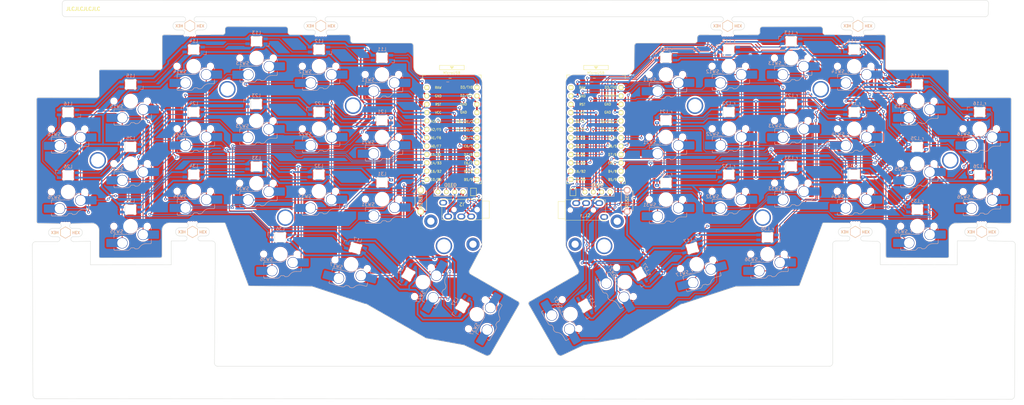
<source format=kicad_pcb>
(kicad_pcb (version 20221018) (generator pcbnew)
  (title_block (title "Heawood42-MX") (date "2024-03-17") (rev "1"))
  (layers (0 "F.Cu" signal) (31 "B.Cu" signal) (34 "B.Paste" user) (35 "F.Paste" user) (36 "B.SilkS" user "B.Silkscreen") (37 "F.SilkS" user "F.Silkscreen") (38 "B.Mask" user) (39 "F.Mask" user) (44 "Edge.Cuts" user))
  (net 0 "")
  (net 1 "SDA")
  (net 2 "SCL")
  (net 3 "VCC")
  (net 4 "GND")
  (net 5 "Net-(J2-PadB)")
  (net 6 "data")
  (net 7 "Net-(L13-DOUT)")
  (net 8 "Net-(L11-DOUT)")
  (net 9 "Net-(L12-DOUT)")
  (net 10 "Net-(L15-DOUT)")
  (net 11 "Net-(L16-DOUT)")
  (net 12 "Net-(L17-DIN)")
  (net 13 "LED")
  (net 14 "reset")
  (net 15 "r_SDA")
  (net 16 "r_SCL")
  (net 17 "Net-(r_J2-PadB)")
  (net 18 "r_data")
  (net 19 "Net-(r_L13-DOUT)")
  (net 20 "Net-(r_L11-DOUT)")
  (net 21 "Net-(r_L12-DOUT)")
  (net 22 "Net-(r_L15-DOUT)")
  (net 23 "Net-(r_L16-DOUT)")
  (net 24 "Net-(r_L17-DIN)")
  (net 25 "r_LED")
  (net 26 "r_reset")
  (net 27 "r_col6")
  (net 28 "r_row6")
  (net 29 "r_row5")
  (net 30 "r_col5")
  (net 31 "r_row4")
  (net 32 "r_row2")
  (net 33 "r_row3")
  (net 34 "r_col4")
  (net 35 "r_row1")
  (net 36 "r_col7")
  (net 37 "r_row7")
  (net 38 "r_col3")
  (net 39 "r_col2")
  (net 40 "r_col1")
  (net 41 "r_batt+")
  (net 42 "col6")
  (net 43 "row6")
  (net 44 "row5")
  (net 45 "col5")
  (net 46 "row4")
  (net 47 "row2")
  (net 48 "row3")
  (net 49 "col4")
  (net 50 "row1")
  (net 51 "col7")
  (net 52 "row7")
  (net 53 "col3")
  (net 54 "col2")
  (net 55 "col1")
  (net 56 "batt+")
  (net 57 "Net-(L14-DOUT)")
  (net 58 "Net-(L17-DOUT)")
  (net 59 "Net-(L21-DOUT)")
  (net 60 "Net-(L21-DIN)")
  (net 61 "Net-(L22-DIN)")
  (net 62 "Net-(L23-DIN)")
  (net 63 "Net-(L24-DIN)")
  (net 64 "Net-(L25-DIN)")
  (net 65 "Net-(L27-DOUT)")
  (net 66 "Net-(L31-DOUT)")
  (net 67 "Net-(L32-DOUT)")
  (net 68 "Net-(L33-DOUT)")
  (net 69 "Net-(L34-DOUT)")
  (net 70 "Net-(L35-DOUT)")
  (net 72 "Net-(r_L14-DOUT)")
  (net 73 "Net-(r_L17-DOUT)")
  (net 74 "Net-(r_L21-DOUT)")
  (net 75 "Net-(r_L21-DIN)")
  (net 76 "Net-(r_L22-DIN)")
  (net 77 "Net-(r_L23-DIN)")
  (net 78 "Net-(r_L24-DIN)")
  (net 79 "Net-(r_L25-DIN)")
  (net 80 "Net-(r_L27-DOUT)")
  (net 81 "Net-(r_L31-DOUT)")
  (net 82 "Net-(r_L32-DOUT)")
  (net 83 "Net-(r_L33-DOUT)")
  (net 84 "Net-(r_L34-DOUT)")
  (net 85 "Net-(r_L35-DOUT)")
  (footprint "kbd:ResetSW" (layer "F.Cu") (at 144.163136 86.519946 90)
    (fp_text reference "RSW1" hide)
    (fp_text value "SW_PUSH" hide)
  )
  (footprint "" (layer "F.Cu") (at 46.020002 74.195)
    (fp_text reference "")
    (fp_text value "")
  )
  (footprint "" (layer "F.Cu") (at 199.892818 100.202829)
    (fp_text reference "")
    (fp_text value "")
  )
  (footprint "kbd:JPC2" (layer "F.Cu") (at 160.183138 83.814946 -90)
    (fp_text reference "JP1")
    (fp_text value " " hide)
  )
  (footprint "" (layer "F.Cu") (at 203.862816 92.697829)
    (fp_text reference "")
    (fp_text value "")
  )
  (footprint "PCM_marbastlib-various:mousebites_5p5mm_easysnap" (layer "F.Cu") (at 113.8 30.6 90)
    (fp_text reference "MB5" hide)
    (fp_text value "5.5mm" hide)
    (fp_line (start -4 -3.9) (end -4 -2.4) (stroke (width 0.1)) (layer "Edge.Cuts"))
    (fp_line (start -4 2.4) (end -4 3.9) (stroke (width 0.1)) (layer "Edge.Cuts"))
    (fp_line (start -1.5 -2.03) (end -1.5 -3.9) (stroke (width 0.1)) (layer "Edge.Cuts"))
    (fp_line (start -1.5 3.9) (end -1.5 2.03) (stroke (width 0.1)) (layer "Edge.Cuts"))
    (fp_arc (start -5.5 2.4) (mid -4.75 1.65) (end -4 2.4) (stroke (width 0.1)) (layer "Edge.Cuts"))
    (fp_arc (start -4 -3.9) (mid -2.75 -5.15) (end -1.5 -3.9) (stroke (width 0.1)) (layer "Edge.Cuts"))
    (fp_arc (start -4 -2.4) (mid -4.75 -1.65) (end -5.5 -2.4) (stroke (width 0.1)) (layer "Edge.Cuts"))
    (fp_arc (start -1.5 2.03) (mid -0.75 1.28) (end 0 2.03) (stroke (width 0.1)) (layer "Edge.Cuts"))
    (fp_arc (start -1.5 3.9) (mid -2.75 5.15) (end -4 3.9) (stroke (width 0.1)) (layer "Edge.Cuts"))
    (fp_arc (start 0 -2.03) (mid -0.75 -1.28) (end -1.5 -2.03) (stroke (width 0.1)) (layer "Edge.Cuts"))
  )
  (footprint "" (layer "F.Cu") (at 151.2 100.2)
    (fp_text reference "")
    (fp_text value "")
  )
  (footprint "" (layer "F.Cu") (at 227.492818 57.602829)
    (fp_text reference "")
    (fp_text value "")
  )
  (footprint "" (layer "F.Cu") (at 191.062816 99.697829)
    (fp_text reference "")
    (fp_text value "")
  )
  (footprint "" (layer "F.Cu") (at 103.01 91.6)
    (fp_text reference "")
    (fp_text value "")
  )
  (footprint "kbd:OLED" (layer "F.Cu") (at 194.052731 83.82226)
    (fp_text reference "r_J1")
    (fp_text value "r_OLED" hide)
  )
  (footprint "PCM_marbastlib-various:mousebites_5p5mm_easysnap" (layer "F.Cu") (at 314.6 93.2 90)
    (fp_text reference "MB5" hide)
    (fp_text value "5.5mm" hide)
    (fp_line (start -4 -3.9) (end -4 -2.4) (stroke (width 0.1)) (layer "Edge.Cuts"))
    (fp_line (start -4 2.4) (end -4 3.9) (stroke (width 0.1)) (layer "Edge.Cuts"))
    (fp_line (start -1.5 -2.03) (end -1.5 -3.9) (stroke (width 0.1)) (layer "Edge.Cuts"))
    (fp_line (start -1.5 3.9) (end -1.5 2.03) (stroke (width 0.1)) (layer "Edge.Cuts"))
    (fp_arc (start -5.5 2.4) (mid -4.75 1.65) (end -4 2.4) (stroke (width 0.1)) (layer "Edge.Cuts"))
    (fp_arc (start -4 -3.9) (mid -2.75 -5.15) (end -1.5 -3.9) (stroke (width 0.1)) (layer "Edge.Cuts"))
    (fp_arc (start -4 -2.4) (mid -4.75 -1.65) (end -5.5 -2.4) (stroke (width 0.1)) (layer "Edge.Cuts"))
    (fp_arc (start -1.5 2.03) (mid -0.75 1.28) (end 0 2.03) (stroke (width 0.1)) (layer "Edge.Cuts"))
    (fp_arc (start -1.5 3.9) (mid -2.75 5.15) (end -4 3.9) (stroke (width 0.1)) (layer "Edge.Cuts"))
    (fp_arc (start 0 -2.03) (mid -0.75 -1.28) (end -1.5 -2.03) (stroke (width 0.1)) (layer "Edge.Cuts"))
  )
  (footprint "PCM_marbastlib-various:mousebites_5p5mm_easysnap" (layer "F.Cu") (at 74 30.6 90)
    (fp_text reference "MB5" hide)
    (fp_text value "5.5mm" hide)
    (fp_line (start -4 -3.9) (end -4 -2.4) (stroke (width 0.1)) (layer "Edge.Cuts"))
    (fp_line (start -4 2.4) (end -4 3.9) (stroke (width 0.1)) (layer "Edge.Cuts"))
    (fp_line (start -1.5 -2.03) (end -1.5 -3.9) (stroke (width 0.1)) (layer "Edge.Cuts"))
    (fp_line (start -1.5 3.9) (end -1.5 2.03) (stroke (width 0.1)) (layer "Edge.Cuts"))
    (fp_arc (start -5.5 2.4) (mid -4.75 1.65) (end -4 2.4) (stroke (width 0.1)) (layer "Edge.Cuts"))
    (fp_arc (start -4 -3.9) (mid -2.75 -5.15) (end -1.5 -3.9) (stroke (width 0.1)) (layer "Edge.Cuts"))
    (fp_arc (start -4 -2.4) (mid -4.75 -1.65) (end -5.5 -2.4) (stroke (width 0.1)) (layer "Edge.Cuts"))
    (fp_arc (start -1.5 2.03) (mid -0.75 1.28) (end 0 2.03) (stroke (width 0.1)) (layer "Edge.Cuts"))
    (fp_arc (start -1.5 3.9) (mid -2.75 5.15) (end -4 3.9) (stroke (width 0.1)) (layer "Edge.Cuts"))
    (fp_arc (start 0 -2.03) (mid -0.75 -1.28) (end -1.5 -2.03) (stroke (width 0.1)) (layer "Edge.Cuts"))
  )
  (footprint "" (layer "F.Cu") (at 265.692818 52.602829)
    (fp_text reference "")
    (fp_text value "")
  )
  (footprint "" (layer "F.Cu") (at 85.4 52.6)
    (fp_text reference "")
    (fp_text value "")
  )
  (footprint "" (layer "F.Cu") (at 305.072816 74.197829)
    (fp_text reference "")
    (fp_text value "")
  )
  (footprint "" (layer "F.Cu") (at 248.082818 91.602829)
    (fp_text reference "")
    (fp_text value "")
  )
  (footprint "kbd:JPC2" (layer "F.Cu") (at 190.4 83.8 -90)
    (fp_text reference "r_JP1")
    (fp_text value " " hide)
  )
  (footprint "kbd:ProMicro_v3.5" (layer "F.Cu") (at 153.613136 66.569946)
    (fp_text reference "U1" hide)
    (fp_text value "ProMicro" hide)
  )
  (footprint "PCM_marbastlib-various:mousebites_5p5mm_easysnap" (layer "F.Cu") (at 237.4 30.6 90)
    (fp_text reference "MB5" hide)
    (fp_text value "5.5mm" hide)
    (fp_line (start -4 -3.9) (end -4 -2.4) (stroke (width 0.1)) (layer "Edge.Cuts"))
    (fp_line (start -4 2.4) (end -4 3.9) (stroke (width 0.1)) (layer "Edge.Cuts"))
    (fp_line (start -1.5 -2.03) (end -1.5 -3.9) (stroke (width 0.1)) (layer "Edge.Cuts"))
    (fp_line (start -1.5 3.9) (end -1.5 2.03) (stroke (width 0.1)) (layer "Edge.Cuts"))
    (fp_arc (start -5.5 2.4) (mid -4.75 1.65) (end -4 2.4) (stroke (width 0.1)) (layer "Edge.Cuts"))
    (fp_arc (start -4 -3.9) (mid -2.75 -5.15) (end -1.5 -3.9) (stroke (width 0.1)) (layer "Edge.Cuts"))
    (fp_arc (start -4 -2.4) (mid -4.75 -1.65) (end -5.5 -2.4) (stroke (width 0.1)) (layer "Edge.Cuts"))
    (fp_arc (start -1.5 2.03) (mid -0.75 1.28) (end 0 2.03) (stroke (width 0.1)) (layer "Edge.Cuts"))
    (fp_arc (start -1.5 3.9) (mid -2.75 5.15) (end -4 3.9) (stroke (width 0.1)) (layer "Edge.Cuts"))
    (fp_arc (start 0 -2.03) (mid -0.75 -1.28) (end -1.5 -2.03) (stroke (width 0.1)) (layer "Edge.Cuts"))
  )
  (footprint "PCM_marbastlib-various:mousebites_5p5mm_easysnap" (layer "F.Cu") (at 74.8 93.2 90)
    (fp_text reference "MB5" hide)
    (fp_text value "5.5mm" hide)
    (fp_line (start -4 -3.9) (end -4 -2.4) (stroke (width 0.1)) (layer "Edge.Cuts"))
    (fp_line (start -4 2.4) (end -4 3.9) (stroke (width 0.1)) (layer "Edge.Cuts"))
    (fp_line (start -1.5 -2.03) (end -1.5 -3.9) (stroke (width 0.1)) (layer "Edge.Cuts"))
    (fp_line (start -1.5 3.9) (end -1.5 2.03) (stroke (width 0.1)) (layer "Edge.Cuts"))
    (fp_arc (start -5.5 2.4) (mid -4.75 1.65) (end -4 2.4) (stroke (width 0.1)) (layer "Edge.Cuts"))
    (fp_arc (start -4 -3.9) (mid -2.75 -5.15) (end -1.5 -3.9) (stroke (width 0.1)) (layer "Edge.Cuts"))
    (fp_arc (start -4 -2.4) (mid -4.75 -1.65) (end -5.5 -2.4) (stroke (width 0.1)) (layer "Edge.Cuts"))
    (fp_arc (start -1.5 2.03) (mid -0.75 1.28) (end 0 2.03) (stroke (width 0.1)) (layer "Edge.Cuts"))
    (fp_arc (start -1.5 3.9) (mid -2.75 5.15) (end -4 3.9) (stroke (width 0.1)) (layer "Edge.Cuts"))
    (fp_arc (start 0 -2.03) (mid -0.75 -1.28) (end -1.5 -2.03) (stroke (width 0.1)) (layer "Edge.Cuts"))
  )
  (footprint "PCM_marbastlib-various:mousebites_5p5mm_easysnap" (layer "F.Cu") (at 277 30.6 90)
    (fp_text reference "MB5" hide)
    (fp_text value "5.5mm" hide)
    (fp_line (start -4 -3.9) (end -4 -2.4) (stroke (width 0.1)) (layer "Edge.Cuts"))
    (fp_line (start -4 2.4) (end -4 3.9) (stroke (width 0.1)) (layer "Edge.Cuts"))
    (fp_line (start -1.5 -2.03) (end -1.5 -3.9) (stroke (width 0.1)) (layer "Edge.Cuts"))
    (fp_line (start -1.5 3.9) (end -1.5 2.03) (stroke (width 0.1)) (layer "Edge.Cuts"))
    (fp_arc (start -5.5 2.4) (mid -4.75 1.65) (end -4 2.4) (stroke (width 0.1)) (layer "Edge.Cuts"))
    (fp_arc (start -4 -3.9) (mid -2.75 -5.15) (end -1.5 -3.9) (stroke (width 0.1)) (layer "Edge.Cuts"))
    (fp_arc (start -4 -2.4) (mid -4.75 -1.65) (end -5.5 -2.4) (stroke (width 0.1)) (layer "Edge.Cuts"))
    (fp_arc (start -1.5 2.03) (mid -0.75 1.28) (end 0 2.03) (stroke (width 0.1)) (layer "Edge.Cuts"))
    (fp_arc (start -1.5 3.9) (mid -2.75 5.15) (end -4 3.9) (stroke (width 0.1)) (layer "Edge.Cuts"))
    (fp_arc (start 0 -2.03) (mid -0.75 -1.28) (end -1.5 -2.03) (stroke (width 0.1)) (layer "Edge.Cuts"))
  )
  (footprint "" (layer "F.Cu") (at 160.030002 99.695)
    (fp_text reference "")
    (fp_text value "")
  )
  (footprint "PCM_marbastlib-xp-various:CON_MJ-4PP-9" (layer "F.Cu") (at 194.142122 89.313253)
    (fp_text reference "r_J2")
    (fp_text value "MJ-4PP-9")
  )
  (footprint "kbd:OLED" (layer "F.Cu") (at 149.39 83.8)
    (fp_text reference "J1")
    (fp_text value "OLED" hide)
  )
  (footprint "kbd:ProMicro_v3.5" (layer "F.Cu") (at 197.405954 66.572775)
    (fp_text reference "r_U1" hide)
    (fp_text value "ProMicro" hide)
  )
  (footprint "PCM_marbastlib-various:mousebites_5p5mm_easysnap" (layer "F.Cu") (at 36.2 93.4 90)
    (fp_text reference "MB5" hide)
    (fp_text value "5.5mm" hide)
    (fp_line (start -4 -3.9) (end -4 -2.4) (stroke (width 0.1)) (layer "Edge.Cuts"))
    (fp_line (start -4 2.4) (end -4 3.9) (stroke (width 0.1)) (layer "Edge.Cuts"))
    (fp_line (start -1.5 -2.03) (end -1.5 -3.9) (stroke (width 0.1)) (layer "Edge.Cuts"))
    (fp_line (start -1.5 3.9) (end -1.5 2.03) (stroke (width 0.1)) (layer "Edge.Cuts"))
    (fp_arc (start -5.5 2.4) (mid -4.75 1.65) (end -4 2.4) (stroke (width 0.1)) (layer "Edge.Cuts"))
    (fp_arc (start -4 -3.9) (mid -2.75 -5.15) (end -1.5 -3.9) (stroke (width 0.1)) (layer "Edge.Cuts"))
    (fp_arc (start -4 -2.4) (mid -4.75 -1.65) (end -5.5 -2.4) (stroke (width 0.1)) (layer "Edge.Cuts"))
    (fp_arc (start -1.5 2.03) (mid -0.75 1.28) (end 0 2.03) (stroke (width 0.1)) (layer "Edge.Cuts"))
    (fp_arc (start -1.5 3.9) (mid -2.75 5.15) (end -4 3.9) (stroke (width 0.1)) (layer "Edge.Cuts"))
    (fp_arc (start 0 -2.03) (mid -0.75 -1.28) (end -1.5 -2.03) (stroke (width 0.1)) (layer "Edge.Cuts"))
  )
  (footprint "" (layer "F.Cu") (at 147.230002 92.695)
    (fp_text reference "")
    (fp_text value "")
  )
  (footprint "" (layer "F.Cu") (at 123.6 57.6)
    (fp_text reference "")
    (fp_text value "")
  )
  (footprint "PCM_marbastlib-various:mousebites_5p5mm_easysnap" (layer "F.Cu") (at 276.2 93.2 90)
    (fp_text reference "MB5" hide)
    (fp_text value "5.5mm" hide)
    (fp_line (start -4 -3.9) (end -4 -2.4) (stroke (width 0.1)) (layer "Edge.Cuts"))
    (fp_line (start -4 2.4) (end -4 3.9) (stroke (width 0.1)) (layer "Edge.Cuts"))
    (fp_line (start -1.5 -2.03) (end -1.5 -3.9) (stroke (width 0.1)) (layer "Edge.Cuts"))
    (fp_line (start -1.5 3.9) (end -1.5 2.03) (stroke (width 0.1)) (layer "Edge.Cuts"))
    (fp_arc (start -5.5 2.4) (mid -4.75 1.65) (end -4 2.4) (stroke (width 0.1)) (layer "Edge.Cuts"))
    (fp_arc (start -4 -3.9) (mid -2.75 -5.15) (end -1.5 -3.9) (stroke (width 0.1)) (layer "Edge.Cuts"))
    (fp_arc (start -4 -2.4) (mid -4.75 -1.65) (end -5.5 -2.4) (stroke (width 0.1)) (layer "Edge.Cuts"))
    (fp_arc (start -1.5 2.03) (mid -0.75 1.28) (end 0 2.03) (stroke (width 0.1)) (layer "Edge.Cuts"))
    (fp_arc (start -1.5 3.9) (mid -2.75 5.15) (end -4 3.9) (stroke (width 0.1)) (layer "Edge.Cuts"))
    (fp_arc (start 0 -2.03) (mid -0.75 -1.28) (end -1.5 -2.03) (stroke (width 0.1)) (layer "Edge.Cuts"))
  )
  (footprint "PCM_marbastlib-xp-various:CON_MJ-4PP-9" (layer "F.Cu") (at 156.732046 89.168676 180)
    (fp_text reference "J2")
    (fp_text value "MJ-4PP-9")
  )
  (footprint "Heawood_Kbd:LED_MX_6812miniE_rev" (layer "B.Cu") (at 237.8 59.52)
    (fp_text reference "r_L22")
    (fp_text value "SK6812MINI")
    (fp_line (start -1.699999 0.702841) (end -1.699999 -0.702843) (stroke (width 0.1)) (layer "Edge.Cuts"))
    (fp_line (start -0.794452 -1.5) (end 0.794453 -1.5) (stroke (width 0.1)) (layer "Edge.Cuts"))
    (fp_line (start 0.794452 1.499999) (end -0.794452 1.499999) (stroke (width 0.1)) (layer "Edge.Cuts"))
    (fp_line (start 1.699999 -0.702843) (end 1.699999 0.702841) (stroke (width 0.1)) (layer "Edge.Cuts"))
    (fp_arc (start -1.749484 -0.919721) (mid -1.712528 -0.814069) (end -1.699999 -0.702843) (stroke (width 0.1)) (layer "Edge.Cuts"))
    (fp_arc (start -1.749484 -0.919721) (mid -1.638072 -1.504036) (end -1.046711 -1.5683) (stroke (width 0.1)) (layer "Edge.Cuts"))
    (fp_arc (start -1.699999 0.702842) (mid -1.712519 0.814069) (end -1.749484 0.919719) (stroke (width 0.1)) (layer "Edge.Cuts"))
    (fp_arc (start -1.046711 1.568296) (mid -1.63807 1.504033) (end -1.749484 0.919719) (stroke (width 0.1)) (layer "Edge.Cuts"))
    (fp_arc (start -1.04671 1.568298) (mid -0.925122 1.517376) (end -0.794452 1.499999) (stroke (width 0.1)) (layer "Edge.Cuts"))
    (fp_arc (start -0.794453 -1.500001) (mid -0.925123 -1.517378) (end -1.046711 -1.5683) (stroke (width 0.1)) (layer "Edge.Cuts"))
    (fp_arc (start 0.794452 1.499999) (mid 0.925123 1.517376) (end 1.046711 1.568298) (stroke (width 0.1)) (layer "Edge.Cuts"))
    (fp_arc (start 1.046711 -1.568299) (mid 0.925123 -1.517377) (end 0.794453 -1.5) (stroke (width 0.1)) (layer "Edge.Cuts"))
    (fp_arc (start 1.046711 -1.568299) (mid 1.638071 -1.504036) (end 1.749484 -0.919721) (stroke (width 0.1)) (layer "Edge.Cuts"))
    (fp_arc (start 1.699999 -0.702844) (mid 1.712536 -0.814066) (end 1.749484 -0.919721) (stroke (width 0.1)) (layer "Edge.Cuts"))
    (fp_arc (start 1.749484 0.919718) (mid 1.638073 1.504037) (end 1.046711 1.568298) (stroke (width 0.1)) (layer "Edge.Cuts"))
    (fp_arc (start 1.749484 0.919719) (mid 1.712526 0.814067) (end 1.699999 0.702841) (stroke (width 0.1)) (layer "Edge.Cuts"))
  )
  (footprint "Heawood_Kbd:LED_MX_6812miniE_rev" (layer "B.Cu") (at 132.4 80.92)
    (fp_text reference "L31")
    (fp_text value "SK6812MINI")
    (fp_line (start -1.699999 0.702841) (end -1.699999 -0.702843) (stroke (width 0.1)) (layer "Edge.Cuts"))
    (fp_line (start -0.794452 -1.5) (end 0.794453 -1.5) (stroke (width 0.1)) (layer "Edge.Cuts"))
    (fp_line (start 0.794452 1.499999) (end -0.794452 1.499999) (stroke (width 0.1)) (layer "Edge.Cuts"))
    (fp_line (start 1.699999 -0.702843) (end 1.699999 0.702841) (stroke (width 0.1)) (layer "Edge.Cuts"))
    (fp_arc (start -1.749484 -0.919721) (mid -1.712528 -0.814069) (end -1.699999 -0.702843) (stroke (width 0.1)) (layer "Edge.Cuts"))
    (fp_arc (start -1.749484 -0.919721) (mid -1.638072 -1.504036) (end -1.046711 -1.5683) (stroke (width 0.1)) (layer "Edge.Cuts"))
    (fp_arc (start -1.699999 0.702842) (mid -1.712519 0.814069) (end -1.749484 0.919719) (stroke (width 0.1)) (layer "Edge.Cuts"))
    (fp_arc (start -1.046711 1.568296) (mid -1.63807 1.504033) (end -1.749484 0.919719) (stroke (width 0.1)) (layer "Edge.Cuts"))
    (fp_arc (start -1.04671 1.568298) (mid -0.925122 1.517376) (end -0.794452 1.499999) (stroke (width 0.1)) (layer "Edge.Cuts"))
    (fp_arc (start -0.794453 -1.500001) (mid -0.925123 -1.517378) (end -1.046711 -1.5683) (stroke (width 0.1)) (layer "Edge.Cuts"))
    (fp_arc (start 0.794452 1.499999) (mid 0.925123 1.517376) (end 1.046711 1.568298) (stroke (width 0.1)) (layer "Edge.Cuts"))
    (fp_arc (start 1.046711 -1.568299) (mid 0.925123 -1.517377) (end 0.794453 -1.5) (stroke (width 0.1)) (layer "Edge.Cuts"))
    (fp_arc (start 1.046711 -1.568299) (mid 1.638071 -1.504036) (end 1.749484 -0.919721) (stroke (width 0.1)) (layer "Edge.Cuts"))
    (fp_arc (start 1.699999 -0.702844) (mid 1.712536 -0.814066) (end 1.749484 -0.919721) (stroke (width 0.1)) (layer "Edge.Cuts"))
    (fp_arc (start 1.749484 0.919718) (mid 1.638073 1.504037) (end 1.046711 1.568298) (stroke (width 0.1)) (layer "Edge.Cuts"))
    (fp_arc (start 1.749484 0.919719) (mid 1.712526 0.814067) (end 1.699999 0.702841) (stroke (width 0.1)) (layer "Edge.Cuts"))
  )
  (footprint "PCM_marbastlib-xp-mx:SW_MX_HS_KS-2P02B01-01_1u" (layer "B.Cu") (at 75.2 64.6)
    (fp_text reference "SW24")
    (fp_text value "SW_PUSH")
  )
  (footprint "PCM_marbastlib-xp-mx:SW_MX_HS_KS-2P02B01-01_1.5u" (layer "B.Cu") (at 206.2 111.2 -60)
    (fp_text reference "r_SW27")
    (fp_text value "SW_PUSH")
  )
  (footprint "Heawood_Kbd:LED_MX_6812miniE_rev" (layer "B.Cu") (at 256.8 57.12)
    (fp_text reference "r_L23")
    (fp_text value "SK6812MINI")
    (fp_line (start -1.699999 0.702841) (end -1.699999 -0.702843) (stroke (width 0.1)) (layer "Edge.Cuts"))
    (fp_line (start -0.794452 -1.5) (end 0.794453 -1.5) (stroke (width 0.1)) (layer "Edge.Cuts"))
    (fp_line (start 0.794452 1.499999) (end -0.794452 1.499999) (stroke (width 0.1)) (layer "Edge.Cuts"))
    (fp_line (start 1.699999 -0.702843) (end 1.699999 0.702841) (stroke (width 0.1)) (layer "Edge.Cuts"))
    (fp_arc (start -1.749484 -0.919721) (mid -1.712528 -0.814069) (end -1.699999 -0.702843) (stroke (width 0.1)) (layer "Edge.Cuts"))
    (fp_arc (start -1.749484 -0.919721) (mid -1.638072 -1.504036) (end -1.046711 -1.5683) (stroke (width 0.1)) (layer "Edge.Cuts"))
    (fp_arc (start -1.699999 0.702842) (mid -1.712519 0.814069) (end -1.749484 0.919719) (stroke (width 0.1)) (layer "Edge.Cuts"))
    (fp_arc (start -1.046711 1.568296) (mid -1.63807 1.504033) (end -1.749484 0.919719) (stroke (width 0.1)) (layer "Edge.Cuts"))
    (fp_arc (start -1.04671 1.568298) (mid -0.925122 1.517376) (end -0.794452 1.499999) (stroke (width 0.1)) (layer "Edge.Cuts"))
    (fp_arc (start -0.794453 -1.500001) (mid -0.925123 -1.517378) (end -1.046711 -1.5683) (stroke (width 0.1)) (layer "Edge.Cuts"))
    (fp_arc (start 0.794452 1.499999) (mid 0.925123 1.517376) (end 1.046711 1.568298) (stroke (width 0.1)) (layer "Edge.Cuts"))
    (fp_arc (start 1.046711 -1.568299) (mid 0.925123 -1.517377) (end 0.794453 -1.5) (stroke (width 0.1)) (layer "Edge.Cuts"))
    (fp_arc (start 1.046711 -1.568299) (mid 1.638071 -1.504036) (end 1.749484 -0.919721) (stroke (width 0.1)) (layer "Edge.Cuts"))
    (fp_arc (start 1.699999 -0.702844) (mid 1.712536 -0.814066) (end 1.749484 -0.919721) (stroke (width 0.1)) (layer "Edge.Cuts"))
    (fp_arc (start 1.749484 0.919718) (mid 1.638073 1.504037) (end 1.046711 1.568298) (stroke (width 0.1)) (layer "Edge.Cuts"))
    (fp_arc (start 1.749484 0.919719) (mid 1.712526 0.814067) (end 1.699999 0.702841) (stroke (width 0.1)) (layer "Edge.Cuts"))
  )
  (footprint "PCM_marbastlib-xp-mx:SW_MX_HS_KS-2P02B01-01_1u" (layer "B.Cu") (at 275.855954 64.622775)
    (fp_text reference "r_SW24")
    (fp_text value "SW_PUSH")
  )
  (footprint "Heawood_Kbd:LED_MX_6812miniE" (layer "B.Cu") (at 237.755954 40.542775)
    (fp_text reference "r_L12")
    (fp_text value "SK6812MINI")
    (fp_line (start -1.699999 0.702843) (end -1.699999 -0.702841) (stroke (width 0.1)) (layer "Edge.Cuts"))
    (fp_line (start -0.794452 -1.499999) (end 0.794452 -1.499999) (stroke (width 0.1)) (layer "Edge.Cuts"))
    (fp_line (start 0.794452 1.5) (end -0.794453 1.5) (stroke (width 0.1)) (layer "Edge.Cuts"))
    (fp_line (start 1.699999 -0.702841) (end 1.699999 0.702843) (stroke (width 0.1)) (layer "Edge.Cuts"))
    (fp_arc (start -1.749484 -0.919719) (mid -1.712527 -0.814067) (end -1.699999 -0.702841) (stroke (width 0.1)) (layer "Edge.Cuts"))
    (fp_arc (start -1.749484 -0.919718) (mid -1.638072 -1.504034) (end -1.046711 -1.568298) (stroke (width 0.1)) (layer "Edge.Cuts"))
    (fp_arc (start -1.699999 0.702844) (mid -1.712527 0.814069) (end -1.749484 0.919721) (stroke (width 0.1)) (layer "Edge.Cuts"))
    (fp_arc (start -1.046711 1.568299) (mid -1.63807 1.504035) (end -1.749484 0.919721) (stroke (width 0.1)) (layer "Edge.Cuts"))
    (fp_arc (start -1.046711 1.568299) (mid -0.925123 1.517377) (end -0.794453 1.5) (stroke (width 0.1)) (layer "Edge.Cuts"))
    (fp_arc (start -0.794452 -1.499999) (mid -0.925123 -1.517376) (end -1.046711 -1.568298) (stroke (width 0.1)) (layer "Edge.Cuts"))
    (fp_arc (start 0.794453 1.500001) (mid 0.925123 1.517378) (end 1.046711 1.5683) (stroke (width 0.1)) (layer "Edge.Cuts"))
    (fp_arc (start 1.04671 -1.568298) (mid 0.925122 -1.517376) (end 0.794452 -1.499999) (stroke (width 0.1)) (layer "Edge.Cuts"))
    (fp_arc (start 1.046711 -1.568296) (mid 1.63807 -1.504033) (end 1.749484 -0.919719) (stroke (width 0.1)) (layer "Edge.Cuts"))
    (fp_arc (start 1.699999 -0.702842) (mid 1.712536 -0.814064) (end 1.749484 -0.919719) (stroke (width 0.1)) (layer "Edge.Cuts"))
    (fp_arc (start 1.749484 0.919721) (mid 1.638072 1.504036) (end 1.046711 1.5683) (stroke (width 0.1)) (layer "Edge.Cuts"))
    (fp_arc (start 1.749484 0.919721) (mid 1.712526 0.814069) (end 1.699999 0.702843) (stroke (width 0.1)) (layer "Edge.Cuts"))
  )
  (footprint "PCM_marbastlib-xp-mx:SW_MX_HS_KS-2P02B01-01_1.5u" (layer "B.Cu") (at 144.8 111.2 60)
    (fp_text reference "SW27")
    (fp_text value "SW_PUSH")
  )
  (footprint "PCM_marbastlib-xp-mx:SW_MX_HS_KS-2P02B01-01_1u" (layer "B.Cu") (at 132.4 86)
    (fp_text reference "SW31")
    (fp_text value "SW_PUSH")
  )
  (footprint "PCM_marbastlib-xp-mx:SW_MX_HS_KS-2P02B01-01_1u" (layer "B.Cu") (at 249.512857 102.707974)
    (fp_text reference "r_SW36")
    (fp_text value "SW_PUSH")
  )
  (footprint "Heawood_Kbd:LED_MX_6812miniE_rev" (layer "B.Cu") (at 194.055363 118.382775 -60)
    (fp_text reference "r_L37")
    (fp_text value "SK6812MINI")
    (fp_line (start -1.699999 0.702841) (end -1.699999 -0.702843) (stroke (width 0.1)) (layer "Edge.Cuts"))
    (fp_line (start -0.794452 -1.5) (end 0.794453 -1.5) (stroke (width 0.1)) (layer "Edge.Cuts"))
    (fp_line (start 0.794452 1.499999) (end -0.794452 1.499999) (stroke (width 0.1)) (layer "Edge.Cuts"))
    (fp_line (start 1.699999 -0.702843) (end 1.699999 0.702841) (stroke (width 0.1)) (layer "Edge.Cuts"))
    (fp_arc (start -1.749484 -0.919721) (mid -1.712528 -0.814069) (end -1.699999 -0.702843) (stroke (width 0.1)) (layer "Edge.Cuts"))
    (fp_arc (start -1.749484 -0.919721) (mid -1.638072 -1.504036) (end -1.046711 -1.5683) (stroke (width 0.1)) (layer "Edge.Cuts"))
    (fp_arc (start -1.699999 0.702842) (mid -1.712519 0.814069) (end -1.749484 0.919719) (stroke (width 0.1)) (layer "Edge.Cuts"))
    (fp_arc (start -1.046711 1.568296) (mid -1.63807 1.504032) (end -1.749484 0.919719) (stroke (width 0.1)) (layer "Edge.Cuts"))
    (fp_arc (start -1.04671 1.568298) (mid -0.925122 1.517376) (end -0.794452 1.499999) (stroke (width 0.1)) (layer "Edge.Cuts"))
    (fp_arc (start -0.794453 -1.500001) (mid -0.925123 -1.517378) (end -1.046711 -1.5683) (stroke (width 0.1)) (layer "Edge.Cuts"))
    (fp_arc (start 0.794452 1.499999) (mid 0.925123 1.517376) (end 1.046711 1.568298) (stroke (width 0.1)) (layer "Edge.Cuts"))
    (fp_arc (start 1.046711 -1.568299) (mid 0.925123 -1.517377) (end 0.794453 -1.5) (stroke (width 0.1)) (layer "Edge.Cuts"))
    (fp_arc (start 1.046711 -1.568299) (mid 1.638071 -1.504036) (end 1.749484 -0.919721) (stroke (width 0.1)) (layer "Edge.Cuts"))
    (fp_arc (start 1.699999 -0.702844) (mid 1.712536 -0.814066) (end 1.749484 -0.919721) (stroke (width 0.1)) (layer "Edge.Cuts"))
    (fp_arc (start 1.749484 0.919718) (mid 1.638073 1.504037) (end 1.046711 1.568298) (stroke (width 0.1)) (layer "Edge.Cuts"))
    (fp_arc (start 1.749484 0.919719) (mid 1.712527 0.814067) (end 1.699999 0.702841) (stroke (width 0.1)) (layer "Edge.Cuts"))
  )
  (footprint "Heawood_Kbd:LED_MX_6812miniE" (layer "B.Cu") (at 218.655954 81.042775)
    (fp_text reference "r_L31")
    (fp_text value "SK6812MINI")
    (fp_line (start -1.699999 0.702843) (end -1.699999 -0.702841) (stroke (width 0.1)) (layer "Edge.Cuts"))
    (fp_line (start -0.794452 -1.499999) (end 0.794452 -1.499999) (stroke (width 0.1)) (layer "Edge.Cuts"))
    (fp_line (start 0.794452 1.5) (end -0.794453 1.5) (stroke (width 0.1)) (layer "Edge.Cuts"))
    (fp_line (start 1.699999 -0.702841) (end 1.699999 0.702843) (stroke (width 0.1)) (layer "Edge.Cuts"))
    (fp_arc (start -1.749484 -0.919719) (mid -1.712527 -0.814067) (end -1.699999 -0.702841) (stroke (width 0.1)) (layer "Edge.Cuts"))
    (fp_arc (start -1.749484 -0.919718) (mid -1.638072 -1.504034) (end -1.046711 -1.568298) (stroke (width 0.1)) (layer "Edge.Cuts"))
    (fp_arc (start -1.699999 0.702844) (mid -1.712527 0.814069) (end -1.749484 0.919721) (stroke (width 0.1)) (layer "Edge.Cuts"))
    (fp_arc (start -1.046711 1.568299) (mid -1.63807 1.504035) (end -1.749484 0.919721) (stroke (width 0.1)) (layer "Edge.Cuts"))
    (fp_arc (start -1.046711 1.568299) (mid -0.925123 1.517377) (end -0.794453 1.5) (stroke (width 0.1)) (layer "Edge.Cuts"))
    (fp_arc (start -0.794452 -1.499999) (mid -0.925123 -1.517376) (end -1.046711 -1.568298) (stroke (width 0.1)) (layer "Edge.Cuts"))
    (fp_arc (start 0.794453 1.500001) (mid 0.925123 1.517378) (end 1.046711 1.5683) (stroke (width 0.1)) (layer "Edge.Cuts"))
    (fp_arc (start 1.04671 -1.568298) (mid 0.925122 -1.517376) (end 0.794452 -1.499999) (stroke (width 0.1)) (layer "Edge.Cuts"))
    (fp_arc (start 1.046711 -1.568296) (mid 1.63807 -1.504033) (end 1.749484 -0.919719) (stroke (width 0.1)) (layer "Edge.Cuts"))
    (fp_arc (start 1.699999 -0.702842) (mid 1.712536 -0.814064) (end 1.749484 -0.919719) (stroke (width 0.1)) (layer "Edge.Cuts"))
    (fp_arc (start 1.749484 0.919721) (mid 1.638072 1.504036) (end 1.046711 1.5683) (stroke (width 0.1)) (layer "Edge.Cuts"))
    (fp_arc (start 1.749484 0.919721) (mid 1.712526 0.814069) (end 1.699999 0.702843) (stroke (width 0.1)) (layer "Edge.Cuts"))
  )
  (footprint "PCM_marbastlib-xp-mx:SW_MX_HS_KS-2P02B01-01_1u" (layer "B.Cu") (at 228 105.8 15)
    (fp_text reference "r_SW17")
    (fp_text value "SW_PUSH")
  )
  (footprint "Heawood_Kbd:LED_MX_6812miniE_rev" (layer "B.Cu") (at 56 51.12)
    (fp_text reference "L15")
    (fp_text value "SK6812MINI")
    (fp_line (start -1.699999 0.702841) (end -1.699999 -0.702843) (stroke (width 0.1)) (layer "Edge.Cuts"))
    (fp_line (start -0.794452 -1.5) (end 0.794453 -1.5) (stroke (width 0.1)) (layer "Edge.Cuts"))
    (fp_line (start 0.794452 1.499999) (end -0.794452 1.499999) (stroke (width 0.1)) (layer "Edge.Cuts"))
    (fp_line (start 1.699999 -0.702843) (end 1.699999 0.702841) (stroke (width 0.1)) (layer "Edge.Cuts"))
    (fp_arc (start -1.749484 -0.919721) (mid -1.712528 -0.814069) (end -1.699999 -0.702843) (stroke (width 0.1)) (layer "Edge.Cuts"))
    (fp_arc (start -1.749484 -0.919721) (mid -1.638072 -1.504036) (end -1.046711 -1.5683) (stroke (width 0.1)) (layer "Edge.Cuts"))
    (fp_arc (start -1.699999 0.702842) (mid -1.712519 0.814069) (end -1.749484 0.919719) (stroke (width 0.1)) (layer "Edge.Cuts"))
    (fp_arc (start -1.046711 1.568296) (mid -1.63807 1.504033) (end -1.749484 0.919719) (stroke (width 0.1)) (layer "Edge.Cuts"))
    (fp_arc (start -1.04671 1.568298) (mid -0.925122 1.517376) (end -0.794452 1.499999) (stroke (width 0.1)) (layer "Edge.Cuts"))
    (fp_arc (start -0.794453 -1.500001) (mid -0.925123 -1.517378) (end -1.046711 -1.5683) (stroke (width 0.1)) (layer "Edge.Cuts"))
    (fp_arc (start 0.794452 1.499999) (mid 0.925123 1.517376) (end 1.046711 1.568298) (stroke (width 0.1)) (layer "Edge.Cuts"))
    (fp_arc (start 1.046711 -1.568299) (mid 0.925123 -1.517377) (end 0.794453 -1.5) (stroke (width 0.1)) (layer "Edge.Cuts"))
    (fp_arc (start 1.046711 -1.568299) (mid 1.638071 -1.504036) (end 1.749484 -0.919721) (stroke (width 0.1)) (layer "Edge.Cuts"))
    (fp_arc (start 1.699999 -0.702844) (mid 1.712536 -0.814066) (end 1.749484 -0.919721) (stroke (width 0.1)) (layer "Edge.Cuts"))
    (fp_arc (start 1.749484 0.919718) (mid 1.638073 1.504037) (end 1.046711 1.568298) (stroke (width 0.1)) (layer "Edge.Cuts"))
    (fp_arc (start 1.749484 0.919719) (mid 1.712526 0.814067) (end 1.699999 0.702841) (stroke (width 0.1)) (layer "Edge.Cuts"))
  )
  (footprint "Heawood_Kbd:LED_MX_6812miniE" (layer "B.Cu") (at 75.2 59.52)
    (fp_text reference "L24")
    (fp_text value "SK6812MINI")
    (fp_line (start -1.699999 0.702843) (end -1.699999 -0.702841) (stroke (width 0.1)) (layer "Edge.Cuts"))
    (fp_line (start -0.794452 -1.499999) (end 0.794452 -1.499999) (stroke (width 0.1)) (layer "Edge.Cuts"))
    (fp_line (start 0.794452 1.5) (end -0.794453 1.5) (stroke (width 0.1)) (layer "Edge.Cuts"))
    (fp_line (start 1.699999 -0.702841) (end 1.699999 0.702843) (stroke (width 0.1)) (layer "Edge.Cuts"))
    (fp_arc (start -1.749484 -0.919719) (mid -1.712527 -0.814067) (end -1.699999 -0.702841) (stroke (width 0.1)) (layer "Edge.Cuts"))
    (fp_arc (start -1.749484 -0.919718) (mid -1.638072 -1.504034) (end -1.046711 -1.568298) (stroke (width 0.1)) (layer "Edge.Cuts"))
    (fp_arc (start -1.699999 0.702844) (mid -1.712527 0.814069) (end -1.749484 0.919721) (stroke (width 0.1)) (layer "Edge.Cuts"))
    (fp_arc (start -1.046711 1.568299) (mid -1.63807 1.504035) (end -1.749484 0.919721) (stroke (width 0.1)) (layer "Edge.Cuts"))
    (fp_arc (start -1.046711 1.568299) (mid -0.925123 1.517377) (end -0.794453 1.5) (stroke (width 0.1)) (layer "Edge.Cuts"))
    (fp_arc (start -0.794452 -1.499999) (mid -0.925123 -1.517376) (end -1.046711 -1.568298) (stroke (width 0.1)) (layer "Edge.Cuts"))
    (fp_arc (start 0.794453 1.500001) (mid 0.925123 1.517378) (end 1.046711 1.5683) (stroke (width 0.1)) (layer "Edge.Cuts"))
    (fp_arc (start 1.04671 -1.568298) (mid 0.925122 -1.517376) (end 0.794452 -1.499999) (stroke (width 0.1)) (layer "Edge.Cuts"))
    (fp_arc (start 1.046711 -1.568296) (mid 1.63807 -1.504033) (end 1.749484 -0.919719) (stroke (width 0.1)) (layer "Edge.Cuts"))
    (fp_arc (start 1.699999 -0.702842) (mid 1.712536 -0.814064) (end 1.749484 -0.919719) (stroke (width 0.1)) (layer "Edge.Cuts"))
    (fp_arc (start 1.749484 0.919721) (mid 1.638072 1.504036) (end 1.046711 1.5683) (stroke (width 0.1)) (layer "Edge.Cuts"))
    (fp_arc (start 1.749484 0.919721) (mid 1.712526 0.814069) (end 1.699999 0.702843) (stroke (width 0.1)) (layer "Edge.Cuts"))
  )
  (footprint "Heawood_Kbd:LED_MX_6812miniE" (layer "B.Cu") (at 275.8 78.52)
    (fp_text reference "r_L34")
    (fp_text value "SK6812MINI")
    (fp_line (start -1.699999 0.702843) (end -1.699999 -0.702841) (stroke (width 0.1)) (layer "Edge.Cuts"))
    (fp_line (start -0.794452 -1.499999) (end 0.794452 -1.499999) (stroke (width 0.1)) (layer "Edge.Cuts"))
    (fp_line (start 0.794452 1.5) (end -0.794453 1.5) (stroke (width 0.1)) (layer "Edge.Cuts"))
    (fp_line (start 1.699999 -0.702841) (end 1.699999 0.702843) (stroke (width 0.1)) (layer "Edge.Cuts"))
    (fp_arc (start -1.749484 -0.919719) (mid -1.712527 -0.814067) (end -1.699999 -0.702841) (stroke (width 0.1)) (layer "Edge.Cuts"))
    (fp_arc (start -1.749484 -0.919718) (mid -1.638072 -1.504034) (end -1.046711 -1.568298) (stroke (width 0.1)) (layer "Edge.Cuts"))
    (fp_arc (start -1.699999 0.702844) (mid -1.712527 0.814069) (end -1.749484 0.919721) (stroke (width 0.1)) (layer "Edge.Cuts"))
    (fp_arc (start -1.046711 1.568299) (mid -1.63807 1.504035) (end -1.749484 0.919721) (stroke (width 0.1)) (layer "Edge.Cuts"))
    (fp_arc (start -1.046711 1.568299) (mid -0.925123 1.517377) (end -0.794453 1.5) (stroke (width 0.1)) (layer "Edge.Cuts"))
    (fp_arc (start -0.794452 -1.499999) (mid -0.925123 -1.517376) (end -1.046711 -1.568298) (stroke (width 0.1)) (layer "Edge.Cuts"))
    (fp_arc (start 0.794453 1.500001) (mid 0.925123 1.517378) (end 1.046711 1.5683) (stroke (width 0.1)) (layer "Edge.Cuts"))
    (fp_arc (start 1.04671 -1.568298) (mid 0.925122 -1.517376) (end 0.794452 -1.499999) (stroke (width 0.1)) (layer "Edge.Cuts"))
    (fp_arc (start 1.046711 -1.568296) (mid 1.63807 -1.504033) (end 1.749484 -0.919719) (stroke (width 0.1)) (layer "Edge.Cuts"))
    (fp_arc (start 1.699999 -0.702842) (mid 1.712536 -0.814064) (end 1.749484 -0.919719) (stroke (width 0.1)) (layer "Edge.Cuts"))
    (fp_arc (start 1.749484 0.919721) (mid 1.638072 1.504036) (end 1.046711 1.5683) (stroke (width 0.1)) (layer "Edge.Cuts"))
    (fp_arc (start 1.749484 0.919721) (mid 1.712526 0.814069) (end 1.699999 0.702843) (stroke (width 0.1)) (layer "Edge.Cuts"))
  )
  (footprint "PCM_marbastlib-xp-mx:SW_MX_HS_KS-2P02B01-01_1u" (layer "B.Cu") (at 161.2 121 60)
    (fp_text reference "SW37")
    (fp_text value "SW_PUSH")
  )
  (footprint "PCM_marbastlib-xp-mx:SW_MX_HS_KS-2P02B01-01_1u" (layer "B.Cu") (at 314.050774 83.704648)
    (fp_text reference "r_SW26")
    (fp_text value "SW_PUSH")
  )
  (footprint "PCM_marbastlib-xp-mx:SW_MX_HS_KS-2P02B01-01_1u" (layer "B.Cu") (at 218.655954 86.122775)
    (fp_text reference "r_SW31")
    (fp_text value "SW_PUSH")
  )
  (footprint "PCM_marbastlib-xp-mx:SW_MX_HS_KS-2P02B01-01_1u" (layer "B.Cu") (at 189.655954 120.922775 -60)
    (fp_text reference "r_SW37")
    (fp_text value "SW_PUSH")
  )
  (footprint "PCM_marbastlib-xp-mx:SW_MX_HS_KS-2P02B01-01_1u" (layer "B.Cu") (at 132.363136 67.119946)
    (fp_text reference "SW21")
    (fp_text value "SW_PUSH")
  )
  (footprint "Heawood_Kbd:LED_MX_6812miniE_rev" (layer "B.Cu") (at 36.983138 59.634946)
    (fp_text reference "L16")
    (fp_text value "SK6812MINI-e")
    (fp_line (start -1.699999 0.702841) (end -1.699999 -0.702843) (stroke (width 0.1)) (layer "Edge.Cuts"))
    (fp_line (start -0.794452 -1.5) (end 0.794453 -1.5) (stroke (width 0.1)) (layer "Edge.Cuts"))
    (fp_line (start 0.794452 1.499999) (end -0.794452 1.499999) (stroke (width 0.1)) (layer "Edge.Cuts"))
    (fp_line (start 1.699999 -0.702843) (end 1.699999 0.702841) (stroke (width 0.1)) (layer "Edge.Cuts"))
    (fp_arc (start -1.749484 -0.919721) (mid -1.712528 -0.814069) (end -1.699999 -0.702843) (stroke (width 0.1)) (layer "Edge.Cuts"))
    (fp_arc (start -1.749484 -0.919721) (mid -1.638072 -1.504036) (end -1.046711 -1.5683) (stroke (width 0.1)) (layer "Edge.Cuts"))
    (fp_arc (start -1.699999 0.702842) (mid -1.712519 0.814069) (end -1.749484 0.919719) (stroke (width 0.1)) (layer "Edge.Cuts"))
    (fp_arc (start -1.046711 1.568296) (mid -1.63807 1.504033) (end -1.749484 0.919719) (stroke (width 0.1)) (layer "Edge.Cuts"))
    (fp_arc (start -1.04671 1.568298) (mid -0.925122 1.517376) (end -0.794452 1.499999) (stroke (width 0.1)) (layer "Edge.Cuts"))
    (fp_arc (start -0.794453 -1.500001) (mid -0.925123 -1.517378) (end -1.046711 -1.5683) (stroke (width 0.1)) (layer "Edge.Cuts"))
    (fp_arc (start 0.794452 1.499999) (mid 0.925123 1.517376) (end 1.046711 1.568298) (stroke (width 0.1)) (layer "Edge.Cuts"))
    (fp_arc (start 1.046711 -1.568299) (mid 0.925123 -1.517377) (end 0.794453 -1.5) (stroke (width 0.1)) (layer "Edge.Cuts"))
    (fp_arc (start 1.046711 -1.568299) (mid 1.638071 -1.504036) (end 1.749484 -0.919721) (stroke (width 0.1)) (layer "Edge.Cuts"))
    (fp_arc (start 1.699999 -0.702844) (mid 1.712536 -0.814066) (end 1.749484 -0.919721) (stroke (width 0.1)) (layer "Edge.Cuts"))
    (fp_arc (start 1.749484 0.919718) (mid 1.638073 1.504037) (end 1.046711 1.568298) (stroke (width 0.1)) (layer "Edge.Cuts"))
    (fp_arc (start 1.749484 0.919719) (mid 1.712526 0.814067) (end 1.699999 0.702841) (stroke (width 0.1)) (layer "Edge.Cuts"))
  )
  (footprint "Heawood_Kbd:LED_MX_6812miniE" (layer "B.Cu") (at 156.800591 118.46 60)
    (fp_text reference "L37")
    (fp_text value "SK6812MINI")
    (fp_line (start -1.699999 0.702843) (end -1.699999 -0.702841) (stroke (width 0.1)) (layer "Edge.Cuts"))
    (fp_line (start -0.794452 -1.499999) (end 0.794452 -1.499999) (stroke (width 0.1)) (layer "Edge.Cuts"))
    (fp_line (start 0.794452 1.5) (end -0.794453 1.5) (stroke (width 0.1)) (layer "Edge.Cuts"))
    (fp_line (start 1.699999 -0.702841) (end 1.699999 0.702843) (stroke (width 0.1)) (layer "Edge.Cuts"))
    (fp_arc (start -1.749484 -0.919719) (mid -1.712527 -0.814067) (end -1.699999 -0.702841) (stroke (width 0.1)) (layer "Edge.Cuts"))
    (fp_arc (start -1.749484 -0.919718) (mid -1.638072 -1.504035) (end -1.046711 -1.568298) (stroke (width 0.1)) (layer "Edge.Cuts"))
    (fp_arc (start -1.699999 0.702844) (mid -1.712527 0.81407) (end -1.749484 0.919721) (stroke (width 0.1)) (layer "Edge.Cuts"))
    (fp_arc (start -1.046711 1.568299) (mid -1.63807 1.504035) (end -1.749484 0.919721) (stroke (width 0.1)) (layer "Edge.Cuts"))
    (fp_arc (start -1.046711 1.568299) (mid -0.925123 1.517377) (end -0.794453 1.5) (stroke (width 0.1)) (layer "Edge.Cuts"))
    (fp_arc (start -0.794452 -1.499999) (mid -0.925122 -1.517376) (end -1.046711 -1.568298) (stroke (width 0.1)) (layer "Edge.Cuts"))
    (fp_arc (start 0.794453 1.500001) (mid 0.925123 1.517378) (end 1.046711 1.5683) (stroke (width 0.1)) (layer "Edge.Cuts"))
    (fp_arc (start 1.04671 -1.568298) (mid 0.925122 -1.517376) (end 0.794452 -1.499999) (stroke (width 0.1)) (layer "Edge.Cuts"))
    (fp_arc (start 1.046711 -1.568296) (mid 1.63807 -1.504032) (end 1.749484 -0.919719) (stroke (width 0.1)) (layer "Edge.Cuts"))
    (fp_arc (start 1.699999 -0.702842) (mid 1.712536 -0.814064) (end 1.749484 -0.919719) (stroke (width 0.1)) (layer "Edge.Cuts"))
    (fp_arc (start 1.749484 0.919721) (mid 1.638072 1.504036) (end 1.046711 1.5683) (stroke (width 0.1)) (layer "Edge.Cuts"))
    (fp_arc (start 1.749484 0.919721) (mid 1.712526 0.814069) (end 1.699999 0.702843) (stroke (width 0.1)) (layer "Edge.Cuts"))
  )
  (footprint "Heawood_Kbd:LED_MX_6812miniE" (layer "B.Cu") (at 237.755954 78.542775)
    (fp_text reference "r_L32")
    (fp_text value "SK6812MINI")
    (fp_line (start -1.699999 0.702843) (end -1.699999 -0.702841) (stroke (width 0.1)) (layer "Edge.Cuts"))
    (fp_line (start -0.794452 -1.499999) (end 0.794452 -1.499999) (stroke (width 0.1)) (layer "Edge.Cuts"))
    (fp_line (start 0.794452 1.5) (end -0.794453 1.5) (stroke (width 0.1)) (layer "Edge.Cuts"))
    (fp_line (start 1.699999 -0.702841) (end 1.699999 0.702843) (stroke (width 0.1)) (layer "Edge.Cuts"))
    (fp_arc (start -1.749484 -0.919719) (mid -1.712527 -0.814067) (end -1.699999 -0.702841) (stroke (width 0.1)) (layer "Edge.Cuts"))
    (fp_arc (start -1.749484 -0.919718) (mid -1.638072 -1.504034) (end -1.046711 -1.568298) (stroke (width 0.1)) (layer "Edge.Cuts"))
    (fp_arc (start -1.699999 0.702844) (mid -1.712527 0.814069) (end -1.749484 0.919721) (stroke (width 0.1)) (layer "Edge.Cuts"))
    (fp_arc (start -1.046711 1.568299) (mid -1.63807 1.504035) (end -1.749484 0.919721) (stroke (width 0.1)) (layer "Edge.Cuts"))
    (fp_arc (start -1.046711 1.568299) (mid -0.925123 1.517377) (end -0.794453 1.5) (stroke (width 0.1)) (layer "Edge.Cuts"))
    (fp_arc (start -0.794452 -1.499999) (mid -0.925123 -1.517376) (end -1.046711 -1.568298) (stroke (width 0.1)) (layer "Edge.Cuts"))
    (fp_arc (start 0.794453 1.500001) (mid 0.925123 1.517378) (end 1.046711 1.5683) (stroke (width 0.1)) (layer "Edge.Cuts"))
    (fp_arc (start 1.04671 -1.568298) (mid 0.925122 -1.517376) (end 0.794452 -1.499999) (stroke (width 0.1)) (layer "Edge.Cuts"))
    (fp_arc (start 1.046711 -1.568296) (mid 1.63807 -1.504033) (end 1.749484 -0.919719) (stroke (width 0.1)) (layer "Edge.Cuts"))
    (fp_arc (start 1.699999 -0.702842) (mid 1.712536 -0.814064) (end 1.749484 -0.919719) (stroke (width 0.1)) (layer "Edge.Cuts"))
    (fp_arc (start 1.749484 0.919721) (mid 1.638072 1.504036) (end 1.046711 1.5683) (stroke (width 0.1)) (layer "Edge.Cuts"))
    (fp_arc (start 1.749484 0.919721) (mid 1.712526 0.814069) (end 1.699999 0.702843) (stroke (width 0.1)) (layer "Edge.Cuts"))
  )
  (footprint "PCM_marbastlib-xp-mx:SW_MX_HS_KS-2P02B01-01_1u" (layer "B.Cu") (at 56 75.2)
    (fp_text reference "SW25")
    (fp_text value "SW_PUSH")
  )
  (footprint "Heawood_Kbd:LED_MX_6812miniE" (layer "B.Cu") (at 256.755954 76.042775)
    (fp_text reference "r_L33")
    (fp_text value "SK6812MINI")
    (fp_line (start -1.699999 0.702843) (end -1.699999 -0.702841) (stroke (width 0.1)) (layer "Edge.Cuts"))
    (fp_line (start -0.794452 -1.499999) (end 0.794452 -1.499999) (stroke (width 0.1)) (layer "Edge.Cuts"))
    (fp_line (start 0.794452 1.5) (end -0.794453 1.5) (stroke (width 0.1)) (layer "Edge.Cuts"))
    (fp_line (start 1.699999 -0.702841) (end 1.699999 0.702843) (stroke (width 0.1)) (layer "Edge.Cuts"))
    (fp_arc (start -1.749484 -0.919719) (mid -1.712527 -0.814067) (end -1.699999 -0.702841) (stroke (width 0.1)) (layer "Edge.Cuts"))
    (fp_arc (start -1.749484 -0.919718) (mid -1.638072 -1.504034) (end -1.046711 -1.568298) (stroke (width 0.1)) (layer "Edge.Cuts"))
    (fp_arc (start -1.699999 0.702844) (mid -1.712527 0.814069) (end -1.749484 0.919721) (stroke (width 0.1)) (layer "Edge.Cuts"))
    (fp_arc (start -1.046711 1.568299) (mid -1.63807 1.504035) (end -1.749484 0.919721) (stroke (width 0.1)) (layer "Edge.Cuts"))
    (fp_arc (start -1.046711 1.568299) (mid -0.925123 1.517377) (end -0.794453 1.5) (stroke (width 0.1)) (layer "Edge.Cuts"))
    (fp_arc (start -0.794452 -1.499999) (mid -0.925123 -1.517376) (end -1.046711 -1.568298) (stroke (width 0.1)) (layer "Edge.Cuts"))
    (fp_arc (start 0.794453 1.500001) (mid 0.925123 1.517378) (end 1.046711 1.5683) (stroke (width 0.1)) (layer "Edge.Cuts"))
    (fp_arc (start 1.04671 -1.568298) (mid 0.925122 -1.517376) (end 0.794452 -1.499999) (stroke (width 0.1)) (layer "Edge.Cuts"))
    (fp_arc (start 1.046711 -1.568296) (mid 1.63807 -1.504033) (end 1.749484 -0.919719) (stroke (width 0.1)) (layer "Edge.Cuts"))
    (fp_arc (start 1.699999 -0.702842) (mid 1.712536 -0.814064) (end 1.749484 -0.919719) (stroke (width 0.1)) (layer "Edge.Cuts"))
    (fp_arc (start 1.749484 0.919721) (mid 1.638072 1.504036) (end 1.046711 1.5683) (stroke (width 0.1)) (layer "Edge.Cuts"))
    (fp_arc (start 1.749484 0.919721) (mid 1.712526 0.814069) (end 1.699999 0.702843) (stroke (width 0.1)) (layer "Edge.Cuts"))
  )
  (footprint "Heawood_Kbd:LED_MX_6812miniE" (layer "B.Cu") (at 101.504797 97.615351)
    (fp_text reference "L36")
    (fp_text value "SK6812MINI")
    (fp_line (start -1.699999 0.702843) (end -1.699999 -0.702841) (stroke (width 0.1)) (layer "Edge.Cuts"))
    (fp_line (start -0.794452 -1.499999) (end 0.794452 -1.499999) (stroke (width 0.1)) (layer "Edge.Cuts"))
    (fp_line (start 0.794452 1.5) (end -0.794453 1.5) (stroke (width 0.1)) (layer "Edge.Cuts"))
    (fp_line (start 1.699999 -0.702841) (end 1.699999 0.702843) (stroke (width 0.1)) (layer "Edge.Cuts"))
    (fp_arc (start -1.749484 -0.919719) (mid -1.712527 -0.814067) (end -1.699999 -0.702841) (stroke (width 0.1)) (layer "Edge.Cuts"))
    (fp_arc (start -1.749484 -0.919718) (mid -1.638072 -1.504034) (end -1.046711 -1.568298) (stroke (width 0.1)) (layer "Edge.Cuts"))
    (fp_arc (start -1.699999 0.702844) (mid -1.712527 0.814069) (end -1.749484 0.919721) (stroke (width 0.1)) (layer "Edge.Cuts"))
    (fp_arc (start -1.046711 1.568299) (mid -1.63807 1.504035) (end -1.749484 0.919721) (stroke (width 0.1)) (layer "Edge.Cuts"))
    (fp_arc (start -1.046711 1.568299) (mid -0.925123 1.517377) (end -0.794453 1.5) (stroke (width 0.1)) (layer "Edge.Cuts"))
    (fp_arc (start -0.794452 -1.499999) (mid -0.925123 -1.517376) (end -1.046711 -1.568298) (stroke (width 0.1)) (layer "Edge.Cuts"))
    (fp_arc (start 0.794453 1.500001) (mid 0.925123 1.517378) (end 1.046711 1.5683) (stroke (width 0.1)) (layer "Edge.Cuts"))
    (fp_arc (start 1.04671 -1.568298) (mid 0.925122 -1.517376) (end 0.794452 -1.499999) (stroke (width 0.1)) (layer "Edge.Cuts"))
    (fp_arc (start 1.046711 -1.568296) (mid 1.63807 -1.504033) (end 1.749484 -0.919719) (stroke (width 0.1)) (layer "Edge.Cuts"))
    (fp_arc (start 1.699999 -0.702842) (mid 1.712536 -0.814064) (end 1.749484 -0.919719) (stroke (width 0.1)) (layer "Edge.Cuts"))
    (fp_arc (start 1.749484 0.919721) (mid 1.638072 1.504036) (end 1.046711 1.5683) (stroke (width 0.1)) (layer "Edge.Cuts"))
    (fp_arc (start 1.749484 0.919721) (mid 1.712526 0.814069) (end 1.699999 0.702843) (stroke (width 0.1)) (layer "Edge.Cuts"))
  )
  (footprint "PCM_marbastlib-xp-mx:SW_MX_HS_KS-2P02B01-01_1u" (layer "B.Cu") (at 256.755954 62.122775)
    (fp_text reference "r_SW23")
    (fp_text value "SW_PUSH")
  )
  (footprint "PCM_marbastlib-xp-mx:SW_MX_HS_KS-2P02B01-01_1u" (layer "B.Cu") (at 113.2 83.6)
    (fp_text reference "SW32")
    (fp_text value "SW_PUSH")
  )
  (footprint "PCM_marbastlib-xp-mx:SW_MX_HS_KS-2P02B01-01_1u" (layer "B.Cu") (at 113.263136 45.619946)
    (fp_text reference "SW12")
    (fp_text value "SW_PUSH")
  )
  (footprint "Heawood_Kbd:LED_MX_6812miniE" (layer "B.Cu") (at 218.655954 43.042775)
    (fp_text reference "r_L11")
    (fp_text value "SK6812MINI-e")
    (fp_line (start -1.699999 0.702843) (end -1.699999 -0.702841) (stroke (width 0.1)) (layer "Edge.Cuts"))
    (fp_line (start -0.794452 -1.499999) (end 0.794452 -1.499999) (stroke (width 0.1)) (layer "Edge.Cuts"))
    (fp_line (start 0.794452 1.5) (end -0.794453 1.5) (stroke (width 0.1)) (layer "Edge.Cuts"))
    (fp_line (start 1.699999 -0.702841) (end 1.699999 0.702843) (stroke (width 0.1)) (layer "Edge.Cuts"))
    (fp_arc (start -1.749484 -0.919719) (mid -1.712527 -0.814067) (end -1.699999 -0.702841) (stroke (width 0.1)) (layer "Edge.Cuts"))
    (fp_arc (start -1.749484 -0.919718) (mid -1.638072 -1.504034) (end -1.046711 -1.568298) (stroke (width 0.1)) (layer "Edge.Cuts"))
    (fp_arc (start -1.699999 0.702844) (mid -1.712527 0.814069) (end -1.749484 0.919721) (stroke (width 0.1)) (layer "Edge.Cuts"))
    (fp_arc (start -1.046711 1.568299) (mid -1.63807 1.504035) (end -1.749484 0.919721) (stroke (width 0.1)) (layer "Edge.Cuts"))
    (fp_arc (start -1.046711 1.568299) (mid -0.925123 1.517377) (end -0.794453 1.5) (stroke (width 0.1)) (layer "Edge.Cuts"))
    (fp_arc (start -0.794452 -1.499999) (mid -0.925123 -1.517376) (end -1.046711 -1.568298) (stroke (width 0.1)) (layer "Edge.Cuts"))
    (fp_arc (start 0.794453 1.500001) (mid 0.925123 1.517378) (end 1.046711 1.5683) (stroke (width 0.1)) (layer "Edge.Cuts"))
    (fp_arc (start 1.04671 -1.568298) (mid 0.925122 -1.517376) (end 0.794452 -1.499999) (stroke (width 0.1)) (layer "Edge.Cuts"))
    (fp_arc (start 1.046711 -1.568296) (mid 1.63807 -1.504033) (end 1.749484 -0.919719) (stroke (width 0.1)) (layer "Edge.Cuts"))
    (fp_arc (start 1.699999 -0.702842) (mid 1.712536 -0.814064) (end 1.749484 -0.919719) (stroke (width 0.1)) (layer "Edge.Cuts"))
    (fp_arc (start 1.749484 0.919721) (mid 1.638072 1.504036) (end 1.046711 1.5683) (stroke (width 0.1)) (layer "Edge.Cuts"))
    (fp_arc (start 1.749484 0.919721) (mid 1.712526 0.814069) (end 1.699999 0.702843) (stroke (width 0.1)) (layer "Edge.Cuts"))
  )
  (footprint "PCM_marbastlib-xp-mx:SW_MX_HS_KS-2P02B01-01_1u" (layer "B.Cu") (at 123 105.8 -15)
    (fp_text reference "SW17")
    (fp_text value "SW_PUSH")
  )
  (footprint "PCM_marbastlib-xp-mx:SW_MX_HS_KS-2P02B01-01_1u" (layer "B.Cu") (at 218.655954 67.122775)
    (fp_text reference "r_SW21")
    (fp_text value "SW_PUSH")
  )
  (footprint "Heawood_Kbd:LED_MX_6812miniE" (layer "B.Cu") (at 132.363136 62.039946)
    (fp_text reference "L21")
    (fp_text value "SK6812MINI")
    (fp_line (start -1.699999 0.702843) (end -1.699999 -0.702841) (stroke (width 0.1)) (layer "Edge.Cuts"))
    (fp_line (start -0.794452 -1.499999) (end 0.794452 -1.499999) (stroke (width 0.1)) (layer "Edge.Cuts"))
    (fp_line (start 0.794452 1.5) (end -0.794453 1.5) (stroke (width 0.1)) (layer "Edge.Cuts"))
    (fp_line (start 1.699999 -0.702841) (end 1.699999 0.702843) (stroke (width 0.1)) (layer "Edge.Cuts"))
    (fp_arc (start -1.749484 -0.919719) (mid -1.712527 -0.814067) (end -1.699999 -0.702841) (stroke (width 0.1)) (layer "Edge.Cuts"))
    (fp_arc (start -1.749484 -0.919718) (mid -1.638072 -1.504034) (end -1.046711 -1.568298) (stroke (width 0.1)) (layer "Edge.Cuts"))
    (fp_arc (start -1.699999 0.702844) (mid -1.712527 0.814069) (end -1.749484 0.919721) (stroke (width 0.1)) (layer "Edge.Cuts"))
    (fp_arc (start -1.046711 1.568299) (mid -1.63807 1.504035) (end -1.749484 0.919721) (stroke (width 0.1)) (layer "Edge.Cuts"))
    (fp_arc (start -1.046711 1.568299) (mid -0.925123 1.517377) (end -0.794453 1.5) (stroke (width 0.1)) (layer "Edge.Cuts"))
    (fp_arc (start -0.794452 -1.499999) (mid -0.925123 -1.517376) (end -1.046711 -1.568298) (stroke (width 0.1)) (layer "Edge.Cuts"))
    (fp_arc (start 0.794453 1.500001) (mid 0.925123 1.517378) (end 1.046711 1.5683) (stroke (width 0.1)) (layer "Edge.Cuts"))
    (fp_arc (start 1.04671 -1.568298) (mid 0.925122 -1.517376) (end 0.794452 -1.499999) (stroke (width 0.1)) (layer "Edge.Cuts"))
    (fp_arc (start 1.046711 -1.568296) (mid 1.63807 -1.504033) (end 1.749484 -0.919719) (stroke (width 0.1)) (layer "Edge.Cuts"))
    (fp_arc (start 1.699999 -0.702842) (mid 1.712536 -0.814064) (end 1.749484 -0.919719) (stroke (width 0.1)) (layer "Edge.Cuts"))
    (fp_arc (start 1.749484 0.919721) (mid 1.638072 1.504036) (end 1.046711 1.5683) (stroke (width 0.1)) (layer "Edge.Cuts"))
    (fp_arc (start 1.749484 0.919721) (mid 1.712526 0.814069) (end 1.699999 0.702843) (stroke (width 0.1)) (layer "Edge.Cuts"))
  )
  (footprint "PCM_marbastlib-xp-mx:SW_MX_HS_KS-2P02B01-01_1u" (layer "B.Cu") (at 101.504797 102.695351)
    (fp_text reference "SW36")
    (fp_text value "SW_PUSH")
  )
  (footprint "PCM_marbastlib-xp-mx:SW_MX_HS_KS-2P02B01-01_1u" (layer "B.Cu") (at 237.755954 83.622775)
    (fp_text reference "r_SW32")
    (fp_text value "SW_PUSH")
  )
  (footprint "Heawood_Kbd:LED_MX_6812miniE_rev" (layer "B.Cu") (at 226.685199 100.893097 15)
    (fp_text reference "r_L17")
    (fp_text value "SK6812MINI")
    (fp_line (start -1.699999 0.702841) (end -1.699999 -0.702843) (stroke (width 0.1)) (layer "Edge.Cuts"))
    (fp_line (start -0.794452 -1.5) (end 0.794453 -1.5) (stroke (width 0.1)) (layer "Edge.Cuts"))
    (fp_line (start 0.794452 1.499999) (end -0.794452 1.499999) (stroke (width 0.1)) (layer "Edge.Cuts"))
    (fp_line (start 1.699999 -0.702843) (end 1.699999 0.702841) (stroke (width 0.1)) (layer "Edge.Cuts"))
    (fp_arc (start -1.749484 -0.919721) (mid -1.712528 -0.814069) (end -1.699999 -0.702843) (stroke (width 0.1)) (layer "Edge.Cuts"))
    (fp_arc (start -1.749484 -0.919721) (mid -1.638072 -1.504036) (end -1.046711 -1.5683) (stroke (width 0.1)) (layer "Edge.Cuts"))
    (fp_arc (start -1.699999 0.702842) (mid -1.712519 0.814069) (end -1.749484 0.919719) (stroke (width 0.1)) (layer "Edge.Cuts"))
    (fp_arc (start -1.046711 1.568296) (mid -1.63807 1.504033) (end -1.749484 0.919719) (stroke (width 0.1)) (layer "Edge.Cuts"))
    (fp_arc (start -1.04671 1.568298) (mid -0.925122 1.517376) (end -0.794452 1.499999) (stroke (width 0.1)) (layer "Edge.Cuts"))
    (fp_arc (start -0.794453 -1.500001) (mid -0.925123 -1.517378) (end -1.046711 -1.5683) (stroke (width 0.1)) (layer "Edge.Cuts"))
    (fp_arc (start 0.794452 1.499999) (mid 0.925123 1.517376) (end 1.046711 1.568298) (stroke (width 0.1)) (layer "Edge.Cuts"))
    (fp_arc (start 1.046711 -1.568299) (mid 0.925123 -1.517377) (end 0.794453 -1.5) (stroke (width 0.1)) (layer "Edge.Cuts"))
    (fp_arc (start 1.046711 -1.568299) (mid 1.638071 -1.504036) (end 1.749484 -0.919721) (stroke (width 0.1)) (layer "Edge.Cuts"))
    (fp_arc (start 1.699999 -0.702844) (mid 1.712536 -0.814066) (end 1.749484 -0.919721) (stroke (width 0.1)) (layer "Edge.Cuts"))
    (fp_arc (start 1.749484 0.919718) (mid 1.638074 1.504036) (end 1.046711 1.568298) (stroke (width 0.1)) (layer "Edge.Cuts"))
    (fp_arc (start 1.749484 0.919719) (mid 1.712526 0.814067) (end 1.699999 0.702841) (stroke (width 0.1)) (layer "Edge.Cuts"))
  )
  (footprint "Heawood_Kbd:LED_MX_6812miniE_rev" (layer "B.Cu") (at 210.599409 108.66 -60)
    (fp_text reference "r_L27")
    (fp_text value "SK6812MINI")
    (fp_line (start -1.699999 0.702841) (end -1.699999 -0.702843) (stroke (width 0.1)) (layer "Edge.Cuts"))
    (fp_line (start -0.794452 -1.5) (end 0.794453 -1.5) (stroke (width 0.1)) (layer "Edge.Cuts"))
    (fp_line (start 0.794452 1.499999) (end -0.794452 1.499999) (stroke (width 0.1)) (layer "Edge.Cuts"))
    (fp_line (start 1.699999 -0.702843) (end 1.699999 0.702841) (stroke (width 0.1)) (layer "Edge.Cuts"))
    (fp_arc (start -1.749484 -0.919721) (mid -1.712528 -0.814069) (end -1.699999 -0.702843) (stroke (width 0.1)) (layer "Edge.Cuts"))
    (fp_arc (start -1.749484 -0.919721) (mid -1.638072 -1.504036) (end -1.046711 -1.5683) (stroke (width 0.1)) (layer "Edge.Cuts"))
    (fp_arc (start -1.699999 0.702842) (mid -1.712519 0.814069) (end -1.749484 0.919719) (stroke (width 0.1)) (layer "Edge.Cuts"))
    (fp_arc (start -1.046711 1.568296) (mid -1.63807 1.504032) (end -1.749484 0.919719) (stroke (width 0.1)) (layer "Edge.Cuts"))
    (fp_arc (start -1.04671 1.568298) (mid -0.925122 1.517376) (end -0.794452 1.499999) (stroke (width 0.1)) (layer "Edge.Cuts"))
    (fp_arc (start -0.794453 -1.500001) (mid -0.925123 -1.517378) (end -1.046711 -1.5683) (stroke (width 0.1)) (layer "Edge.Cuts"))
    (fp_arc (start 0.794452 1.499999) (mid 0.925123 1.517376) (end 1.046711 1.568298) (stroke (width 0.1)) (layer "Edge.Cuts"))
    (fp_arc (start 1.046711 -1.568299) (mid 0.925123 -1.517377) (end 0.794453 -1.5) (stroke (width 0.1)) (layer "Edge.Cuts"))
    (fp_arc (start 1.046711 -1.568299) (mid 1.638071 -1.504036) (end 1.749484 -0.919721) (stroke (width 0.1)) (layer "Edge.Cuts"))
    (fp_arc (start 1.699999 -0.702844) (mid 1.712536 -0.814066) (end 1.749484 -0.919721) (stroke (width 0.1)) (layer "Edge.Cuts"))
    (fp_arc (start 1.749484 0.919718) (mid 1.638073 1.504037) (end 1.046711 1.568298) (stroke (width 0.1)) (layer "Edge.Cuts"))
    (fp_arc (start 1.749484 0.919719) (mid 1.712527 0.814067) (end 1.699999 0.702841) (stroke (width 0.1)) (layer "Edge.Cuts"))
  )
  (footprint "PCM_marbastlib-xp-mx:SW_MX_HS_KS-2P02B01-01_1u" (layer "B.Cu") (at 275.855954 45.622775)
    (fp_text reference "r_SW14")
    (fp_text value "SW_PUSH")
  )
  (footprint "Heawood_Kbd:LED_MX_6812miniE_rev" (layer "B.Cu") (at 275.855954 59.542775)
    (fp_text reference "r_L24")
    (fp_text value "SK6812MINI")
    (fp_line (start -1.699999 0.702841) (end -1.699999 -0.702843) (stroke (width 0.1)) (layer "Edge.Cuts"))
    (fp_line (start -0.794452 -1.5) (end 0.794453 -1.5) (stroke (width 0.1)) (layer "Edge.Cuts"))
    (fp_line (start 0.794452 1.499999) (end -0.794452 1.499999) (stroke (width 0.1)) (layer "Edge.Cuts"))
    (fp_line (start 1.699999 -0.702843) (end 1.699999 0.702841) (stroke (width 0.1)) (layer "Edge.Cuts"))
    (fp_arc (start -1.749484 -0.919721) (mid -1.712528 -0.814069) (end -1.699999 -0.702843) (stroke (width 0.1)) (layer "Edge.Cuts"))
    (fp_arc (start -1.749484 -0.919721) (mid -1.638072 -1.504036) (end -1.046711 -1.5683) (stroke (width 0.1)) (layer "Edge.Cuts"))
    (fp_arc (start -1.699999 0.702842) (mid -1.712519 0.814069) (end -1.749484 0.919719) (stroke (width 0.1)) (layer "Edge.Cuts"))
    (fp_arc (start -1.046711 1.568296) (mid -1.63807 1.504033) (end -1.749484 0.919719) (stroke (width 0.1)) (layer "Edge.Cuts"))
    (fp_arc (start -1.04671 1.568298) (mid -0.925122 1.517376) (end -0.794452 1.499999) (stroke (width 0.1)) (layer "Edge.Cuts"))
    (fp_arc (start -0.794453 -1.500001) (mid -0.925123 -1.517378) (end -1.046711 -1.5683) (stroke (width 0.1)) (layer "Edge.Cuts"))
    (fp_arc (start 0.794452 1.499999) (mid 0.925123 1.517376) (end 1.046711 1.568298) (stroke (width 0.1)) (layer "Edge.Cuts"))
    (fp_arc (start 1.046711 -1.568299) (mid 0.925123 -1.517377) (end 0.794453 -1.5) (stroke (width 0.1)) (layer "Edge.Cuts"))
    (fp_arc (start 1.046711 -1.568299) (mid 1.638071 -1.504036) (end 1.749484 -0.919721) (stroke (width 0.1)) (layer "Edge.Cuts"))
    (fp_arc (start 1.699999 -0.702844) (mid 1.712536 -0.814066) (end 1.749484 -0.919721) (stroke (width 0.1)) (layer "Edge.Cuts"))
    (fp_arc (start 1.749484 0.919718) (mid 1.638073 1.504037) (end 1.046711 1.568298) (stroke (width 0.1)) (layer "Edge.Cuts"))
    (fp_arc (start 1.749484 0.919719) (mid 1.712526 0.814067) (end 1.699999 0.702841) (stroke (width 0.1)) (layer "Edge.Cuts"))
  )
  (footprint "PCM_marbastlib-xp-mx:SW_MX_HS_KS-2P02B01-01_1u" (layer "B.Cu") (at 237.755954 45.622775)
    (fp_text reference "r_SW12")
    (fp_text value "SW_PUSH")
  )
  (footprint "Heawood_Kbd:LED_MX_6812miniE" (layer "B.Cu") (at 124.314801 100.893097 -15)
    (fp_text reference "L17")
    (fp_text value "SK6812MINI")
    (fp_line (start -1.699999 0.702843) (end -1.699999 -0.702841) (stroke (width 0.1)) (layer "Edge.Cuts"))
    (fp_line (start -0.794452 -1.499999) (end 0.794452 -1.499999) (stroke (width 0.1)) (layer "Edge.Cuts"))
    (fp_line (start 0.794452 1.5) (end -0.794453 1.5) (stroke (width 0.1)) (layer "Edge.Cuts"))
    (fp_line (start 1.699999 -0.702841) (end 1.699999 0.702843) (stroke (width 0.1)) (layer "Edge.Cuts"))
    (fp_arc (start -1.749484 -0.919719) (mid -1.712527 -0.814067) (end -1.699999 -0.702841) (stroke (width 0.1)) (layer "Edge.Cuts"))
    (fp_arc (start -1.749484 -0.919718) (mid -1.638072 -1.504035) (end -1.046711 -1.568298) (stroke (width 0.1)) (layer "Edge.Cuts"))
    (fp_arc (start -1.699999 0.702844) (mid -1.712527 0.814069) (end -1.749484 0.919721) (stroke (width 0.1)) (layer "Edge.Cuts"))
    (fp_arc (start -1.046711 1.568299) (mid -1.63807 1.504035) (end -1.749484 0.919721) (stroke (width 0.1)) (layer "Edge.Cuts"))
    (fp_arc (start -1.046711 1.568299) (mid -0.925123 1.517377) (end -0.794453 1.5) (stroke (width 0.1)) (layer "Edge.Cuts"))
    (fp_arc (start -0.794452 -1.499999) (mid -0.925123 -1.517376) (end -1.046711 -1.568298) (stroke (width 0.1)) (layer "Edge.Cuts"))
    (fp_arc (start 0.794453 1.500001) (mid 0.925123 1.517378) (end 1.046711 1.5683) (stroke (width 0.1)) (layer "Edge.Cuts"))
    (fp_arc (start 1.04671 -1.568298) (mid 0.925122 -1.517376) (end 0.794452 -1.499999) (stroke (width 0.1)) (layer "Edge.Cuts"))
    (fp_arc (start 1.046711 -1.568296) (mid 1.63807 -1.504033) (end 1.749484 -0.919719) (stroke (width 0.1)) (layer "Edge.Cuts"))
    (fp_arc (start 1.699999 -0.702842) (mid 1.712536 -0.814065) (end 1.749484 -0.919719) (stroke (width 0.1)) (layer "Edge.Cuts"))
    (fp_arc (start 1.749484 0.919721) (mid 1.638072 1.504036) (end 1.046711 1.5683) (stroke (width 0.1)) (layer "Edge.Cuts"))
    (fp_arc (start 1.749484 0.919721) (mid 1.712526 0.814069) (end 1.699999 0.702843) (stroke (width 0.1)) (layer "Edge.Cuts"))
  )
  (footprint "PCM_marbastlib-xp-mx:SW_MX_HS_KS-2P02B01-01_1u" (layer "B.Cu") (at 237.8 64.6)
    (fp_text reference "r_SW22")
    (fp_text value "SW_PUSH")
  )
  (footprint "Heawood_Kbd:LED_MX_6812miniE" (layer "B.Cu") (at 314 59.52)
    (fp_text reference "r_L16")
    (fp_text value "SK6812MINI")
    (fp_line (start -1.699999 0.702843) (end -1.699999 -0.702841) (stroke (width 0.1)) (layer "Edge.Cuts"))
    (fp_line (start -0.794452 -1.499999) (end 0.794452 -1.499999) (stroke (width 0.1)) (layer "Edge.Cuts"))
    (fp_line (start 0.794452 1.5) (end -0.794453 1.5) (stroke (width 0.1)) (layer "Edge.Cuts"))
    (fp_line (start 1.699999 -0.702841) (end 1.699999 0.702843) (stroke (width 0.1)) (layer "Edge.Cuts"))
    (fp_arc (start -1.749484 -0.919719) (mid -1.712527 -0.814067) (end -1.699999 -0.702841) (stroke (width 0.1)) (layer "Edge.Cuts"))
    (fp_arc (start -1.749484 -0.919718) (mid -1.638072 -1.504034) (end -1.046711 -1.568298) (stroke (width 0.1)) (layer "Edge.Cuts"))
    (fp_arc (start -1.699999 0.702844) (mid -1.712527 0.814069) (end -1.749484 0.919721) (stroke (width 0.1)) (layer "Edge.Cuts"))
    (fp_arc (start -1.046711 1.568299) (mid -1.63807 1.504035) (end -1.749484 0.919721) (stroke (width 0.1)) (layer "Edge.Cuts"))
    (fp_arc (start -1.046711 1.568299) (mid -0.925123 1.517377) (end -0.794453 1.5) (stroke (width 0.1)) (layer "Edge.Cuts"))
    (fp_arc (start -0.794452 -1.499999) (mid -0.925123 -1.517376) (end -1.046711 -1.568298) (stroke (width 0.1)) (layer "Edge.Cuts"))
    (fp_arc (start 0.794453 1.500001) (mid 0.925123 1.517378) (end 1.046711 1.5683) (stroke (width 0.1)) (layer "Edge.Cuts"))
    (fp_arc (start 1.04671 -1.568298) (mid 0.925122 -1.517376) (end 0.794452 -1.499999) (stroke (width 0.1)) (layer "Edge.Cuts"))
    (fp_arc (start 1.046711 -1.568296) (mid 1.63807 -1.504033) (end 1.749484 -0.919719) (stroke (width 0.1)) (layer "Edge.Cuts"))
    (fp_arc (start 1.699999 -0.702842) (mid 1.712536 -0.814064) (end 1.749484 -0.919719) (stroke (width 0.1)) (layer "Edge.Cuts"))
    (fp_arc (start 1.749484 0.919721) (mid 1.638072 1.504036) (end 1.046711 1.5683) (stroke (width 0.1)) (layer "Edge.Cuts"))
    (fp_arc (start 1.749484 0.919721) (mid 1.712526 0.814069) (end 1.699999 0.702843) (stroke (width 0.1)) (layer "Edge.Cuts"))
  )
  (footprint "PCM_marbastlib-xp-mx:SW_MX_HS_KS-2P02B01-01_1u" (layer "B.Cu") (at 75.2 83.6)
    (fp_text reference "SW34")
    (fp_text value "SW_PUSH")
  )
  (footprint "Heawood_Kbd:LED_MX_6812miniE_rev" (layer "B.Cu") (at 132.363136 43.039946)
    (fp_text reference "L11")
    (fp_text value "SK6812MINI")
    (fp_line (start -1.699999 0.702841) (end -1.699999 -0.702843) (stroke (width 0.1)) (layer "Edge.Cuts"))
    (fp_line (start -0.794452 -1.5) (end 0.794453 -1.5) (stroke (width 0.1)) (layer "Edge.Cuts"))
    (fp_line (start 0.794452 1.499999) (end -0.794452 1.499999) (stroke (width 0.1)) (layer "Edge.Cuts"))
    (fp_line (start 1.699999 -0.702843) (end 1.699999 0.702841) (stroke (width 0.1)) (layer "Edge.Cuts"))
    (fp_arc (start -1.749484 -0.919721) (mid -1.712528 -0.814069) (end -1.699999 -0.702843) (stroke (width 0.1)) (layer "Edge.Cuts"))
    (fp_arc (start -1.749484 -0.919721) (mid -1.638072 -1.504036) (end -1.046711 -1.5683) (stroke (width 0.1)) (layer "Edge.Cuts"))
    (fp_arc (start -1.699999 0.702842) (mid -1.712519 0.814069) (end -1.749484 0.919719) (stroke (width 0.1)) (layer "Edge.Cuts"))
    (fp_arc (start -1.046711 1.568296) (mid -1.63807 1.504033) (end -1.749484 0.919719) (stroke (width 0.1)) (layer "Edge.Cuts"))
    (fp_arc (start -1.04671 1.568298) (mid -0.925122 1.517376) (end -0.794452 1.499999) (stroke (width 0.1)) (layer "Edge.Cuts"))
    (fp_arc (start -0.794453 -1.500001) (mid -0.925123 -1.517378) (end -1.046711 -1.5683) (stroke (width 0.1)) (layer "Edge.Cuts"))
    (fp_arc (start 0.794452 1.499999) (mid 0.925123 1.517376) (end 1.046711 1.568298) (stroke (width 0.1)) (layer "Edge.Cuts"))
    (fp_arc (start 1.046711 -1.568299) (mid 0.925123 -1.517377) (end 0.794453 -1.5) (stroke (width 0.1)) (layer "Edge.Cuts"))
    (fp_arc (start 1.046711 -1.568299) (mid 1.638071 -1.504036) (end 1.749484 -0.919721) (stroke (width 0.1)) (layer "Edge.Cuts"))
    (fp_arc (start 1.699999 -0.702844) (mid 1.712536 -0.814066) (end 1.749484 -0.919721) (stroke (width 0.1)) (layer "Edge.Cuts"))
    (fp_arc (start 1.749484 0.919718) (mid 1.638073 1.504037) (end 1.046711 1.568298) (stroke (width 0.1)) (layer "Edge.Cuts"))
    (fp_arc (start 1.749484 0.919719) (mid 1.712526 0.814067) (end 1.699999 0.702841) (stroke (width 0.1)) (layer "Edge.Cuts"))
  )
  (footprint "Heawood_Kbd:LED_MX_6812miniE_rev" (layer "B.Cu") (at 94.228486 76.091737)
    (fp_text reference "L33")
    (fp_text value "SK6812MINI")
    (fp_line (start -1.699999 0.702841) (end -1.699999 -0.702843) (stroke (width 0.1)) (layer "Edge.Cuts"))
    (fp_line (start -0.794452 -1.5) (end 0.794453 -1.5) (stroke (width 0.1)) (layer "Edge.Cuts"))
    (fp_line (start 0.794452 1.499999) (end -0.794452 1.499999) (stroke (width 0.1)) (layer "Edge.Cuts"))
    (fp_line (start 1.699999 -0.702843) (end 1.699999 0.702841) (stroke (width 0.1)) (layer "Edge.Cuts"))
    (fp_arc (start -1.749484 -0.919721) (mid -1.712528 -0.814069) (end -1.699999 -0.702843) (stroke (width 0.1)) (layer "Edge.Cuts"))
    (fp_arc (start -1.749484 -0.919721) (mid -1.638072 -1.504036) (end -1.046711 -1.5683) (stroke (width 0.1)) (layer "Edge.Cuts"))
    (fp_arc (start -1.699999 0.702842) (mid -1.712519 0.814069) (end -1.749484 0.919719) (stroke (width 0.1)) (layer "Edge.Cuts"))
    (fp_arc (start -1.046711 1.568296) (mid -1.63807 1.504033) (end -1.749484 0.919719) (stroke (width 0.1)) (layer "Edge.Cuts"))
    (fp_arc (start -1.04671 1.568298) (mid -0.925122 1.517376) (end -0.794452 1.499999) (stroke (width 0.1)) (layer "Edge.Cuts"))
    (fp_arc (start -0.794453 -1.500001) (mid -0.925123 -1.517378) (end -1.046711 -1.5683) (stroke (width 0.1)) (layer "Edge.Cuts"))
    (fp_arc (start 0.794452 1.499999) (mid 0.925123 1.517376) (end 1.046711 1.568298) (stroke (width 0.1)) (layer "Edge.Cuts"))
    (fp_arc (start 1.046711 -1.568299) (mid 0.925123 -1.517377) (end 0.794453 -1.5) (stroke (width 0.1)) (layer "Edge.Cuts"))
    (fp_arc (start 1.046711 -1.568299) (mid 1.638071 -1.504036) (end 1.749484 -0.919721) (stroke (width 0.1)) (layer "Edge.Cuts"))
    (fp_arc (start 1.699999 -0.702844) (mid 1.712536 -0.814066) (end 1.749484 -0.919721) (stroke (width 0.1)) (layer "Edge.Cuts"))
    (fp_arc (start 1.749484 0.919718) (mid 1.638073 1.504037) (end 1.046711 1.568298) (stroke (width 0.1)) (layer "Edge.Cuts"))
    (fp_arc (start 1.749484 0.919719) (mid 1.712526 0.814067) (end 1.699999 0.702841) (stroke (width 0.1)) (layer "Edge.Cuts"))
  )
  (footprint "Heawood_Kbd:LED_MX_6812miniE_rev" (layer "B.Cu") (at 113.263136 40.539946)
    (fp_text reference "L12")
    (fp_text value "SK6812MINI")
    (fp_line (start -1.699999 0.702841) (end -1.699999 -0.702843) (stroke (width 0.1)) (layer "Edge.Cuts"))
    (fp_line (start -0.794452 -1.5) (end 0.794453 -1.5) (stroke (width 0.1)) (layer "Edge.Cuts"))
    (fp_line (start 0.794452 1.499999) (end -0.794452 1.499999) (stroke (width 0.1)) (layer "Edge.Cuts"))
    (fp_line (start 1.699999 -0.702843) (end 1.699999 0.702841) (stroke (width 0.1)) (layer "Edge.Cuts"))
    (fp_arc (start -1.749484 -0.919721) (mid -1.712528 -0.814069) (end -1.699999 -0.702843) (stroke (width 0.1)) (layer "Edge.Cuts"))
    (fp_arc (start -1.749484 -0.919721) (mid -1.638072 -1.504036) (end -1.046711 -1.5683) (stroke (width 0.1)) (layer "Edge.Cuts"))
    (fp_arc (start -1.699999 0.702842) (mid -1.712519 0.814069) (end -1.749484 0.919719) (stroke (width 0.1)) (layer "Edge.Cuts"))
    (fp_arc (start -1.046711 1.568296) (mid -1.63807 1.504033) (end -1.749484 0.919719) (stroke (width 0.1)) (layer "Edge.Cuts"))
    (fp_arc (start -1.04671 1.568298) (mid -0.925122 1.517376) (end -0.794452 1.499999) (stroke (width 0.1)) (layer "Edge.Cuts"))
    (fp_arc (start -0.794453 -1.500001) (mid -0.925123 -1.517378) (end -1.046711 -1.5683) (stroke (width 0.1)) (layer "Edge.Cuts"))
    (fp_arc (start 0.794452 1.499999) (mid 0.925123 1.517376) (end 1.046711 1.568298) (stroke (width 0.1)) (layer "Edge.Cuts"))
    (fp_arc (start 1.046711 -1.568299) (mid 0.925123 -1.517377) (end 0.794453 -1.5) (stroke (width 0.1)) (layer "Edge.Cuts"))
    (fp_arc (start 1.046711 -1.568299) (mid 1.638071 -1.504036) (end 1.749484 -0.919721) (stroke (width 0.1)) (layer "Edge.Cuts"))
    (fp_arc (start 1.699999 -0.702844) (mid 1.712536 -0.814066) (end 1.749484 -0.919721) (stroke (width 0.1)) (layer "Edge.Cuts"))
    (fp_arc (start 1.749484 0.919718) (mid 1.638073 1.504037) (end 1.046711 1.568298) (stroke (width 0.1)) (layer "Edge.Cuts"))
    (fp_arc (start 1.749484 0.919719) (mid 1.712526 0.814067) (end 1.699999 0.702841) (stroke (width 0.1)) (layer "Edge.Cuts"))
  )
  (footprint "Heawood_Kbd:LED_MX_6812miniE_rev" (layer "B.Cu") (at 218.655954 62.042775)
    (fp_text reference "r_L21")
    (fp_text value "SK6812MINI")
    (fp_line (start -1.699999 0.702841) (end -1.699999 -0.702843) (stroke (width 0.1)) (layer "Edge.Cuts"))
    (fp_line (start -0.794452 -1.5) (end 0.794453 -1.5) (stroke (width 0.1)) (layer "Edge.Cuts"))
    (fp_line (start 0.794452 1.499999) (end -0.794452 1.499999) (stroke (width 0.1)) (layer "Edge.Cuts"))
    (fp_line (start 1.699999 -0.702843) (end 1.699999 0.702841) (stroke (width 0.1)) (layer "Edge.Cuts"))
    (fp_arc (start -1.749484 -0.919721) (mid -1.712528 -0.814069) (end -1.699999 -0.702843) (stroke (width 0.1)) (layer "Edge.Cuts"))
    (fp_arc (start -1.749484 -0.919721) (mid -1.638072 -1.504036) (end -1.046711 -1.5683) (stroke (width 0.1)) (layer "Edge.Cuts"))
    (fp_arc (start -1.699999 0.702842) (mid -1.712519 0.814069) (end -1.749484 0.919719) (stroke (width 0.1)) (layer "Edge.Cuts"))
    (fp_arc (start -1.046711 1.568296) (mid -1.63807 1.504033) (end -1.749484 0.919719) (stroke (width 0.1)) (layer "Edge.Cuts"))
    (fp_arc (start -1.04671 1.568298) (mid -0.925122 1.517376) (end -0.794452 1.499999) (stroke (width 0.1)) (layer "Edge.Cuts"))
    (fp_arc (start -0.794453 -1.500001) (mid -0.925123 -1.517378) (end -1.046711 -1.5683) (stroke (width 0.1)) (layer "Edge.Cuts"))
    (fp_arc (start 0.794452 1.499999) (mid 0.925123 1.517376) (end 1.046711 1.568298) (stroke (width 0.1)) (layer "Edge.Cuts"))
    (fp_arc (start 1.046711 -1.568299) (mid 0.925123 -1.517377) (end 0.794453 -1.5) (stroke (width 0.1)) (layer "Edge.Cuts"))
    (fp_arc (start 1.046711 -1.568299) (mid 1.638071 -1.504036) (end 1.749484 -0.919721) (stroke (width 0.1)) (layer "Edge.Cuts"))
    (fp_arc (start 1.699999 -0.702844) (mid 1.712536 -0.814066) (end 1.749484 -0.919721) (stroke (width 0.1)) (layer "Edge.Cuts"))
    (fp_arc (start 1.749484 0.919718) (mid 1.638073 1.504037) (end 1.046711 1.568298) (stroke (width 0.1)) (layer "Edge.Cuts"))
    (fp_arc (start 1.749484 0.919719) (mid 1.712526 0.814067) (end 1.699999 0.702841) (stroke (width 0.1)) (layer "Edge.Cuts"))
  )
  (footprint "Heawood_Kbd:LED_MX_6812miniE" (layer "B.Cu") (at 37 78.72)
    (fp_text reference "L26")
    (fp_text value "SK6812MINI")
    (fp_line (start -1.699999 0.702843) (end -1.699999 -0.702841) (stroke (width 0.1)) (layer "Edge.Cuts"))
    (fp_line (start -0.794452 -1.499999) (end 0.794452 -1.499999) (stroke (width 0.1)) (layer "Edge.Cuts"))
    (fp_line (start 0.794452 1.5) (end -0.794453 1.5) (stroke (width 0.1)) (layer "Edge.Cuts"))
    (fp_line (start 1.699999 -0.702841) (end 1.699999 0.702843) (stroke (width 0.1)) (layer "Edge.Cuts"))
    (fp_arc (start -1.749484 -0.919719) (mid -1.712527 -0.814067) (end -1.699999 -0.702841) (stroke (width 0.1)) (layer "Edge.Cuts"))
    (fp_arc (start -1.749484 -0.919718) (mid -1.638072 -1.504034) (end -1.046711 -1.568298) (stroke (width 0.1)) (layer "Edge.Cuts"))
    (fp_arc (start -1.699999 0.702844) (mid -1.712527 0.814069) (end -1.749484 0.919721) (stroke (width 0.1)) (layer "Edge.Cuts"))
    (fp_arc (start -1.046711 1.568299) (mid -1.63807 1.504035) (end -1.749484 0.919721) (stroke (width 0.1)) (layer "Edge.Cuts"))
    (fp_arc (start -1.046711 1.568299) (mid -0.925123 1.517377) (end -0.794453 1.5) (stroke (width 0.1)) (layer "Edge.Cuts"))
    (fp_arc (start -0.794452 -1.499999) (mid -0.925123 -1.517376) (end -1.046711 -1.568298) (stroke (width 0.1)) (layer "Edge.Cuts"))
    (fp_arc (start 0.794453 1.500001) (mid 0.925123 1.517378) (end 1.046711 1.5683) (stroke (width 0.1)) (layer "Edge.Cuts"))
    (fp_arc (start 1.04671 -1.568298) (mid 0.925122 -1.517376) (end 0.794452 -1.499999) (stroke (width 0.1)) (layer "Edge.Cuts"))
    (fp_arc (start 1.046711 -1.568296) (mid 1.63807 -1.504033) (end 1.749484 -0.919719) (stroke (width 0.1)) (layer "Edge.Cuts"))
    (fp_arc (start 1.699999 -0.702842) (mid 1.712536 -0.814064) (end 1.749484 -0.919719) (stroke (width 0.1)) (layer "Edge.Cuts"))
    (fp_arc (start 1.749484 0.919721) (mid 1.638072 1.504036) (end 1.046711 1.5683) (stroke (width 0.1)) (layer "Edge.Cuts"))
    (fp_arc (start 1.749484 0.919721) (mid 1.712526 0.814069) (end 1.699999 0.702843) (stroke (width 0.1)) (layer "Edge.Cuts"))
  )
  (footprint "PCM_marbastlib-xp-mx:SW_MX_HS_KS-2P02B01-01_1u" (layer "B.Cu") (at 295.058316 94.229008)
    (fp_text reference "r_SW35")
    (fp_text value "SW_PUSH")
  )
  (footprint "Heawood_Kbd:LED_MX_6812miniE" (layer "B.Cu") (at 275.855954 40.542775)
    (fp_text reference "r_L14")
    (fp_text value "SK6812MINI")
    (fp_line (start -1.699999 0.702843) (end -1.699999 -0.702841) (stroke (width 0.1)) (layer "Edge.Cuts"))
    (fp_line (start -0.794452 -1.499999) (end 0.794452 -1.499999) (stroke (width 0.1)) (layer "Edge.Cuts"))
    (fp_line (start 0.794452 1.5) (end -0.794453 1.5) (stroke (width 0.1)) (layer "Edge.Cuts"))
    (fp_line (start 1.699999 -0.702841) (end 1.699999 0.702843) (stroke (width 0.1)) (layer "Edge.Cuts"))
    (fp_arc (start -1.749484 -0.919719) (mid -1.712527 -0.814067) (end -1.699999 -0.702841) (stroke (width 0.1)) (layer "Edge.Cuts"))
    (fp_arc (start -1.749484 -0.919718) (mid -1.638072 -1.504034) (end -1.046711 -1.568298) (stroke (width 0.1)) (layer "Edge.Cuts"))
    (fp_arc (start -1.699999 0.702844) (mid -1.712527 0.814069) (end -1.749484 0.919721) (stroke (width 0.1)) (layer "Edge.Cuts"))
    (fp_arc (start -1.046711 1.568299) (mid -1.63807 1.504035) (end -1.749484 0.919721) (stroke (width 0.1)) (layer "Edge.Cuts"))
    (fp_arc (start -1.046711 1.568299) (mid -0.925123 1.517377) (end -0.794453 1.5) (stroke (width 0.1)) (layer "Edge.Cuts"))
    (fp_arc (start -0.794452 -1.499999) (mid -0.925123 -1.517376) (end -1.046711 -1.568298) (stroke (width 0.1)) (layer "Edge.Cuts"))
    (fp_arc (start 0.794453 1.500001) (mid 0.925123 1.517378) (end 1.046711 1.5683) (stroke (width 0.1)) (layer "Edge.Cuts"))
    (fp_arc (start 1.04671 -1.568298) (mid 0.925122 -1.517376) (end 0.794452 -1.499999) (stroke (width 0.1)) (layer "Edge.Cuts"))
    (fp_arc (start 1.046711 -1.568296) (mid 1.63807 -1.504033) (end 1.749484 -0.919719) (stroke (width 0.1)) (layer "Edge.Cuts"))
    (fp_arc (start 1.699999 -0.702842) (mid 1.712536 -0.814064) (end 1.749484 -0.919719) (stroke (width 0.1)) (layer "Edge.Cuts"))
    (fp_arc (start 1.749484 0.919721) (mid 1.638072 1.504036) (end 1.046711 1.5683) (stroke (width 0.1)) (layer "Edge.Cuts"))
    (fp_arc (start 1.749484 0.919721) (mid 1.712526 0.814069) (end 1.699999 0.702843) (stroke (width 0.1)) (layer "Edge.Cuts"))
  )
  (footprint "Heawood_Kbd:LED_MX_6812miniE_rev" (layer "B.Cu") (at 314.050774 78.624648)
    (fp_text reference "r_L26")
    (fp_text value "SK6812MINI")
    (fp_line (start -1.699999 0.702841) (end -1.699999 -0.702843) (stroke (width 0.1)) (layer "Edge.Cuts"))
    (fp_line (start -0.794452 -1.5) (end 0.794453 -1.5) (stroke (width 0.1)) (layer "Edge.Cuts"))
    (fp_line (start 0.794452 1.499999) (end -0.794452 1.499999) (stroke (width 0.1)) (layer "Edge.Cuts"))
    (fp_line (start 1.699999 -0.702843) (end 1.699999 0.702841) (stroke (width 0.1)) (layer "Edge.Cuts"))
    (fp_arc (start -1.749484 -0.919721) (mid -1.712528 -0.814069) (end -1.699999 -0.702843) (stroke (width 0.1)) (layer "Edge.Cuts"))
    (fp_arc (start -1.749484 -0.919721) (mid -1.638072 -1.504036) (end -1.046711 -1.5683) (stroke (width 0.1)) (layer "Edge.Cuts"))
    (fp_arc (start -1.699999 0.702842) (mid -1.712519 0.814069) (end -1.749484 0.919719) (stroke (width 0.1)) (layer "Edge.Cuts"))
    (fp_arc (start -1.046711 1.568296) (mid -1.63807 1.504033) (end -1.749484 0.919719) (stroke (width 0.1)) (layer "Edge.Cuts"))
    (fp_arc (start -1.04671 1.568298) (mid -0.925122 1.517376) (end -0.794452 1.499999) (stroke (width 0.1)) (layer "Edge.Cuts"))
    (fp_arc (start -0.794453 -1.500001) (mid -0.925123 -1.517378) (end -1.046711 -1.5683) (stroke (width 0.1)) (layer "Edge.Cuts"))
    (fp_arc (start 0.794452 1.499999) (mid 0.925123 1.517376) (end 1.046711 1.568298) (stroke (width 0.1)) (layer "Edge.Cuts"))
    (fp_arc (start 1.046711 -1.568299) (mid 0.925123 -1.517377) (end 0.794453 -1.5) (stroke (width 0.1)) (layer "Edge.Cuts"))
    (fp_arc (start 1.046711 -1.568299) (mid 1.638071 -1.504036) (end 1.749484 -0.919721) (stroke (width 0.1)) (layer "Edge.Cuts"))
    (fp_arc (start 1.699999 -0.702844) (mid 1.712536 -0.814066) (end 1.749484 -0.919721) (stroke (width 0.1)) (layer "Edge.Cuts"))
    (fp_arc (start 1.749484 0.919718) (mid 1.638073 1.504037) (end 1.046711 1.568298) (stroke (width 0.1)) (layer "Edge.Cuts"))
    (fp_arc (start 1.749484 0.919719) (mid 1.712526 0.814067) (end 1.699999 0.702841) (stroke (width 0.1)) (layer "Edge.Cuts"))
  )
  (footprint "PCM_marbastlib-xp-mx:SW_MX_HS_KS-2P02B01-01_1u" (layer "B.Cu") (at 132.363136 48.119946)
    (fp_text reference "SW11")
    (fp_text value "SW_PUSH")
  )
  (footprint "PCM_marbastlib-xp-mx:SW_MX_HS_KS-2P02B01-01_1u" (layer "B.Cu") (at 94.2 62.2)
    (fp_text reference "SW23")
    (fp_text value "SW_PUSH")
  )
  (footprint "Heawood_Kbd:LED_MX_6812miniE" (layer "B.Cu") (at 56 70.12)
    (fp_text reference "L25")
    (fp_text value "SK6812MINI")
    (fp_line (start -1.699999 0.702843) (end -1.699999 -0.702841) (stroke (width 0.1)) (layer "Edge.Cuts"))
    (fp_line (start -0.794452 -1.499999) (end 0.794452 -1.499999) (stroke (width 0.1)) (layer "Edge.Cuts"))
    (fp_line (start 0.794452 1.5) (end -0.794453 1.5) (stroke (width 0.1)) (layer "Edge.Cuts"))
    (fp_line (start 1.699999 -0.702841) (end 1.699999 0.702843) (stroke (width 0.1)) (layer "Edge.Cuts"))
    (fp_arc (start -1.749484 -0.919719) (mid -1.712527 -0.814067) (end -1.699999 -0.702841) (stroke (width 0.1)) (layer "Edge.Cuts"))
    (fp_arc (start -1.749484 -0.919718) (mid -1.638072 -1.504034) (end -1.046711 -1.568298) (stroke (width 0.1)) (layer "Edge.Cuts"))
    (fp_arc (start -1.699999 0.702844) (mid -1.712527 0.814069) (end -1.749484 0.919721) (stroke (width 0.1)) (layer "Edge.Cuts"))
    (fp_arc (start -1.046711 1.568299) (mid -1.63807 1.504035) (end -1.749484 0.919721) (stroke (width 0.1)) (layer "Edge.Cuts"))
    (fp_arc (start -1.046711 1.568299) (mid -0.925123 1.517377) (end -0.794453 1.5) (stroke (width 0.1)) (layer "Edge.Cuts"))
    (fp_arc (start -0.794452 -1.499999) (mid -0.925123 -1.517376) (end -1.046711 -1.568298) (stroke (width 0.1)) (layer "Edge.Cuts"))
    (fp_arc (start 0.794453 1.500001) (mid 0.925123 1.517378) (end 1.046711 1.5683) (stroke (width 0.1)) (layer "Edge.Cuts"))
    (fp_arc (start 1.04671 -1.568298) (mid 0.925122 -1.517376) (end 0.794452 -1.499999) (stroke (width 0.1)) (layer "Edge.Cuts"))
    (fp_arc (start 1.046711 -1.568296) (mid 1.63807 -1.504033) (end 1.749484 -0.919719) (stroke (width 0.1)) (layer "Edge.Cuts"))
    (fp_arc (start 1.699999 -0.702842) (mid 1.712536 -0.814064) (end 1.749484 -0.919719) (stroke (width 0.1)) (layer "Edge.Cuts"))
    (fp_arc (start 1.749484 0.919721) (mid 1.638072 1.504036) (end 1.046711 1.5683) (stroke (width 0.1)) (layer "Edge.Cuts"))
    (fp_arc (start 1.749484 0.919721) (mid 1.712526 0.814069) (end 1.699999 0.702843) (stroke (width 0.1)) (layer "Edge.Cuts"))
  )
  (footprint "Heawood_Kbd:LED_MX_6812miniE" (layer "B.Cu") (at 140.400591 108.86 60)
    (fp_text reference "L27")
    (fp_text value "SK6812MINI")
    (fp_line (start -1.699999 0.702843) (end -1.699999 -0.702841) (stroke (width 0.1)) (layer "Edge.Cuts"))
    (fp_line (start -0.794452 -1.499999) (end 0.794452 -1.499999) (stroke (width 0.1)) (layer "Edge.Cuts"))
    (fp_line (start 0.794452 1.5) (end -0.794453 1.5) (stroke (width 0.1)) (layer "Edge.Cuts"))
    (fp_line (start 1.699999 -0.702841) (end 1.699999 0.702843) (stroke (width 0.1)) (layer "Edge.Cuts"))
    (fp_arc (start -1.749484 -0.919719) (mid -1.712527 -0.814067) (end -1.699999 -0.702841) (stroke (width 0.1)) (layer "Edge.Cuts"))
    (fp_arc (start -1.749484 -0.919718) (mid -1.638072 -1.504035) (end -1.046711 -1.568298) (stroke (width 0.1)) (layer "Edge.Cuts"))
    (fp_arc (start -1.699999 0.702844) (mid -1.712527 0.81407) (end -1.749484 0.919721) (stroke (width 0.1)) (layer "Edge.Cuts"))
    (fp_arc (start -1.046711 1.568299) (mid -1.63807 1.504035) (end -1.749484 0.919721) (stroke (width 0.1)) (layer "Edge.Cuts"))
    (fp_arc (start -1.046711 1.568299) (mid -0.925123 1.517377) (end -0.794453 1.5) (stroke (width 0.1)) (layer "Edge.Cuts"))
    (fp_arc (start -0.794452 -1.499999) (mid -0.925122 -1.517376) (end -1.046711 -1.568298) (stroke (width 0.1)) (layer "Edge.Cuts"))
    (fp_arc (start 0.794453 1.500001) (mid 0.925123 1.517378) (end 1.046711 1.5683) (stroke (width 0.1)) (layer "Edge.Cuts"))
    (fp_arc (start 1.04671 -1.568298) (mid 0.925122 -1.517376) (end 0.794452 -1.499999) (stroke (width 0.1)) (layer "Edge.Cuts"))
    (fp_arc (start 1.046711 -1.568296) (mid 1.63807 -1.504032) (end 1.749484 -0.919719) (stroke (width 0.1)) (layer "Edge.Cuts"))
    (fp_arc (start 1.699999 -0.702842) (mid 1.712536 -0.814064) (end 1.749484 -0.919719) (stroke (width 0.1)) (layer "Edge.Cuts"))
    (fp_arc (start 1.749484 0.919721) (mid 1.638072 1.504036) (end 1.046711 1.5683) (stroke (width 0.1)) (layer "Edge.Cuts"))
    (fp_arc (start 1.749484 0.919721) (mid 1.712526 0.814069) (end 1.699999 0.702843) (stroke (width 0.1)) (layer "Edge.Cuts"))
  )
  (footprint "PCM_marbastlib-xp-mx:SW_MX_HS_KS-2P02B01-01_1u" (layer "B.Cu") (at 256.755954 81.122775)
    (fp_text reference "r_SW33")
    (fp_text value "SW_PUSH")
  )
  (footprint "PCM_marbastlib-xp-mx:SW_MX_HS_KS-2P02B01-01_1u" (layer "B.Cu") (at 256.705256 43.110336)
    (fp_text reference "r_SW13")
    (fp_text value "SW_PUSH")
  )
  (footprint "Heawood_Kbd:LED_MX_6812miniE_rev" (layer "B.Cu") (at 249.512857 97.627974)
    (fp_text reference "r_L36")
    (fp_text value "SK6812MINI")
    (fp_line (start -1.699999 0.702841) (end -1.699999 -0.702843) (stroke (width 0.1)) (layer "Edge.Cuts"))
    (fp_line (start -0.794452 -1.5) (end 0.794453 -1.5) (stroke (width 0.1)) (layer "Edge.Cuts"))
    (fp_line (start 0.794452 1.499999) (end -0.794452 1.499999) (stroke (width 0.1)) (layer "Edge.Cuts"))
    (fp_line (start 1.699999 -0.702843) (end 1.699999 0.702841) (stroke (width 0.1)) (layer "Edge.Cuts"))
    (fp_arc (start -1.749484 -0.919721) (mid -1.712528 -0.814069) (end -1.699999 -0.702843) (stroke (width 0.1)) (layer "Edge.Cuts"))
    (fp_arc (start -1.749484 -0.919721) (mid -1.638072 -1.504036) (end -1.046711 -1.5683) (stroke (width 0.1)) (layer "Edge.Cuts"))
    (fp_arc (start -1.699999 0.702842) (mid -1.712519 0.814069) (end -1.749484 0.919719) (stroke (width 0.1)) (layer "Edge.Cuts"))
    (fp_arc (start -1.046711 1.568296) (mid -1.63807 1.504033) (end -1.749484 0.919719) (stroke (width 0.1)) (layer "Edge.Cuts"))
    (fp_arc (start -1.04671 1.568298) (mid -0.925122 1.517376) (end -0.794452 1.499999) (stroke (width 0.1)) (layer "Edge.Cuts"))
    (fp_arc (start -0.794453 -1.500001) (mid -0.925123 -1.517378) (end -1.046711 -1.5683) (stroke (width 0.1)) (layer "Edge.Cuts"))
    (fp_arc (start 0.794452 1.499999) (mid 0.925123 1.517376) (end 1.046711 1.568298) (stroke (width 0.1)) (layer "Edge.Cuts"))
    (fp_arc (start 1.046711 -1.568299) (mid 0.925123 -1.517377) (end 0.794453 -1.5) (stroke (width 0.1)) (layer "Edge.Cuts"))
    (fp_arc (start 1.046711 -1.568299) (mid 1.638071 -1.504036) (end 1.749484 -0.919721) (stroke (width 0.1)) (layer "Edge.Cuts"))
    (fp_arc (start 1.699999 -0.702844) (mid 1.712536 -0.814066) (end 1.749484 -0.919721) (stroke (width 0.1)) (layer "Edge.Cuts"))
    (fp_arc (start 1.749484 0.919718) (mid 1.638073 1.504037) (end 1.046711 1.568298) (stroke (width 0.1)) (layer "Edge.Cuts"))
    (fp_arc (start 1.749484 0.919719) (mid 1.712526 0.814067) (end 1.699999 0.702841) (stroke (width 0.1)) (layer "Edge.Cuts"))
  )
  (footprint "Heawood_Kbd:LED_MX_6812miniE" (layer "B.Cu") (at 94.2 57.12)
    (fp_text reference "L23")
    (fp_text value "SK6812MINI")
    (fp_line (start -1.699999 0.702843) (end -1.699999 -0.702841) (stroke (width 0.1)) (layer "Edge.Cuts"))
    (fp_line (start -0.794452 -1.499999) (end 0.794452 -1.499999) (stroke (width 0.1)) (layer "Edge.Cuts"))
    (fp_line (start 0.794452 1.5) (end -0.794453 1.5) (stroke (width 0.1)) (layer "Edge.Cuts"))
    (fp_line (start 1.699999 -0.702841) (end 1.699999 0.702843) (stroke (width 0.1)) (layer "Edge.Cuts"))
    (fp_arc (start -1.749484 -0.919719) (mid -1.712527 -0.814067) (end -1.699999 -0.702841) (stroke (width 0.1)) (layer "Edge.Cuts"))
    (fp_arc (start -1.749484 -0.919718) (mid -1.638072 -1.504034) (end -1.046711 -1.568298) (stroke (width 0.1)) (layer "Edge.Cuts"))
    (fp_arc (start -1.699999 0.702844) (mid -1.712527 0.814069) (end -1.749484 0.919721) (stroke (width 0.1)) (layer "Edge.Cuts"))
    (fp_arc (start -1.046711 1.568299) (mid -1.63807 1.504035) (end -1.749484 0.919721) (stroke (width 0.1)) (layer "Edge.Cuts"))
    (fp_arc (start -1.046711 1.568299) (mid -0.925123 1.517377) (end -0.794453 1.5) (stroke (width 0.1)) (layer "Edge.Cuts"))
    (fp_arc (start -0.794452 -1.499999) (mid -0.925123 -1.517376) (end -1.046711 -1.568298) (stroke (width 0.1)) (layer "Edge.Cuts"))
    (fp_arc (start 0.794453 1.500001) (mid 0.925123 1.517378) (end 1.046711 1.5683) (stroke (width 0.1)) (layer "Edge.Cuts"))
    (fp_arc (start 1.04671 -1.568298) (mid 0.925122 -1.517376) (end 0.794452 -1.499999) (stroke (width 0.1)) (layer "Edge.Cuts"))
    (fp_arc (start 1.046711 -1.568296) (mid 1.63807 -1.504033) (end 1.749484 -0.919719) (stroke (width 0.1)) (layer "Edge.Cuts"))
    (fp_arc (start 1.699999 -0.702842) (mid 1.712536 -0.814064) (end 1.749484 -0.919719) (stroke (width 0.1)) (layer "Edge.Cuts"))
    (fp_arc (start 1.749484 0.919721) (mid 1.638072 1.504036) (end 1.046711 1.5683) (stroke (width 0.1)) (layer "Edge.Cuts"))
    (fp_arc (start 1.749484 0.919721) (mid 1.712526 0.814069) (end 1.699999 0.702843) (stroke (width 0.1)) (layer "Edge.Cuts"))
  )
  (footprint "Heawood_Kbd:LED_MX_6812miniE" (layer "B.Cu") (at 256.705256 38.030336)
    (fp_text reference "r_L13")
    (fp_text value "SK6812MINI")
    (fp_line (start -1.699999 0.702843) (end -1.699999 -0.702841) (stroke (width 0.1)) (layer "Edge.Cuts"))
    (fp_line (start -0.794452 -1.499999) (end 0.794452 -1.499999) (stroke (width 0.1)) (layer "Edge.Cuts"))
    (fp_line (start 0.794452 1.5) (end -0.794453 1.5) (stroke (width 0.1)) (layer "Edge.Cuts"))
    (fp_line (start 1.699999 -0.702841) (end 1.699999 0.702843) (stroke (width 0.1)) (layer "Edge.Cuts"))
    (fp_arc (start -1.749484 -0.919719) (mid -1.712527 -0.814067) (end -1.699999 -0.702841) (stroke (width 0.1)) (layer "Edge.Cuts"))
    (fp_arc (start -1.749484 -0.919718) (mid -1.638072 -1.504034) (end -1.046711 -1.568298) (stroke (width 0.1)) (layer "Edge.Cuts"))
    (fp_arc (start -1.699999 0.702844) (mid -1.712527 0.814069) (end -1.749484 0.919721) (stroke (width 0.1)) (layer "Edge.Cuts"))
    (fp_arc (start -1.046711 1.568299) (mid -1.63807 1.504035) (end -1.749484 0.919721) (stroke (width 0.1)) (layer "Edge.Cuts"))
    (fp_arc (start -1.046711 1.568299) (mid -0.925123 1.517377) (end -0.794453 1.5) (stroke (width 0.1)) (layer "Edge.Cuts"))
    (fp_arc (start -0.794452 -1.499999) (mid -0.925123 -1.517376) (end -1.046711 -1.568298) (stroke (width 0.1)) (layer "Edge.Cuts"))
    (fp_arc (start 0.794453 1.500001) (mid 0.925123 1.517378) (end 1.046711 1.5683) (stroke (width 0.1)) (layer "Edge.Cuts"))
    (fp_arc (start 1.04671 -1.568298) (mid 0.925122 -1.517376) (end 0.794452 -1.499999) (stroke (width 0.1)) (layer "Edge.Cuts"))
    (fp_arc (start 1.046711 -1.568296) (mid 1.63807 -1.504033) (end 1.749484 -0.919719) (stroke (width 0.1)) (layer "Edge.Cuts"))
    (fp_arc (start 1.699999 -0.702842) (mid 1.712536 -0.814064) (end 1.749484 -0.919719) (stroke (width 0.1)) (layer "Edge.Cuts"))
    (fp_arc (start 1.749484 0.919721) (mid 1.638072 1.504036) (end 1.046711 1.5683) (stroke (width 0.1)) (layer "Edge.Cuts"))
    (fp_arc (start 1.749484 0.919721) (mid 1.712526 0.814069) (end 1.699999 0.702843) (stroke (width 0.1)) (layer "Edge.Cuts"))
  )
  (footprint "Heawood_Kbd:LED_MX_6812miniE_rev" (layer "B.Cu") (at 75.163136 40.539946)
    (fp_text reference "L14")
    (fp_text value "SK6812MINI")
    (fp_line (start -1.699999 0.702841) (end -1.699999 -0.702843) (stroke (width 0.1)) (layer "Edge.Cuts"))
    (fp_line (start -0.794452 -1.5) (end 0.794453 -1.5) (stroke (width 0.1)) (layer "Edge.Cuts"))
    (fp_line (start 0.794452 1.499999) (end -0.794452 1.499999) (stroke (width 0.1)) (layer "Edge.Cuts"))
    (fp_line (start 1.699999 -0.702843) (end 1.699999 0.702841) (stroke (width 0.1)) (layer "Edge.Cuts"))
    (fp_arc (start -1.749484 -0.919721) (mid -1.712528 -0.814069) (end -1.699999 -0.702843) (stroke (width 0.1)) (layer "Edge.Cuts"))
    (fp_arc (start -1.749484 -0.919721) (mid -1.638072 -1.504036) (end -1.046711 -1.5683) (stroke (width 0.1)) (layer "Edge.Cuts"))
    (fp_arc (start -1.699999 0.702842) (mid -1.712519 0.814069) (end -1.749484 0.919719) (stroke (width 0.1)) (layer "Edge.Cuts"))
    (fp_arc (start -1.046711 1.568296) (mid -1.63807 1.504033) (end -1.749484 0.919719) (stroke (width 0.1)) (layer "Edge.Cuts"))
    (fp_arc (start -1.04671 1.568298) (mid -0.925122 1.517376) (end -0.794452 1.499999) (stroke (width 0.1)) (layer "Edge.Cuts"))
    (fp_arc (start -0.794453 -1.500001) (mid -0.925123 -1.517378) (end -1.046711 -1.5683) (stroke (width 0.1)) (layer "Edge.Cuts"))
    (fp_arc (start 0.794452 1.499999) (mid 0.925123 1.517376) (end 1.046711 1.568298) (stroke (width 0.1)) (layer "Edge.Cuts"))
    (fp_arc (start 1.046711 -1.568299) (mid 0.925123 -1.517377) (end 0.794453 -1.5) (stroke (width 0.1)) (layer "Edge.Cuts"))
    (fp_arc (start 1.046711 -1.568299) (mid 1.638071 -1.504036) (end 1.749484 -0.919721) (stroke (width 0.1)) (layer "Edge.Cuts"))
    (fp_arc (start 1.699999 -0.702844) (mid 1.712536 -0.814066) (end 1.749484 -0.919721) (stroke (width 0.1)) (layer "Edge.Cuts"))
    (fp_arc (start 1.749484 0.919718) (mid 1.638073 1.504037) (end 1.046711 1.568298) (stroke (width 0.1)) (layer "Edge.Cuts"))
    (fp_arc (start 1.749484 0.919719) (mid 1.712526 0.814067) (end 1.699999 0.702841) (stroke (width 0.1)) (layer "Edge.Cuts"))
  )
  (footprint "PCM_marbastlib-xp-mx:SW_MX_HS_KS-2P02B01-01_1u" (layer "B.Cu") (at 275.8 83.6)
    (fp_text reference "r_SW34")
    (fp_text value "SW_PUSH")
  )
  (footprint "Heawood_Kbd:LED_MX_6812miniE" (layer "B.Cu") (at 113.263136 59.539946)
    (fp_text reference "L22")
    (fp_text value "SK6812MINI")
    (fp_line (start -1.699999 0.702843) (end -1.699999 -0.702841) (stroke (width 0.1)) (layer "Edge.Cuts"))
    (fp_line (start -0.794452 -1.499999) (end 0.794452 -1.499999) (stroke (width 0.1)) (layer "Edge.Cuts"))
    (fp_line (start 0.794452 1.5) (end -0.794453 1.5) (stroke (width 0.1)) (layer "Edge.Cuts"))
    (fp_line (start 1.699999 -0.702841) (end 1.699999 0.702843) (stroke (width 0.1)) (layer "Edge.Cuts"))
    (fp_arc (start -1.749484 -0.919719) (mid -1.712527 -0.814067) (end -1.699999 -0.702841) (stroke (width 0.1)) (layer "Edge.Cuts"))
    (fp_arc (start -1.749484 -0.919718) (mid -1.638072 -1.504034) (end -1.046711 -1.568298) (stroke (width 0.1)) (layer "Edge.Cuts"))
    (fp_arc (start -1.699999 0.702844) (mid -1.712527 0.814069) (end -1.749484 0.919721) (stroke (width 0.1)) (layer "Edge.Cuts"))
    (fp_arc (start -1.046711 1.568299) (mid -1.63807 1.504035) (end -1.749484 0.919721) (stroke (width 0.1)) (layer "Edge.Cuts"))
    (fp_arc (start -1.046711 1.568299) (mid -0.925123 1.517377) (end -0.794453 1.5) (stroke (width 0.1)) (layer "Edge.Cuts"))
    (fp_arc (start -0.794452 -1.499999) (mid -0.925123 -1.517376) (end -1.046711 -1.568298) (stroke (width 0.1)) (layer "Edge.Cuts"))
    (fp_arc (start 0.794453 1.500001) (mid 0.925123 1.517378) (end 1.046711 1.5683) (stroke (width 0.1)) (layer "Edge.Cuts"))
    (fp_arc (start 1.04671 -1.568298) (mid 0.925122 -1.517376) (end 0.794452 -1.499999) (stroke (width 0.1)) (layer "Edge.Cuts"))
    (fp_arc (start 1.046711 -1.568296) (mid 1.63807 -1.504033) (end 1.749484 -0.919719) (stroke (width 0.1)) (layer "Edge.Cuts"))
    (fp_arc (start 1.699999 -0.702842) (mid 1.712536 -0.814064) (end 1.749484 -0.919719) (stroke (width 0.1)) (layer "Edge.Cuts"))
    (fp_arc (start 1.749484 0.919721) (mid 1.638072 1.504036) (end 1.046711 1.5683) (stroke (width 0.1)) (layer "Edge.Cuts"))
    (fp_arc (start 1.749484 0.919721) (mid 1.712526 0.814069) (end 1.699999 0.702843) (stroke (width 0.1)) (layer "Edge.Cuts"))
  )
  (footprint "PCM_marbastlib-xp-mx:SW_MX_HS_KS-2P02B01-01_1u" (layer "B.Cu") (at 37 83.8)
    (fp_text reference "SW26")
    (fp_text value "SW_PUSH")
  )
  (footprint "Heawood_Kbd:LED_MX_6812miniE_rev" (layer "B.Cu") (at 55.977433 89.167028)
    (fp_text reference "L35")
    (fp_text value "SK6812MINI")
    (fp_line (start -1.699999 0.702841) (end -1.699999 -0.702843) (stroke (width 0.1)) (layer "Edge.Cuts"))
    (fp_line (start -0.794452 -1.5) (end 0.794453 -1.5) (stroke (width 0.1)) (layer "Edge.Cuts"))
    (fp_line (start 0.794452 1.499999) (end -0.794452 1.499999) (stroke (width 0.1)) (layer "Edge.Cuts"))
    (fp_line (start 1.699999 -0.702843) (end 1.699999 0.702841) (stroke (width 0.1)) (layer "Edge.Cuts"))
    (fp_arc (start -1.749484 -0.919721) (mid -1.712528 -0.814069) (end -1.699999 -0.702843) (stroke (width 0.1)) (layer "Edge.Cuts"))
    (fp_arc (start -1.749484 -0.919721) (mid -1.638072 -1.504036) (end -1.046711 -1.5683) (stroke (width 0.1)) (layer "Edge.Cuts"))
    (fp_arc (start -1.699999 0.702842) (mid -1.712519 0.814069) (end -1.749484 0.919719) (stroke (width 0.1)) (layer "Edge.Cuts"))
    (fp_arc (start -1.046711 1.568296) (mid -1.63807 1.504033) (end -1.749484 0.919719) (stroke (width 0.1)) (layer "Edge.Cuts"))
    (fp_arc (start -1.04671 1.568298) (mid -0.925122 1.517376) (end -0.794452 1.499999) (stroke (width 0.1)) (layer "Edge.Cuts"))
    (fp_arc (start -0.794453 -1.500001) (mid -0.925123 -1.517378) (end -1.046711 -1.5683) (stroke (width 0.1)) (layer "Edge.Cuts"))
    (fp_arc (start 0.794452 1.499999) (mid 0.925123 1.517376) (end 1.046711 1.568298) (stroke (width 0.1)) (layer "Edge.Cuts"))
    (fp_arc (start 1.046711 -1.568299) (mid 0.925123 -1.517377) (end 0.794453 -1.5) (stroke (width 0.1)) (layer "Edge.Cuts"))
    (fp_arc (start 1.046711 -1.568299) (mid 1.638071 -1.504036) (end 1.749484 -0.919721) (stroke (width 0.1)) (layer "Edge.Cuts"))
    (fp_arc (start 1.699999 -0.702844) (mid 1.712536 -0.814066) (end 1.749484 -0.919721) (stroke (width 0.1)) (layer "Edge.Cuts"))
    (fp_arc (start 1.749484 0.919718) (mid 1.638073 1.504037) (end 1.046711 1.568298) (stroke (width 0.1)) (layer "Edge.Cuts"))
    (fp_arc (start 1.749484 0.919719) (mid 1.712526 0.814067) (end 1.699999 0.702841) (stroke (width 0.1)) (layer "Edge.Cuts"))
  )
  (footprint "Heawood_Kbd:LED_MX_6812miniE" (layer "B.Cu") (at 295.058316 89.149008)
    (fp_text reference "r_L35")
    (fp_text value "SK6812MINI")
    (fp_line (start -1.699999 0.702843) (end -1.699999 -0.702841) (stroke (width 0.1)) (layer "Edge.Cuts"))
    (fp_line (start -0.794452 -1.499999) (end 0.794452 -1.499999) (stroke (width 0.1)) (layer "Edge.Cuts"))
    (fp_line (start 0.794452 1.5) (end -0.794453 1.5) (stroke (width 0.1)) (layer "Edge.Cuts"))
    (fp_line (start 1.699999 -0.702841) (end 1.699999 0.702843) (stroke (width 0.1)) (layer "Edge.Cuts"))
    (fp_arc (start -1.749484 -0.919719) (mid -1.712527 -0.814067) (end -1.699999 -0.702841) (stroke (width 0.1)) (layer "Edge.Cuts"))
    (fp_arc (start -1.749484 -0.919718) (mid -1.638072 -1.504034) (end -1.046711 -1.568298) (stroke (width 0.1)) (layer "Edge.Cuts"))
    (fp_arc (start -1.699999 0.702844) (mid -1.712527 0.814069) (end -1.749484 0.919721) (stroke (width 0.1)) (layer "Edge.Cuts"))
    (fp_arc (start -1.046711 1.568299) (mid -1.63807 1.504035) (end -1.749484 0.919721) (stroke (width 0.1)) (layer "Edge.Cuts"))
    (fp_arc (start -1.046711 1.568299) (mid -0.925123 1.517377) (end -0.794453 1.5) (stroke (width 0.1)) (layer "Edge.Cuts"))
    (fp_arc (start -0.794452 -1.499999) (mid -0.925123 -1.517376) (end -1.046711 -1.568298) (stroke (width 0.1)) (layer "Edge.Cuts"))
    (fp_arc (start 0.794453 1.500001) (mid 0.925123 1.517378) (end 1.046711 1.5683) (stroke (width 0.1)) (layer "Edge.Cuts"))
    (fp_arc (start 1.04671 -1.568298) (mid 0.925122 -1.517376) (end 0.794452 -1.499999) (stroke (width 0.1)) (layer "Edge.Cuts"))
    (fp_arc (start 1.046711 -1.568296) (mid 1.63807 -1.504033) (end 1.749484 -0.919719) (stroke (width 0.1)) (layer "Edge.Cuts"))
    (fp_arc (start 1.699999 -0.702842) (mid 1.712536 -0.814064) (end 1.749484 -0.919719) (stroke (width 0.1)) (layer "Edge.Cuts"))
    (fp_arc (start 1.749484 0.919721) (mid 1.638072 1.504036) (end 1.046711 1.5683) (stroke (width 0.1)) (layer "Edge.Cuts"))
    (fp_arc (start 1.749484 0.919721) (mid 1.712526 0.814069) (end 1.699999 0.702843) (stroke (width 0.1)) (layer "Edge.Cuts"))
  )
  (footprint "PCM_marbastlib-xp-mx:SW_MX_HS_KS-2P02B01-01_1u" (layer "B.Cu") (at 55.977433 94.247028)
    (fp_text reference "SW35")
    (fp_text value "SW_PUSH")
  )
  (footprint "Heawood_Kbd:LED_MX_6812miniE_rev" (layer "B.Cu") (at 295.035952 70.137775)
    (fp_text reference "r_L25")
    (fp_text value "SK6812MINI")
    (fp_line (start -1.699999 0.702841) (end -1.699999 -0.702843) (stroke (width 0.1)) (layer "Edge.Cuts"))
    (fp_line (start -0.794452 -1.5) (end 0.794453 -1.5) (stroke (width 0.1)) (layer "Edge.Cuts"))
    (fp_line (start 0.794452 1.499999) (end -0.794452 1.499999) (stroke (width 0.1)) (layer "Edge.Cuts"))
    (fp_line (start 1.699999 -0.702843) (end 1.699999 0.702841) (stroke (width 0.1)) (layer "Edge.Cuts"))
    (fp_arc (start -1.749484 -0.919721) (mid -1.712528 -0.814069) (end -1.699999 -0.702843) (stroke (width 0.1)) (layer "Edge.Cuts"))
    (fp_arc (start -1.749484 -0.919721) (mid -1.638072 -1.504036) (end -1.046711 -1.5683) (stroke (width 0.1)) (layer "Edge.Cuts"))
    (fp_arc (start -1.699999 0.702842) (mid -1.712519 0.814069) (end -1.749484 0.919719) (stroke (width 0.1)) (layer "Edge.Cuts"))
    (fp_arc (start -1.046711 1.568296) (mid -1.63807 1.504033) (end -1.749484 0.919719) (stroke (width 0.1)) (layer "Edge.Cuts"))
    (fp_arc (start -1.04671 1.568298) (mid -0.925122 1.517376) (end -0.794452 1.499999) (stroke (width 0.1)) (layer "Edge.Cuts"))
    (fp_arc (start -0.794453 -1.500001) (mid -0.925123 -1.517378) (end -1.046711 -1.5683) (stroke (width 0.1)) (layer "Edge.Cuts"))
    (fp_arc (start 0.794452 1.499999) (mid 0.925123 1.517376) (end 1.046711 1.568298) (stroke (width 0.1)) (layer "Edge.Cuts"))
    (fp_arc (start 1.046711 -1.568299) (mid 0.925123 -1.517377) (end 0.794453 -1.5) (stroke (width 0.1)) (layer "Edge.Cuts"))
    (fp_arc (start 1.046711 -1.568299) (mid 1.638071 -1.504036) (end 1.749484 -0.919721) (stroke (width 0.1)) (layer "Edge.Cuts"))
    (fp_arc (start 1.699999 -0.702844) (mid 1.712536 -0.814066) (end 1.749484 -0.919721) (stroke (width 0.1)) (layer "Edge.Cuts"))
    (fp_arc (start 1.749484 0.919718) (mid 1.638073 1.504037) (end 1.046711 1.568298) (stroke (width 0.1)) (layer "Edge.Cuts"))
    (fp_arc (start 1.749484 0.919719) (mid 1.712526 0.814067) (end 1.699999 0.702841) (stroke (width 0.1)) (layer "Edge.Cuts"))
  )
  (footprint "PCM_marbastlib-xp-mx:SW_MX_HS_KS-2P02B01-01_1u" (layer "B.Cu") (at 113.263136 64.619946)
    (fp_text reference "SW22")
    (fp_text value "SW_PUSH")
  )
  (footprint "PCM_marbastlib-xp-mx:SW_MX_HS_KS-2P02B01-01_1u" (layer "B.Cu") (at 218.655954 48.122775)
    (fp_text reference "r_SW11")
    (fp_text value "SW_PUSH")
  )
  (footprint "PCM_marbastlib-xp-mx:SW_MX_HS_KS-2P02B01-01_1u" (layer "B.Cu") (at 295.035952 56.2)
    (fp_text reference "r_SW15")
    (fp_text value "SW_PUSH")
  )
  (footprint "PCM_marbastlib-xp-mx:SW_MX_HS_KS-2P02B01-01_1u" (layer "B.Cu") (at 75.163136 45.619946)
    (fp_text reference "SW14")
    (fp_text value "SW_PUSH")
  )
  (footprint "Heawood_Kbd:LED_MX_6812miniE_rev" (layer "B.Cu") (at 94.263136 38.039946)
    (fp_text reference "L13")
    (fp_text value "SK6812MINI")
    (fp_line (start -1.699999 0.702841) (end -1.699999 -0.702843) (stroke (width 0.1)) (layer "Edge.Cuts"))
    (fp_line (start -0.794452 -1.5) (end 0.794453 -1.5) (stroke (width 0.1)) (layer "Edge.Cuts"))
    (fp_line (start 0.794452 1.499999) (end -0.794452 1.499999) (stroke (width 0.1)) (layer "Edge.Cuts"))
    (fp_line (start 1.699999 -0.702843) (end 1.699999 0.702841) (stroke (width 0.1)) (layer "Edge.Cuts"))
    (fp_arc (start -1.749484 -0.919721) (mid -1.712528 -0.814069) (end -1.699999 -0.702843) (stroke (width 0.1)) (layer "Edge.Cuts"))
    (fp_arc (start -1.749484 -0.919721) (mid -1.638072 -1.504036) (end -1.046711 -1.5683) (stroke (width 0.1)) (layer "Edge.Cuts"))
    (fp_arc (start -1.699999 0.702842) (mid -1.712519 0.814069) (end -1.749484 0.919719) (stroke (width 0.1)) (layer "Edge.Cuts"))
    (fp_arc (start -1.046711 1.568296) (mid -1.63807 1.504033) (end -1.749484 0.919719) (stroke (width 0.1)) (layer "Edge.Cuts"))
    (fp_arc (start -1.04671 1.568298) (mid -0.925122 1.517376) (end -0.794452 1.499999) (stroke (width 0.1)) (layer "Edge.Cuts"))
    (fp_arc (start -0.794453 -1.500001) (mid -0.925123 -1.517378) (end -1.046711 -1.5683) (stroke (width 0.1)) (layer "Edge.Cuts"))
    (fp_arc (start 0.794452 1.499999) (mid 0.925123 1.517376) (end 1.046711 1.568298) (stroke (width 0.1)) (layer "Edge.Cuts"))
    (fp_arc (start 1.046711 -1.568299) (mid 0.925123 -1.517377) (end 0.794453 -1.5) (stroke (width 0.1)) (layer "Edge.Cuts"))
    (fp_arc (start 1.046711 -1.568299) (mid 1.638071 -1.504036) (end 1.749484 -0.919721) (stroke (width 0.1)) (layer "Edge.Cuts"))
    (fp_arc (start 1.699999 -0.702844) (mid 1.712536 -0.814066) (end 1.749484 -0.919721) (stroke (width 0.1)) (layer "Edge.Cuts"))
    (fp_arc (start 1.749484 0.919718) (mid 1.638073 1.504037) (end 1.046711 1.568298) (stroke (width 0.1)) (layer "Edge.Cuts"))
    (fp_arc (start 1.749484 0.919719) (mid 1.712526 0.814067) (end 1.699999 0.702841) (stroke (width 0.1)) (layer "Edge.Cuts"))
  )
  (footprint "Heawood_Kbd:LED_MX_6812miniE" (layer "B.Cu") (at 295.035952 51.12)
    (fp_text reference "r_L15")
    (fp_text value "SK6812MINI")
    (fp_line (start -1.699999 0.702843) (end -1.699999 -0.702841) (stroke (width 0.1)) (layer "Edge.Cuts"))
    (fp_line (start -0.794452 -1.499999) (end 0.794452 -1.499999) (stroke (width 0.1)) (layer "Edge.Cuts"))
    (fp_line (start 0.794452 1.5) (end -0.794453 1.5) (stroke (width 0.1)) (layer "Edge.Cuts"))
    (fp_line (start 1.699999 -0.702841) (end 1.699999 0.702843) (stroke (width 0.1)) (layer "Edge.Cuts"))
    (fp_arc (start -1.749484 -0.919719) (mid -1.712527 -0.814067) (end -1.699999 -0.702841) (stroke (width 0.1)) (layer "Edge.Cuts"))
    (fp_arc (start -1.749484 -0.919718) (mid -1.638072 -1.504034) (end -1.046711 -1.568298) (stroke (width 0.1)) (layer "Edge.Cuts"))
    (fp_arc (start -1.699999 0.702844) (mid -1.712527 0.814069) (end -1.749484 0.919721) (stroke (width 0.1)) (layer "Edge.Cuts"))
    (fp_arc (start -1.046711 1.568299) (mid -1.63807 1.504035) (end -1.749484 0.919721) (stroke (width 0.1)) (layer "Edge.Cuts"))
    (fp_arc (start -1.046711 1.568299) (mid -0.925123 1.517377) (end -0.794453 1.5) (stroke (width 0.1)) (layer "Edge.Cuts"))
    (fp_arc (start -0.794452 -1.499999) (mid -0.925123 -1.517376) (end -1.046711 -1.568298) (stroke (width 0.1)) (layer "Edge.Cuts"))
    (fp_arc (start 0.794453 1.500001) (mid 0.925123 1.517378) (end 1.046711 1.5683) (stroke (width 0.1)) (layer "Edge.Cuts"))
    (fp_arc (start 1.04671 -1.568298) (mid 0.925122 -1.517376) (end 0.794452 -1.499999) (stroke (width 0.1)) (layer "Edge.Cuts"))
    (fp_arc (start 1.046711 -1.568296) (mid 1.63807 -1.504033) (end 1.749484 -0.919719) (stroke (width 0.1)) (layer "Edge.Cuts"))
    (fp_arc (start 1.699999 -0.702842) (mid 1.712536 -0.814064) (end 1.749484 -0.919719) (stroke (width 0.1)) (layer "Edge.Cuts"))
    (fp_arc (start 1.749484 0.919721) (mid 1.638072 1.504036) (end 1.046711 1.5683) (stroke (width 0.1)) (layer "Edge.Cuts"))
    (fp_arc (start 1.749484 0.919721) (mid 1.712526 0.814069) (end 1.699999 0.702843) (stroke (width 0.1)) (layer "Edge.Cuts"))
  )
  (footprint "PCM_marbastlib-xp-mx:SW_MX_HS_KS-2P02B01-01_1u" (layer "B.Cu") (at 94.263136 43.119946)
    (fp_text reference "SW13")
    (fp_text value "SW_PUSH")
  )
  (footprint "PCM_marbastlib-xp-mx:SW_MX_HS_KS-2P02B01-01_1u" (layer "B.Cu") (at 56 56.2)
    (fp_text reference "SW15")
    (fp_text value "SW_PUSH")
  )
  (footprint "PCM_marbastlib-xp-mx:SW_MX_HS_KS-2P02B01-01_1u" (layer "B.Cu") (at 94.228486 81.171737)
    (fp_text reference "SW33")
    (fp_text value "SW_PUSH")
  )
  (footprint "Heawood_Kbd:LED_MX_6812miniE_rev" (layer "B.Cu") (at 113.2 78.52)
    (fp_text reference "L32")
    (fp_text value "SK6812MINI")
    (fp_line (start -1.699999 0.702841) (end -1.699999 -0.702843) (stroke (width 0.1)) (layer "Edge.Cuts"))
    (fp_line (start -0.794452 -1.5) (end 0.794453 -1.5) (stroke (width 0.1)) (layer "Edge.Cuts"))
    (fp_line (start 0.794452 1.499999) (end -0.794452 1.499999) (stroke (width 0.1)) (layer "Edge.Cuts"))
    (fp_line (start 1.699999 -0.702843) (end 1.699999 0.702841) (stroke (width 0.1)) (layer "Edge.Cuts"))
    (fp_arc (start -1.749484 -0.919721) (mid -1.712528 -0.814069) (end -1.699999 -0.702843) (stroke (width 0.1)) (layer "Edge.Cuts"))
    (fp_arc (start -1.749484 -0.919721) (mid -1.638072 -1.504036) (end -1.046711 -1.5683) (stroke (width 0.1)) (layer "Edge.Cuts"))
    (fp_arc (start -1.699999 0.702842) (mid -1.712519 0.814069) (end -1.749484 0.919719) (stroke (width 0.1)) (layer "Edge.Cuts"))
    (fp_arc (start -1.046711 1.568296) (mid -1.63807 1.504033) (end -1.749484 0.919719) (stroke (width 0.1)) (layer "Edge.Cuts"))
    (fp_arc (start -1.04671 1.568298) (mid -0.925122 1.517376) (end -0.794452 1.499999) (stroke (width 0.1)) (layer "Edge.Cuts"))
    (fp_arc (start -0.794453 -1.500001) (mid -0.925123 -1.517378) (end -1.046711 -1.5683) (stroke (width 0.1)) (layer "Edge.Cuts"))
    (fp_arc (start 0.794452 1.499999) (mid 0.925123 1.517376) (end 1.046711 1.568298) (stroke (width 0.1)) (layer "Edge.Cuts"))
    (fp_arc (start 1.046711 -1.568299) (mid 0.925123 -1.517377) (end 0.794453 -1.5) (stroke (width 0.1)) (layer "Edge.Cuts"))
    (fp_arc (start 1.046711 -1.568299) (mid 1.638071 -1.504036) (end 1.749484 -0.919721) (stroke (width 0.1)) (layer "Edge.Cuts"))
    (fp_arc (start 1.699999 -0.702844) (mid 1.712536 -0.814066) (end 1.749484 -0.919721) (stroke (width 0.1)) (layer "Edge.Cuts"))
    (fp_arc (start 1.749484 0.919718) (mid 1.638073 1.504037) (end 1.046711 1.568298) (stroke (width 0.1)) (layer "Edge.Cuts"))
    (fp_arc (start 1.749484 0.919719) (mid 1.712526 0.814067) (end 1.699999 0.702841) (stroke (width 0.1)) (layer "Edge.Cuts"))
  )
  (footprint "kbd:ResetSW" (layer "B.Cu") (at 206.855954 86.522775 90)
    (fp_text reference "r_RSW1" hide)
    (fp_text value "SW_PUSH" hide)
  )
  (footprint "PCM_marbastlib-xp-mx:SW_MX_HS_KS-2P02B01-01_1u" (layer "B.Cu") (at 295.035952 75.217775)
    (fp_text reference "r_SW25")
    (fp_text value "SW_PUSH")
  )
  (footprint "PCM_marbastlib-xp-mx:SW_MX_HS_KS-2P02B01-01_1u" (layer "B.Cu") (at 314 64.6)
    (fp_text reference "r_SW16")
    (fp_text value "SW_PUSH")
  )
  (footprint "Heawood_Kbd:LED_MX_6812miniE_rev" (layer "B.Cu") (at 75.2 78.52)
    (fp_text reference "L34")
    (fp_text value "SK6812MINI")
    (fp_line (start -1.699999 0.702841) (end -1.699999 -0.702843) (stroke (width 0.1)) (layer "Edge.Cuts"))
    (fp_line (start -0.794452 -1.5) (end 0.794453 -1.5) (stroke (width 0.1)) (layer "Edge.Cuts"))
    (fp_line (start 0.794452 1.499999) (end -0.794452 1.499999) (stroke (width 0.1)) (layer "Edge.Cuts"))
    (fp_line (start 1.699999 -0.702843) (end 1.699999 0.702841) (stroke (width 0.1)) (layer "Edge.Cuts"))
    (fp_arc (start -1.749484 -0.919721) (mid -1.712528 -0.814069) (end -1.699999 -0.702843) (stroke (width 0.1)) (layer "Edge.Cuts"))
    (fp_arc (start -1.749484 -0.919721) (mid -1.638072 -1.504036) (end -1.046711 -1.5683) (stroke (width 0.1)) (layer "Edge.Cuts"))
    (fp_arc (start -1.699999 0.702842) (mid -1.712519 0.814069) (end -1.749484 0.919719) (stroke (width 0.1)) (layer "Edge.Cuts"))
    (fp_arc (start -1.046711 1.568296) (mid -1.63807 1.504033) (end -1.749484 0.919719) (stroke (width 0.1)) (layer "Edge.Cuts"))
    (fp_arc (start -1.04671 1.568298) (mid -0.925122 1.517376) (end -0.794452 1.499999) (stroke (width 0.1)) (layer "Edge.Cuts"))
    (fp_arc (start -0.794453 -1.500001) (mid -0.925123 -1.517378) (end -1.046711 -1.5683) (stroke (width 0.1)) (layer "Edge.Cuts"))
    (fp_arc (start 0.794452 1.499999) (mid 0.925123 1.517376) (end 1.046711 1.568298) (stroke (width 0.1)) (layer "Edge.Cuts"))
    (fp_arc (start 1.046711 -1.568299) (mid 0.925123 -1.517377) (end 0.794453 -1.5) (stroke (width 0.1)) (layer "Edge.Cuts"))
    (fp_arc (start 1.046711 -1.568299) (mid 1.638071 -1.504036) (end 1.749484 -0.919721) (stroke (width 0.1)) (layer "Edge.Cuts"))
    (fp_arc (start 1.699999 -0.702844) (mid 1.712536 -0.814066) (end 1.749484 -0.919721) (stroke (width 0.1)) (layer "Edge.Cuts"))
    (fp_arc (start 1.749484 0.919718) (mid 1.638073 1.504037) (end 1.046711 1.568298) (stroke (width 0.1)) (layer "Edge.Cuts"))
    (fp_arc (start 1.749484 0.919719) (mid 1.712526 0.814067) (end 1.699999 0.702841) (stroke (width 0.1)) (layer "Edge.Cuts"))
  )
  (footprint "PCM_marbastlib-xp-mx:SW_MX_HS_KS-2P02B01-01_1u" (layer "B.Cu") (at 36.983138 64.714946)
    (fp_text reference "SW16")
    (fp_text value "SW_PUSH")
  )
  (gr_arc (start 265.496069 33.573306) (mid 266.061802 33.807581) (end 266.296069 34.373306) (stroke (width 0.15)) (layer "Edge.Cuts"))
  (gr_line (start 324.8 99.8) (end 324.583138 145.814946) (stroke (width 0.1)) (layer "Edge.Cuts"))
  (gr_line (start 304.063995 46.687683) (end 286.18684 46.717775) (stroke (width 0.15)) (layer "Edge.Cuts"))
  (gr_arc (start 177.046415 118.134274) (mid 176.947889 117.488207) (end 177.413223 117.029357) (stroke (width 0.15)) (layer "Edge.Cuts"))
  (gr_line (start 177.046415 118.134274) (end 185.577091 132.964608) (stroke (width 0.15)) (layer "Edge.Cuts"))
  (gr_line (start 265.496069 33.573306) (end 248.035672 33.608759) (stroke (width 0.15)) (layer "Edge.Cuts"))
  (gr_arc (start 144.349047 48.285107) (mid 142.711282 47.523538) (end 141.962674 45.879832) (stroke (width 0.15)) (layer "Edge.Cuts"))
  (gr_line (start 323.535952 92.817775) (end 323.582403 55.671331) (stroke (width 0.15)) (layer "Edge.Cuts"))
  (gr_line (start 35.2 26.6) (end 35.2 29.6) (stroke (width 0.1)) (layer "Edge.Cuts"))
  (gr_line (start 160.237637 48.212117) (end 144.349047 48.285107) (stroke (width 0.15)) (layer "Edge.Cuts"))
  (gr_arc (start 159.163136 108.719946) (mid 158.894746 108.138375) (end 158.999427 107.506465) (stroke (width 0.15)) (layer "Edge.Cuts"))
  (gr_arc (start 267.088805 36.055811) (mid 266.523142 35.82147) (end 266.288805 35.255811) (stroke (width 0.15)) (layer "Edge.Cuts"))
  (gr_arc (start 173.605867 117.026528) (mid 174.07118 117.485398) (end 173.972675 118.131445) (stroke (width 0.15)) (layer "Edge.Cuts"))
  (gr_line (start 283.8 105.917775) (end 283.800005 99.799974) (stroke (width 0.1)) (layer "Edge.Cuts"))
  (gr_line (start 111.163136 112.519946) (end 127.128863 117.78099) (stroke (width 0.15)) (layer "Edge.Cuts"))
  (gr_arc (start 304.592252 103.418468) (mid 304.482279 103.67895) (end 304.235952 103.817774) (stroke (width 0.15)) (layer "Edge.Cuts"))
  (gr_arc (start 141.104137 38.591994) (mid 141.669801 38.826321) (end 141.904137 39.391994) (stroke (width 0.15)) (layer "Edge.Cuts"))
  (gr_arc (start 323.082403 55.171331) (mid 323.435979 55.317774) (end 323.582403 55.671331) (stroke (width 0.15)) (layer "Edge.Cuts"))
  (gr_arc (start 46.462557 54.388847) (mid 46.228229 54.954522) (end 45.662557 55.188847) (stroke (width 0.15)) (layer "Edge.Cuts"))
  (gr_line (start 27.436687 55.668502) (end 27.483138 92.814946) (stroke (width 0.15)) (layer "Edge.Cuts"))
  (gr_line (start 127.759063 117.928091) (end 145.752649 128.241834) (stroke (width 0.15)) (layer "Edge.Cuts"))
  (gr_arc (start 247.235672 34.408759) (mid 247.46997 33.843061) (end 248.035672 33.608759) (stroke (width 0.15)) (layer "Edge.Cuts"))
  (gr_line (start 304.235952 103.817774) (end 285.998436 103.756016) (stroke (width 0.15)) (layer "Edge.Cuts"))
  (gr_arc (start 46.783138 103.814945) (mid 46.536807 103.676132) (end 46.426838 103.415639) (stroke (width 0.15)) (layer "Edge.Cuts"))
  (gr_line (start 205.262368 128.236518) (end 223.255954 117.922775) (stroke (width 0.15)) (layer "Edge.Cuts"))
  (gr_arc (start 269.326407 135.801414) (mid 269.03352 136.50852) (end 268.326407 136.801414) (stroke (width 0.1)) (layer "Edge.Cuts"))
  (gr_line (start 27.150002 98.9) (end 33.8 98.9) (stroke (width 0.1)) (layer "Edge.Cuts"))
  (gr_line (start 228.221639 36.88846) (end 228.210569 37.787024) (stroke (width 0.15)) (layer "Edge.Cuts"))
  (gr_arc (start 324.583138 145.814946) (mid 324.290231 146.522036) (end 323.583138 146.814946) (stroke (width 0.1)) (layer "Edge.Cuts"))
  (gr_line (start 122.808521 37.784195) (end 122.797451 36.885631) (stroke (width 0.15)) (layer "Edge.Cuts"))
  (gr_line (start 76.4 36.1) (end 83.930285 36.052982) (stroke (width 0.1)) (layer "Edge.Cuts"))
  (gr_arc (start 80.728971 98.701744) (mid 81.436109 98.994612) (end 81.728971 99.701744) (stroke (width 0.1)) (layer "Edge.Cuts"))
  (gr_line (start 43.8 98.8) (end 43.8 105.971771) (stroke (width 0.1)) (layer "Edge.Cuts"))
  (gr_line (start 285.38684 45.917775) (end 285.379436 36.581894) (stroke (width 0.15)) (layer "Edge.Cuts"))
  (gr_arc (start 84.383266 93.179615) (mid 84.583145 93.214937) (end 84.752708 93.326496) (stroke (width 0.15)) (layer "Edge.Cuts"))
  (gr_line (start 206.670043 48.287936) (end 190.781453 48.214946) (stroke (width 0.15)) (layer "Edge.Cuts"))
  (gr_line (start 223.890227 117.783819) (end 239.855954 112.522775) (stroke (width 0.15)) (layer "Edge.Cuts"))
  (gr_arc (start 104.592161 36.074913) (mid 104.026461 35.840591) (end 103.792161 35.274913) (stroke (width 0.15)) (layer "Edge.Cuts"))
  (gr_arc (start 123.608521 38.584195) (mid 123.042824 38.349888) (end 122.808521 37.784195) (stroke (width 0.15)) (layer "Edge.Cuts"))
  (gr_line (start 283.8 105.917775) (end 307.196815 105.969939) (stroke (width 0.1)) (layer "Edge.Cuts"))
  (gr_line (start 65.020654 103.753187) (end 46.783138 103.814945) (stroke (width 0.15)) (layer "Edge.Cuts"))
  (gr_line (start 141.904137 39.391994) (end 141.962674 45.879832) (stroke (width 0.15)) (layer "Edge.Cuts"))
  (gr_arc (start 121.997451 36.085631) (mid 122.563157 36.31993) (end 122.797451 36.885631) (stroke (width 0.15)) (layer "Edge.Cuts"))
  (gr_line (start 247.235672 34.408759) (end 247.226929 35.277742) (stroke (width 0.15)) (layer "Edge.Cuts"))
  (gr_line (start 157.163136 130.319946) (end 146.163136 128.319945) (stroke (width 0.15)) (layer "Edge.Cuts"))
  (gr_arc (start 188.213625 50.782774) (mid 188.965731 48.967046) (end 190.781453 48.214946) (stroke (width 0.15)) (layer "Edge.Cuts"))
  (gr_arc (start 283.29558 93.197414) (mid 284.852254 93.853989) (end 285.495417 95.416231) (stroke (width 0.15)) (layer "Edge.Cuts"))
  (gr_arc (start 228.210569 37.787024) (mid 227.976244 38.352683) (end 227.410569 38.587024) (stroke (width 0.15)) (layer "Edge.Cuts"))
  (gr_line (start 278.23 93.2) (end 283.29558 93.197414) (stroke (width 0.1)) (layer "Edge.Cuts"))
  (gr_line (start 67.72351 93.194585) (end 72.77 93.2) (stroke (width 0.1)) (layer "Edge.Cuts"))
  (gr_arc (start 27.325652 146.623897) (mid 26.618522 146.331028) (end 26.325652 145.623897) (stroke (width 0.1)) (layer "Edge.Cuts"))
  (gr_arc (start 157.163136 130.319946) (mid 157.289351 130.348716) (end 157.409385 130.397191) (stroke (width 0.15)) (layer "Edge.Cuts"))
  (gr_line (start 285.498436 103.256016) (end 285.495417 95.416231) (stroke (width 0.15)) (layer "Edge.Cuts"))
  (gr_line (start 102.983418 33.60593) (end 85.523021 33.570477) (stroke (width 0.15)) (layer "Edge.Cuts"))
  (gr_line (start 84.723021 34.370477) (end 84.730285 35.252982) (stroke (width 0.15)) (layer "Edge.Cuts"))
  (gr_arc (start 187.019096 133.50336) (mid 186.211188 133.466605) (end 185.577091 132.964608) (stroke (width 0.15)) (layer "Edge.Cuts"))
  (gr_line (start 38.6 98.9) (end 43.8 98.8) (stroke (width 0.1)) (layer "Edge.Cuts"))
  (gr_line (start 27.325652 146.623897) (end 323.583138 146.814946) (stroke (width 0.1)) (layer "Edge.Cuts"))
  (gr_line (start 84.752708 93.326496) (end 91.80092 112.211567) (stroke (width 0.15)) (layer "Edge.Cuts"))
  (gr_line (start 111.4 36.1) (end 104.592161 36.074913) (stroke (width 0.15)) (layer "Edge.Cuts"))
  (gr_line (start 76.83 93.2) (end 84.383266 93.179615) (stroke (width 0.15)) (layer "Edge.Cuts"))
  (gr_line (start 64.83225 46.714946) (end 46.955095 46.684854) (stroke (width 0.15)) (layer "Edge.Cuts"))
  (gr_arc (start 284.879436 36.081894) (mid 285.236617 36.224703) (end 285.379436 36.581894) (stroke (width 0.15)) (layer "Edge.Cuts"))
  (gr_arc (start 65.523673 95.413402) (mid 66.166839 93.851148) (end 67.72351 93.194585) (stroke (width 0.15)) (layer "Edge.Cuts"))
  (gr_arc (start 188.516254 100.900034) (mid 188.318718 100.417776) (end 188.255954 99.900422) (stroke (width 0.15)) (layer "Edge.Cuts"))
  (gr_line (start 34.17 93.4) (end 27.983138 93.314946) (stroke (width 0.15)) (layer "Edge.Cuts"))
  (gr_arc (start 266.266382 93.329325) (mid 266.435952 93.217777) (end 266.635824 93.182444) (stroke (width 0.15)) (layer "Edge.Cuts"))
  (gr_line (start 323.082403 55.171331) (end 305.356533 55.191676) (stroke (width 0.15)) (layer "Edge.Cuts"))
  (gr_arc (start 46.455095 47.184854) (mid 46.575504 46.805238) (end 46.955095 46.684854) (stroke (width 0.15)) (layer "Edge.Cuts"))
  (gr_line (start 209.056416 45.882661) (end 209.114953 39.394823) (stroke (width 0.15)) (layer "Edge.Cuts"))
  (gr_line (start 44.220893 93.271771) (end 38.23 93.4) (stroke (width 0.15)) (layer "Edge.Cuts"))
  (gr_line (start 304.592252 103.418468) (end 304.57938 95.474437) (stroke (width 0.15)) (layer "Edge.Cuts"))
  (gr_arc (start 65.639654 36.579065) (mid 65.78243 36.221837) (end 66.139654 36.079065) (stroke (width 0.15)) (layer "Edge.Cuts"))
  (gr_arc (start 162.763136 99.897593) (mid 162.700384 100.414949) (end 162.502836 100.897205) (stroke (width 0.15)) (layer "Edge.Cuts"))
  (gr_line (start 312.57 93.2) (end 306.798197 93.2746) (stroke (width 0.15)) (layer "Edge.Cuts"))
  (gr_line (start 307.223774 98.690871) (end 312.2 98.7) (stroke (width 0.1)) (layer "Edge.Cuts"))
  (gr_line (start 46.43971 95.471608) (end 46.426838 103.415639) (stroke (width 0.15)) (layer "Edge.Cuts"))
  (gr_arc (start 286.18684 46.717775) (mid 285.621138 46.483473) (end 285.38684 45.917775) (stroke (width 0.15)) (layer "Edge.Cuts"))
  (gr_line (start 323.799996 98.800037) (end 317 98.7) (stroke (width 0.1)) (layer "Edge.Cuts"))
  (gr_arc (start 282.800005 98.799974) (mid 283.507115 99.092864) (end 283.800005 99.799974) (stroke (width 0.1)) (layer "Edge.Cuts"))
  (gr_line (start 71.6 36.1) (end 66.139654 36.079065) (stroke (width 0.15)) (layer "Edge.Cuts"))
  (gr_arc (start 127.128863 117.78099) (mid 127.451008 117.827609) (end 127.763136 117.919946) (stroke (width 0.15)) (layer "Edge.Cuts"))
  (gr_line (start 26.325652 145.623897) (end 26.149998 99.899963) (stroke (width 0.1)) (layer "Edge.Cuts"))
  (gr_line (start 111.77 30.6) (end 76.03 30.6) (stroke (width 0.1)) (layer "Edge.Cuts"))
  (gr_line (start 266.635824 93.182444) (end 274.17 93.2) (stroke (width 0.15)) (layer "Edge.Cuts"))
  (gr_arc (start 102.983418 33.60593) (mid 103.549146 33.840217) (end 103.783418 34.40593) (stroke (width 0.15)) (layer "Edge.Cuts"))
  (gr_line (start 192.019663 107.509294) (end 188.516254 100.900034) (stroke (width 0.15)) (layer "Edge.Cuts"))
  (gr_arc (start 223.255954 117.922775) (mid 223.568081 117.83043) (end 223.890227 117.783819) (stroke (width 0.15)) (layer "Edge.Cuts"))
  (gr_line (start 72.4 98.7) (end 68.349278 98.707838) (stroke (width 0.1)) (layer "Edge.Cuts"))
  (gr_arc (start 36.2 30.6) (mid 35.492902 30.307089) (end 35.2 29.6) (stroke (width 0.1)) (layer "Edge.Cuts"))
  (gr_arc (start 205.266441 128.244663) (mid 205.066614 128.312184) (end 204.855954 128.322774) (stroke (width 0.15)) (layer "Edge.Cuts"))
  (gr_line (start 246.426929 36.077742) (end 239.8 36.1) (stroke (width 0.15)) (layer "Edge.Cuts"))
  (gr_arc (start 146.163136 128.319945) (mid 145.95248 128.309332) (end 145.752649 128.241834) (stroke (width 0.15)) (layer "Edge.Cuts"))
  (gr_line (start 316.698046 26.537888) (end 316.6 29.6) (stroke (width 0.1)) (layer "Edge.Cuts"))
  (gr_line (start 165.441999 132.961779) (end 173.972675 118.131445) (stroke (width 0.15)) (layer "Edge.Cuts"))
  (gr_line (start 71.97 30.6) (end 36.2 30.6) (stroke (width 0.1)) (layer "Edge.Cuts"))
  (gr_line (start 259.21817 112.214396) (end 266.266382 93.329325) (stroke (width 0.15)) (layer "Edge.Cuts"))
  (gr_line (start 323.035952 93.317775) (end 316.63 93.2) (stroke (width 0.15)) (layer "Edge.Cuts"))
  (gr_arc (start 192.019663 107.509294) (mid 192.124376 108.141198) (end 191.855954 108.722775) (stroke (width 0.15)) (layer "Edge.Cuts"))
  (gr_line (start 65.523673 95.413402) (end 65.520654 103.253187) (stroke (width 0.15)) (layer "Edge.Cuts"))
  (gr_line (start 81.473593 135.798585) (end 81.728971 99.701744) (stroke (width 0.1)) (layer "Edge.Cuts"))
  (gr_line (start 270.307107 98.707113) (end 273.8 98.7) (stroke (width 0.1)) (layer "Edge.Cuts"))
  (gr_line (start 235.37 30.6) (end 115.83 30.6) (stroke (width 0.1)) (layer "Edge.Cuts"))
  (gr_line (start 46.455095 47.184854) (end 46.462557 54.388847) (stroke (width 0.15)) (layer "Edge.Cuts"))
  (gr_arc (start 315.698046 25.537888) (mid 316.405176 25.830753) (end 316.698046 26.537888) (stroke (width 0.1)) (layer "Edge.Cuts"))
  (gr_line (start 121.997451 36.085631) (end 116.2 36.1) (stroke (width 0.15)) (layer "Edge.Cuts"))
  (gr_line (start 188.255954 99.900422) (end 188.213625 50.782774) (stroke (width 0.15)) (layer "Edge.Cuts"))
  (gr_arc (start 92.154473 112.358014) (mid 91.963141 112.319931) (end 91.80092 112.211567) (stroke (width 0.15)) (layer "Edge.Cuts"))
  (gr_arc (start 323.535952 92.817775) (mid 323.389517 93.171363) (end 323.035952 93.317775) (stroke (width 0.15)) (layer "Edge.Cuts"))
  (gr_line (start 77.2 98.7) (end 80.728971 98.701744) (stroke (width 0.1)) (layer "Edge.Cuts"))
  (gr_line (start 162.502836 100.897205) (end 158.999427 107.506465) (stroke (width 0.15)) (layer "Edge.Cuts"))
  (gr_arc (start 247.226929 35.277742) (mid 246.992631 35.84344) (end 246.426929 36.077742) (stroke (width 0.15)) (layer "Edge.Cuts"))
  (gr_arc (start 305.356533 55.191676) (mid 304.790835 54.957372) (end 304.556533 54.391676) (stroke (width 0.15)) (layer "Edge.Cuts"))
  (gr_line (start 227.410569 38.587024) (end 209.914953 38.594823) (stroke (width 0.15)) (layer "Edge.Cuts"))
  (gr_arc (start 65.520654 103.253187) (mid 65.400227 103.632789) (end 65.020654 103.753187) (stroke (width 0.15)) (layer "Edge.Cuts"))
  (gr_arc (start 304.063995 46.687683) (mid 304.443617 46.80807) (end 304.563995 47.187683) (stroke (width 0.15)) (layer "Edge.Cuts"))
  (gr_line (start 82.473593 136.798585) (end 268.326407 136.801414) (stroke (width 0.1)) (layer "Edge.Cuts"))
  (gr_line (start 159.163136 108.719946) (end 173.605867 117.026528) (stroke (width 0.15)) (layer "Edge.Cuts"))
  (gr_line (start 269.307107 99.707113) (end 269.326407 135.801414) (stroke (width 0.1)) (layer "Edge.Cuts"))
  (gr_line (start 315.6 30.6) (end 279.03 30.6) (stroke (width 0.1)) (layer "Edge.Cuts"))
  (gr_line (start 45.662557 55.188847) (end 27.936687 55.168502) (stroke (width 0.15)) (layer "Edge.Cuts"))
  (gr_line (start 267.088805 36.055811) (end 274.6 36.1) (stroke (width 0.1)) (layer "Edge.Cuts"))
  (gr_line (start 274.97 30.6) (end 239.43 30.6) (stroke (width 0.1)) (layer "Edge.Cuts"))
  (gr_line (start 204.855954 128.322774) (end 193.855954 130.322775) (stroke (width 0.15)) (layer "Edge.Cuts"))
  (gr_arc (start 165.441999 132.961779) (mid 164.807907 133.46377) (end 163.999994 133.500531) (stroke (width 0.15)) (layer "Edge.Cuts"))
  (gr_line (start 68.344187 105.942375) (end 68.349278 98.707838) (stroke (width 0.1)) (layer "Edge.Cuts"))
  (gr_line (start 266.288805 35.255811) (end 266.296069 34.373306) (stroke (width 0.15)) (layer "Edge.Cuts"))
  (gr_line (start 177.413223 117.029357) (end 191.855954 108.722775) (stroke (width 0.15)) (layer "Edge.Cuts"))
  (gr_arc (start 209.114953 39.394823) (mid 209.349227 38.829077) (end 209.914953 38.594823) (stroke (width 0.15)) (layer "Edge.Cuts"))
  (gr_line (start 103.792161 35.274913) (end 103.783418 34.40593) (stroke (width 0.15)) (layer "Edge.Cuts"))
  (gr_arc (start 304.57938 95.474437) (mid 305.235953 93.917775) (end 306.798197 93.2746) (stroke (width 0.15)) (layer "Edge.Cuts"))
  (gr_arc (start 27.983138 93.314946) (mid 27.629608 93.16848) (end 27.483138 92.814946) (stroke (width 0.15)) (layer "Edge.Cuts"))
  (gr_line (start 278.6 98.7) (end 282.800005 98.799974) (stroke (width 0.1)) (layer "Edge.Cuts"))
  (gr_line (start 43.8 105.971771) (end 68.344187 105.942375) (stroke (width 0.1)) (layer "Edge.Cuts"))
  (gr_arc (start 35.2 26.6) (mid 35.49291 25.892912) (end 36.2 25.6) (stroke (width 0.1)) (layer "Edge.Cuts"))
  (gr_line (start 284.879436 36.081894) (end 279.4 36.1) (stroke (width 0.15)) (layer "Edge.Cuts"))
  (gr_arc (start 269.307107 99.707113) (mid 269.6 99) (end 270.307107 98.707113) (stroke (width 0.1)) (layer "Edge.Cuts"))
  (gr_line (start 304.556533 54.391676) (end 304.563995 47.187683) (stroke (width 0.15)) (layer "Edge.Cuts"))
  (gr_line (start 307.223774 98.690871) (end 307.196815 105.969939) (stroke (width 0.1)) (layer "Edge.Cuts"))
  (gr_arc (start 27.436687 55.668502) (mid 27.583157 55.314973) (end 27.936687 55.168502) (stroke (width 0.15)) (layer "Edge.Cuts"))
  (gr_arc (start 82.473593 136.798585) (mid 81.76651 136.505673) (end 81.473593 135.798585) (stroke (width 0.1)) (layer "Edge.Cuts"))
  (gr_line (start 162.805465 50.779945) (end 162.763136 99.897593) (stroke (width 0.15)) (layer "Edge.Cuts"))
  (gr_arc (start 65.63225 45.914946) (mid 65.397951 46.480649) (end 64.83225 46.714946) (stroke (width 0.15)) (layer "Edge.Cuts"))
  (gr_line (start 141.104137 38.591994) (end 123.608521 38.584195) (stroke (width 0.15)) (layer "Edge.Cuts"))
  (gr_line (start 315.698046 25.537888) (end 36.2 25.6) (stroke (width 0.1)) (layer "Edge.Cuts"))
  (gr_arc (start 316.6 29.6) (mid 316.307095 30.307075) (end 315.6 30.6) (stroke (width 0.1)) (layer "Edge.Cuts"))
  (gr_line (start 235 36.1) (end 229.021639 36.08846) (stroke (width 0.15)) (layer "Edge.Cuts"))
  (gr_arc (start 259.21817 112.214396) (mid 259.055957 112.322779) (end 258.864617 112.360843) (stroke (width 0.15)) (layer "Edge.Cuts"))
  (gr_arc (start 209.056416 45.882661) (mid 208.307811 47.526385) (end 206.670043 48.287936) (stroke (width 0.15)) (layer "Edge.Cuts"))
  (gr_arc (start 84.723021 34.370477) (mid 84.95731 33.804749) (end 85.523021 33.570477) (stroke (width 0.15)) (layer "Edge.Cuts"))
  (gr_line (start 157.409385 130.397191) (end 163.999994 133.500531) (stroke (width 0.15)) (layer "Edge.Cuts"))
  (gr_arc (start 160.237637 48.212117) (mid 162.053296 48.964262) (end 162.805465 50.779945) (stroke (width 0.15)) (layer "Edge.Cuts"))
  (gr_arc (start 84.730285 35.252982) (mid 84.495947 35.818644) (end 83.930285 36.052982) (stroke (width 0.15)) (layer "Edge.Cuts"))
  (gr_arc (start 228.221639 36.88846) (mid 228.455964 36.322779) (end 229.021639 36.08846) (stroke (width 0.15)) (layer "Edge.Cuts"))
  (gr_line (start 65.639654 36.579065) (end 65.63225 45.914946) (stroke (width 0.15)) (layer "Edge.Cuts"))
  (gr_line (start 187.019096 133.50336) (end 193.609705 130.40002) (stroke (width 0.15)) (layer "Edge.Cuts"))
  (gr_line (start 239.855954 112.522775) (end 258.864617 112.360843) (stroke (width 0.15)) (layer "Edge.Cuts"))
  (gr_arc (start 323.799996 98.800037) (mid 324.507096 99.092904) (end 324.8 99.8) (stroke (width 0.1)) (layer "Edge.Cuts"))
  (gr_line (start 92.154473 112.358014) (end 111.163136 112.519946) (stroke (width 0.15)) (layer "Edge.Cuts"))
  (gr_arc (start 26.149998 99.899963) (mid 26.442916 99.192889) (end 27.150002 98.9) (stroke (width 0.1)) (layer "Edge.Cuts"))
  (gr_arc (start 285.998436 103.756016) (mid 285.618871 103.635601) (end 285.498436 103.256016) (stroke (width 0.15)) (layer "Edge.Cuts"))
  (gr_arc (start 44.220893 93.271771) (mid 45.783177 93.914907) (end 46.43971 95.471608) (stroke (width 0.15)) (layer "Edge.Cuts"))
  (gr_arc (start 193.609705 130.40002) (mid 193.729737 130.351541) (end 193.855954 130.322775) (stroke (width 0.15)) (layer "Edge.Cuts"))
  (gr_text "JLCJLCJLCJLC" (at 36.27501 28.78125) (layer "F.SilkS") (effects (font (size 1 1) (thickness 0.25) bold) (justify left bottom)))
  (segment (start 149.4 62) (end 149.39 62.01) (width 0.25) (layer "F.Cu") (net 1))
  (segment (start 149.39 62.01) (end 149.39 83.8) (width 0.25) (layer "F.Cu") (net 1))
  (via (at 149.4 62) (size 0.8) (drill 0.4) (layers "F.Cu" "B.Cu") (net 1))
  (segment (start 161.224536 62.251946) (end 149.651946 62.251946) (width 0.25) (layer "B.Cu") (net 1))
  (segment (start 149.651946 62.251946) (end 149.4 62) (width 0.25) (layer "B.Cu") (net 1))
  (segment (start 151.93 65.13) (end 151.93 83.8) (width 0.25) (layer "F.Cu") (net 2))
  (segment (start 151.8 65) (end 151.93 65.13) (width 0.25) (layer "F.Cu") (net 2))
  (via (at 151.8 65) (size 0.8) (drill 0.4) (layers "F.Cu" "B.Cu") (net 2))
  (segment (start 152.008054 64.791946) (end 151.8 65) (width 0.25) (layer "B.Cu") (net 2))
  (segment (start 161.224536 64.791946) (end 152.008054 64.791946) (width 0.25) (layer "B.Cu") (net 2))
  (segment (start 105.96 96.635148) (end 105.96 78.53) (width 0.5) (layer "F.Cu") (net 3))
  (segment (start 312.098036 77.101964) (end 312.100702 77.095671) (width 0.5) (layer "F.Cu") (net 3))
  (segment (start 127.2 60.932558) (end 124.2 63.932558) (width 0.5) (layer "F.Cu") (net 3))
  (segment (start 154.47 60.07) (end 154.4 60) (width 0.5) (layer "F.Cu") (net 3))
  (segment (start 311.4 77.8) (end 312.098036 77.101964) (width 0.5) (layer "F.Cu") (net 3))
  (segment (start 229.2 84.4) (end 229.2 96.077974) (width 0.5) (layer "F.Cu") (net 3))
  (segment (start 314.8 74.365628) (end 314.8 69.464544) (width 0.5) (layer "F.Cu") (net 3))
  (segment (start 197.4 59.8) (end 197.4 82.089529) (width 0.5) (layer "F.Cu") (net 3))
  (segment (start 282.428727 79.27) (end 292.310952 69.387775) (width 0.5) (layer "F.Cu") (net 3))
  (segment (start 197.4 82.089529) (end 199.132731 83.82226) (width 0.5) (layer "F.Cu") (net 3))
  (segment (start 229.2 96.077974) (end 228.4 96.877974) (width 0.5) (layer "F.Cu") (net 3))
  (segment (start 127.2 57) (end 125.908136 55.708136) (width 0.5) (layer "F.Cu") (net 3))
  (segment (start 194.8 105.4) (end 195.8 106.4) (width 0.5) (layer "F.Cu") (net 3))
  (segment (start 127.2 57) (end 127.2 60.932558) (width 0.5) (layer "F.Cu") (net 3))
  (segment (start 125.908136 42.291864) (end 127.774095 40.425905) (width 0.5) (layer "F.Cu") (net 3))
  (segment (start 154.47 83.8) (end 154.47 60.07) (width 0.5) (layer "F.Cu") (net 3))
  (segment (start 125.908136 55.708136) (end 125.908136 42.291864) (width 0.5) (layer "F.Cu") (net 3))
  (segment (start 282.310954 45.022775) (end 282.310954 52.923607) (width 0.5) (layer "F.Cu") (net 3))
  (segment (start 310.4 61.612642) (end 310.2 61.412642) (width 0.5) (layer "F.Cu") (net 3))
  (segment (start 105.96 78.53) (end 105.2 77.77) (width 0.5) (layer "F.Cu") (net 3))
  (segment (start 312.236244 76.929384) (end 314.8 74.365628) (width 0.5) (layer "F.Cu") (net 3))
  (segment (start 278.525 79.27) (end 282.428727 79.27) (width 0.5) (layer "F.Cu") (net 3))
  (segment (start 246 56.37) (end 246 79.292775) (width 0.5) (layer "F.Cu") (net 3))
  (segment (start 282.310954 52.923607) (end 282.4 53.012653) (width 0.5) (layer "F.Cu") (net 3))
  (segment (start 104.229797 98.365351) (end 105.96 96.635148) (width 0.5) (layer "F.Cu") (net 3))
  (segment (start 314.8 69.464544) (end 310.4 65.064544) (width 0.5) (layer "F.Cu") (net 3))
  (segment (start 312.100702 77.095671) (end 312.236244 76.929384) (width 0.5) (layer "F.Cu") (net 3))
  (segment (start 278.580954 41.292775) (end 282.310954 45.022775) (width 0.5) (layer "F.Cu") (net 3))
  (segment (start 193.2 105.4) (end 194.8 105.4) (width 0.5) (layer "F.Cu") (net 3))
  (segment (start 310.4 65.064544) (end 310.4 61.612642) (width 0.5) (layer "F.Cu") (net 3))
  (via (at 104.229797 98.365351) (size 0.8) (drill 0.4) (layers "F.Cu" "B.Cu") (net 3))
  (via (at 127.2 57) (size 0.8) (drill 0.4) (layers "F.Cu" "B.Cu") (net 3))
  (via (at 278.525 79.27) (size 0.8) (drill 0.4) (layers "F.Cu" "B.Cu") (net 3))
  (via (at 310.2 61.412642) (size 0.8) (drill 0.4) (layers "F.Cu" "B.Cu") (net 3))
  (via (at 124.2 63.932558) (size 0.8) (drill 0.4) (layers "F.Cu" "B.Cu") (net 3))
  (via (at 193.2 105.4) (size 0.8) (drill 0.4) (layers "F.Cu" "B.Cu") (net 3))
  (via (at 195.8 106.4) (size 0.8) (drill 0.4) (layers "F.Cu" "B.Cu") (net 3))
  (via (at 278.580954 41.292775) (size 0.8) (drill 0.4) (layers "F.Cu" "B.Cu") (net 3))
  (via (at 228.4 96.877974) (size 0.8) (drill 0.4) (layers "F.Cu" "B.Cu") (net 3))
  (via (at 246 56.37) (size 0.8) (drill 0.4) (layers "F.Cu" "B.Cu") (net 3))
  (via (at 127.774095 40.425905) (size 0.8) (drill 0.4) (layers "F.Cu" "B.Cu") (net 3))
  (via (at 292.310952 69.387775) (size 0.8) (drill 0.4) (layers "F.Cu" "B.Cu") (net 3))
  (via (at 229.2 84.4) (size 0.8) (drill 0.4) (layers "F.Cu" "B.Cu") (net 3))
  (via (at 105.2 77.77) (size 0.8) (drill 0.4) (layers "F.Cu" "B.Cu") (net 3))
  (via (at 311.4 77.8) (size 0.8) (drill 0.4) (layers "F.Cu" "B.Cu") (net 3))
  (via (at 154.4 60) (size 0.8) (drill 0.4) (layers "F.Cu" "B.Cu") (net 3))
  (via (at 197.4 59.8) (size 0.8) (drill 0.4) (layers "F.Cu" "B.Cu") (net 3))
  (via (at 246 79.292775) (size 0.8) (drill 0.4) (layers "F.Cu" "B.Cu") (net 3))
  (via (at 282.4 53.012653) (size 0.8) (drill 0.4) (layers "F.Cu" "B.Cu") (net 3))
  (segment (start 91.503486 75.341737) (end 74.493263 75.341737) (width 0.5) (layer "B.Cu") (net 3))
  (segment (start 196.813253 87.213253) (end 198.392122 87.213253) (width 0.5) (layer "B.Cu") (net 3))
  (segment (start 55.660493 72.0126) (end 57.9924 72.0126) (width 0.5) (layer "B.Cu") (net 3))
  (segment (start 273.130954 58.792775) (end 273.130954 58.382775) (width 0.5) (layer "B.Cu") (net 3))
  (segment (start 119.630748 63.932558) (end 124.2 63.932558) (width 0.5) (layer "B.Cu") (net 3))
  (segment (start 223.8 61.2) (end 229.986828 61.2) (width 0.5) (layer "B.Cu") (net 3))
  (segment (start 208.936938 104.975591) (end 209.886428 105.925081) (width 0.5) (layer "B.Cu") (net 3))
  (segment (start 159.6 118.6) (end 158.7061 119.4939) (width 0.5) (layer "B.Cu") (net 3))
  (segment (start 95.871797 36.147218) (end 92.270864 36.147218) (width 0.5) (layer "B.Cu") (net 3))
  (segment (start 121.06039 38.647218) (end 111.646063 38.647218) (width 0.5) (layer "B.Cu") (net 3))
  (segment (start 254.99591 41.292775) (end 256.365743 39.922942) (width 0.5) (layer "B.Cu") (net 3))
  (segment (start 108.949233 103.084787) (end 125.990871 103.084787) (width 0.5) (layer "B.Cu") (net 3))
  (segment (start 100.487558 61.432558) (end 115.255524 61.432558) (width 0.5) (layer "B.Cu") (net 3))
  (segment (start 111.646063 38.647218) (end 110.538136 39.755145) (width 0.5) (layer "B.Cu") (net 3))
  (segment (start 142.3061 110.6939) (end 142.3061 110.166993) (width 0.5) (layer "B.Cu") (net 3))
  (segment (start 240.480954 41.292775) (end 254.99591 41.292775) (width 0.5) (layer "B.Cu") (net 3))
  (segment (start 254.075 55.96) (end 254.807642 55.227358) (width 0.5) (layer "B.Cu") (net 3))
  (segment (start 72.475 77.36) (end 72.475 77.77) (width 0.5) (layer "B.Cu") (net 3))
  (segment (start 127.774095 40.425905) (end 126.94819 39.6) (width 0.5) (layer "B.Cu") (net 3))
  (segment (start 235.807225 81.792775) (end 237.164535 80.435465) (width 0.5) (layer "B.Cu") (net 3))
  (segment (start 240.480954 41.327538) (end 238.679617 43.128875) (width 0.5) (layer "B.Cu") (net 3))
  (segment (start 34.990765 57.742319) (end 34.258138 58.474946) (width 0.5) (layer "B.Cu") (net 3))
  (segment (start 52.125678 87.274322) (end 52.125678 87.290273) (width 0.5) (layer "B.Cu") (net 3))
  (segment (start 196.4 87.94974) (end 193.6 90.74974) (width 0.5) (layer "B.Cu") (net 3))
  (segment (start 140.645735 113.554265) (end 140.645735 112.354265) (width 0.5) (layer "B.Cu") (net 3))
  (segment (start 143.995367 114.995367) (end 142.554265 113.554265) (width 0.5) (layer "B.Cu") (net 3))
  (segment (start 273.130954 58.382775) (end 278.501076 53.012653) (width 0.5) (layer "B.Cu") (net 3))
  (segment (start 195.4 113.590238) (end 195.4 106.8) (width 0.5) (layer "B.Cu") (net 3))
  (segment (start 223.858937 100.360065) (end 224.493747 99.725255) (width 0.5) (layer "B.Cu") (net 3))
  (segment (start 229.986828 61.2) (end 232.416828 58.77) (width 0.5) (layer "B.Cu") (net 3))
  (segment (start 52.6 50.37) (end 45.227681 57.742319) (width 0.5) (layer "B.Cu") (net 3))
  (segment (start 96.069309 36.34473) (end 95.871797 36.147218) (width 0.5) (layer "B.Cu") (net 3))
  (segment (start 67.410054 44.143028) (end 67.410054 44.835304) (width 0.5) (layer "B.Cu") (net 3))
  (segment (start 235.741099 58.069192) (end 237.440291 56.37) (width 0.5) (layer "B.Cu") (net 3))
  (segment (start 259.430256 39.190336) (end 259.430256 38.780336) (width 0.5) (layer "B.Cu") (net 3))
  (segment (start 54.382891 49.2274) (end 53.275 50.335291) (width 0.5) (layer "B.Cu") (net 3))
  (segment (start 152.482046 88.917954) (end 154.47 86.93) (width 0.5) (layer "B.Cu") (net 3))
  (segment (start 291.076564 91.041614) (end 298.925922 91.041614) (width 0.5) (layer "B.Cu") (net 3))
  (segment (start 140.645735 112.354265) (end 142.3061 110.6939) (width 0.5) (layer "B.Cu") (net 3))
  (segment (start 129.638136 42.289946) (end 127.774095 40.425905) (width 0.5) (layer "B.Cu") (net 3))
  (segment (start 45.227681 57.742319) (end 34.990765 57.742319) (width 0.5) (layer "B.Cu") (net 3))
  (segment (start 110.538136 39.789946) (end 107.09292 36.34473) (width 0.5) (layer "B.Cu") (net 3))
  (segment (start 193.6 90.74974) (end 193.6 105) (width 0.5) (layer "B.Cu") (net 3))
  (segment (start 158.81261 116.475081) (end 159.6 117.262471) (width 0.5) (layer "B.Cu") (net 3))
  (segment (start 101.17 77.77) (end 97.599071 74.199071) (width 0.5) (layer "B.Cu") (net 3))
  (segment (start 92.270864 36.147218) (end 91.538136 36.879946) (width 0.5) (layer "B.Cu") (net 3))
  (segment (start 283.6 53.012653) (end 297.028299 53.012653) (width 0.5) (layer "B.Cu") (net 3))
  (segment (start 298.925922 91.041614) (end 297.783316 89.899008) (width 0.5) (layer "B.Cu") (net 3))
  (segment (start 51.489544 76.575) (end 53.5061 74.558444) (width 0.5) (layer "B.Cu") (net 3))
  (segment (start 297.028299 53.012653) (end 297.760952 52.28) (width 0.5) (layer "B.Cu") (net 3))
  (segment (start 238.679617 43.128875) (end 223.071125 43.128875) (width 0.5) (layer "B.Cu") (net 3))
  (segment (start 73.74509 61.8) (end 74.13249 61.4126) (width 0.5) (layer "B.Cu") (net 3))
  (segment (start 278.525 79.27) (end 279.30495 79.27) (width 0.5) (layer "B.Cu") (net 3))
  (segment (start 240.480954 79.292775) (end 246 79.292775) (width 0.5) (layer "B.Cu") (net 3))
  (segment (start 258.748264 77.935465) (end 259.480954 77.202775) (width 0.5) (layer "B.Cu") (net 3))
  (segment (start 143.2 117.699264) (end 143.995367 116.903897) (width 0.5) (layer "B.Cu") (net 3))
  (segment (start 53.5061 74.166993) (end 55.660493 72.0126) (width 0.5) (layer "B.Cu") (net 3))
  (segment (start 97.599071 74.199071) (end 92.236152 74.199071) (width 0.5) (layer "B.Cu") (net 3))
  (segment (start 122.013172 39.6) (end 121.06039 38.647218) (width 0.5) (layer "B.Cu") (net 3))
  (segment (start 259.430256 38.780336) (end 263.085321 42.435401) (width 0.5) (layer "B.Cu") (net 3))
  (segment (start 72.438136 39.379946) (end 72.438136 39.789946) (width 0.5) (layer "B.Cu") (net 3))
  (segment (start 259.480954 77.202775) (end 259.480954 76.792775) (width 0.5) (layer "B.Cu") (net 3))
  (segment (start 58.898362 70.87) (end 67.968362 61.8) (width 0.5) (layer "B.Cu") (net 3))
  (segment (start 224.632804 99.561909) (end 227.316739 96.877974) (width 0.5) (layer "B.Cu") (net 3))
  (segment (start 237.164535 80.435465) (end 239.748264 80.435465) (width 0.5) (layer "B.Cu") (net 3))
  (segment (start 110.475 77.77) (end 105.2 77.77) (width 0.5) (layer "B.Cu") (net 3))
  (segment (start 126.1324 76.6274) (end 111.2076 76.6274) (width 0.5) (layer "B.Cu") (net 3))
  (segment (start 67.410054 44.835304) (end 63.017958 49.2274) (width 0.5) (layer "B.Cu") (net 3))
  (segment (start 235.075 58.77) (end 235.688325 58.77) (width 0.5) (layer "B.Cu") (net 3))
  (segment (start 72.438136 39.789946) (end 71.763136 39.789946) (width 0.5) (layer "B.Cu") (net 3))
  (segment (start 107.09292 36.34473) (end 96.069309 36.34473) (width 0.5) (layer "B.Cu") (net 3))
  (segment (start 58.925678 87.274322) (end 52.125678 87.274322) (width 0.5) (layer "B.Cu") (net 3))
  (segment (start 154.47 86.93) (end 154.47 83.8) (width 0.5) (layer "B.Cu") (net 3))
  (segment (start 196.4 86.554991) (end 196.4 86.8) (width 0.5) (layer "B.Cu") (net 3))
  (segment (start 91.538136 37.289946) (end 74.528136 37.289946) (width 0.5) (layer "B.Cu") (net 3))
  (segment (start 189.797354 59.714775) (end 197.314775 59.714775) (width 0.5) (layer "B.Cu") (net 3))
  (segment (start 316.725 60.68) (end 316.725 60.27) (width 0.5) (layer "B.Cu") (net 3))
  (segment (start 216.663572 60.150157) (end 222.750157 60.150157) (width 0.5) (layer "B.Cu") (net 3))
  (segment (start 138.2 59.2) (end 136 57) (width 0.5) (layer "B.Cu") (net 3))
  (segment (start 74.493263 75.341737) (end 72.475 77.36) (width 0.5) (layer "B.Cu") (net 3))
  (segment (start 126.94819 39.6) (end 122.013172 39.6) (width 0.5) (layer "B.Cu") (net 3))
  (segment (start 110.475 77.36) (end 110.475 77.77) (width 0.5) (layer "B.Cu") (net 3))
  (segment (start 140.49147 113.4) (end 140.645735 113.554265) (width 0.5) (layer "B.Cu") (net 3))
  (segment (start 58.725 71.28) (end 58.725 70.87) (width 0.5) (layer "B.Cu") (net 3))
  (segment (start 144.8 122.6) (end 143.2 121) (width 0.5) (layer "B.Cu") (net 3))
  (segment (start 256.416357 77.935465) (end 258.748264 77.935465) (width 0.5) (layer "B.Cu") (net 3))
  (segment (start 129.675 80.17) (end 126.1324 76.6274) (width 0.5) (layer "B.Cu") (net 3))
  (segment (start 47.2 79.47) (end 47.2 82.348644) (width 0.5) (layer "B.Cu") (net 3))
  (segment (start 263.085321 42.435401) (end 277.848328 42.435401) (width 0.5) (layer "B.Cu") (net 3))
  (segment (start 199.132731 83.82226) (end 196.4 86.554991) (width 0.5) (layer "B.Cu") (net 3))
  (segment (start 52.125678 87.290273) (end 53.252433 88.417028) (width 0.5) (layer "B.Cu") (net 3))
  (segment (start 222.407225 43.792775) (end 221.380954 43.792775) (width 0.5) (layer "B.Cu") (net 3))
  (segment (start 239.748264 80.435465) (end 240.480954 79.702775) (width 0.5) (layer "B.Cu") (net 3))
  (segment (start 308.999469 61.412642) (end 310.2 61.412642) (width 0.5) (layer "B.Cu") (net 3))
  (segment (start 143.995367 116.903897) (end 143.995367 114.995367) (width 0.5) (layer "B.Cu") (net 3))
  (segment (start 235.741099 58.822774) (end 235.741099 58.069192) (width 0.5) (layer "B.Cu") (net 3))
  (segment (start 156.6 122.6) (end 144.8 122.6) (width 0.5) (layer "B.Cu") (net 3))
  (segment (start 68.43 77.77) (end 58.925678 87.274322) (width 0.5) (layer "B.Cu") (net 3))
  (segment (start 135.088136 63.199946) (end 135.088136 62.789946) (width 0.5) (layer "B.Cu") (net 3))
  (segment (start 315.992358 61.412642) (end 316.725 60.68) (width 0.5) (layer "B.Cu") (net 3))
  (segment (start 246 79.292775) (end 255.059047 79.292775) (width 0.5) (layer "B.Cu") (net 3))
  (segment (start 222.750157 60.150157) (end 223.8 61.2) (width 0.5) (layer "B.Cu") (net 3))
  (segment (start 195.4 106.8) (end 195.8 106.4) (width 0.5) (layer "B.Cu") (net 3))
  (segment (start 267.792775 58.792775) (end 273.130954 58.792775) (width 0.5) (layer "B.Cu") (net 3))
  (segment (start 115.988136 60.289946) (end 119.630748 63.932558) (width 0.5) (layer "B.Cu") (net 3))
  (segment (start 258.69765 39.922942) (end 259.430256 39.190336) (width 0.5) (layer "B.Cu") (net 3))
  (segment (start 125.990871 103.084787) (end 126.752835 102.322823) (width 0.5) (layer "B.Cu") (net 3))
  (segment (start 159.6 117.262471) (end 159.6 118.6) (width 0.5) (layer "B.Cu") (net 3))
  (segment (start 264.227358 55.227358) (end 267.792775 58.792775) (width 0.5) (layer "B.Cu") (net 3))
  (segment (start 96.925 57.87) (end 100.487558 61.432558) (width 0.5) (layer "B.Cu") (net 3))
  (segment (start 78.4889 59.7061) (end 95.4989 59.7061) (width 0.5) (layer "B.Cu") (net 3))
  (segment (start 240.480954 79.702775) (end 240.480954 79.292775) (width 0.5) (layer "B.Cu") (net 3))
  (segment (start 105.2 77.77) (end 101.17 77.77) (width 0.5) (layer "B.Cu") (net 3))
  (segment (start 224.493747 99.725255) (end 224.632804 99.561909) (width 0.5) (layer "B.Cu") (net 3))
  (segment (start 34.258138 58.474946) (end 34.258138 58.884946) (width 0.5) (layer "B.Cu") (net 3))
  (segment (start 72.475 77.77) (end 68.43 77.77) (width 0.5) (layer "B.Cu") (net 3))
  (segment (start 311.325774 77.874226) (end 311.4 77.8) (width 0.5) (layer "B.Cu") (net 3))
  (segment (start 138.711946 59.711946) (end 138.2 59.2) (width 0.5) (layer "B.Cu") (net 3))
  (segment (start 237.440291 56.37) (end 254.075 56.37) (width 0.5) (layer "B.Cu") (net 3))
  (segment (start 297.760952 51.87) (end 299.456827 51.87) (width 0.5) (layer "B.Cu") (net 3))
  (segment (start 226.592775 81.792775) (end 229.2 84.4) (width 0.5) (layer "B.Cu") (net 3))
  (segment (start 193.6 105) (end 193.2 105.4) (width 0.5) (layer "B.Cu") (net 3))
  (segment (start 96.925 58.28) (end 96.925 57.87) (width 0.5) (layer "B.Cu") (net 3))
  (segment (start 67.968362 61.8) (end 73.74509 61.8) (width 0.5) (layer "B.Cu") (net 3))
  (segment (start 278.501076 53.012653) (end 282.4 53.012653) (width 0.5) (layer "B.Cu") (net 3))
  (segment (start 195.8 106.4) (end 197.224409 104.975591) (width 0.5) (layer "B.Cu") (net 3))
  (segment (start 279.30495 79.27) (end 291.076564 91.041614) (width 0.5) (layer "B.Cu") (net 3))
  (segment (start 77.1924 61.4126) (end 77.925 60.68) (width 0.5) (layer "B.Cu") (net 3))
  (segment (start 71.763136 39.789946) (end 67.410054 44.143028) (width 0.5) (layer "B.Cu") (net 3))
  (segment (start 77.925 60.27) (end 78.4889 59.7061) (width 0.5) (layer "B.Cu") (net 3))
  (segment (start 91.503486 74.931737) (end 91.503486 75.341737) (width 0.5) (layer "B.Cu") (net 3))
  (segment (start 277.848328 42.435401) (end 278.580954 41.702775) (width 0.5) (layer "B.Cu") (net 3))
  (segment (start 142.793156 109.679937) (end 142.793156 107.255627) (width 0.5) (layer "B.Cu") (net 3))
  (segment (start 215.930954 60.882775) (end 216.663572 60.150157) (width 0.5) (layer "B.Cu") (net 3))
  (segment (start 77.925 60.68) (end 77.925 60.27) (width 0.5) (layer "B.Cu") (net 3))
  (segment (start 154.111946 59.711946) (end 146.004536 59.711946) (width 0.5) (layer "B.Cu") (net 3))
  (segment (start 196.4 86.8) (end 196.4 87.94974) (width 0.5) (layer "B.Cu") (net 3))
  (segment (start 228.4 96.877974) (end 246.787857 96.877974) (width 0.5) (layer "B.Cu") (net 3))
  (segment (start 47.455456 79.47) (end 50.350456 76.575) (width 0.5) (layer "B.Cu") (net 3))
  (segment (start 158.7061 119.4939) (end 158.7061 120.4939) (width 0.5) (layer "B.Cu") (net 3))
  (segment (start 91.538136 36.879946) (end 91.538136 37.289946) (width 0.5) (layer "B.Cu") (net 3))
  (segment (start 111.2076 76.6274) (end 110.475 77.36) (width 0.5) (layer "B.Cu") (net 3))
  (segment (start 53.275 50.335291) (end 53.275 50.37) (width 0.5) (layer "B.Cu") (net 3))
  (segment (start 297.760952 52.28) (end 297.760952 51.87) (width 0.5) (layer "B.Cu") (net 3))
  (segment (start 259.480954 76.792775) (end 263.100779 80.4126) (width 0.5) (layer "B.Cu") (net 3))
  (segment (start 214.937574 100.873935) (end 223.858937 100.873935) (width 0.5) (layer "B.Cu") (net 3))
  (segment (start 256.365743 39.922942) (end 258.69765 39.922942) (width 0.5) (layer "B.Cu") (net 3))
  (segment (start 254.807642 55.227358) (end 264.227358 55.227358) (width 0.5) (layer "B.Cu") (net 3))
  (segment (start 47.2 82.348644) (end 52.125678 87.274322) (width 0.5) (layer "B.Cu") (net 3))
  (segment (start 197.314775 59.714775) (end 197.4 59.8) (width 0.5) (layer "B.Cu") (net 3))
  (segment (start 74.13249 61.4126) (end 77.1924 61.4126) (width 0.5) (layer "B.Cu") (net 3))
  (segment (start 240.480954 41.292775) (end 240.480954 41.327538) (width 0.5) (layer "B.Cu") (net 3))
  (segment (start 146.004536 59.711946) (end 138.711946 59.711946) (width 0.5) (layer "B.Cu") (net 3))
  (segment (start 223.071125 43.128875) (end 222.407225 43.792775) (width 0.5) (layer "B.Cu") (net 3))
  (segment (start 232.416828 58.77) (end 235.075 58.77) (width 0.5) (layer "B.Cu") (net 3))
  (segment (start 134.355524 63.932558) (end 135.088136 63.199946) (width 0.5) (layer "B.Cu") (net 3))
  (segment (start 110.538136 39.755145) (end 110.538136 39.789946) (width 0.5) (layer "B.Cu") (net 3))
  (segment (start 292.310952 69.387775) (end 286.575 63.651823) (width 0.5) (layer "B.Cu") (net 3))
  (segment (start 196.4 86.8) (end 196.813253 87.213253) (width 0.5) (layer "B.Cu") (net 3))
  (segment (start 115.255524 61.432558) (end 115.988136 60.699946) (width 0.5) (layer "B.Cu") (net 3))
  (segment (start 47.2 79.47) (end 47.455456 79.47) (width 0.5) (layer "B.Cu") (net 3))
  (segment (start 277.7924 80.4126) (end 278.525 79.68) (width 0.5) (layer "B.Cu") (net 3))
  (segment (start 278.580954 41.702775) (end 278.580954 41.292775) (width 0.5) (layer "B.Cu") (net 3))
  (segment (start 154.4 60) (end 154.111946 59.711946) (width 0.5) (layer "B.Cu") (net 3))
  (segment (start 299.456827 51.87) (end 308.999469 61.412642) (width 0.5) (layer "B.Cu") (net 3))
  (segment (start 104.229797 98.365351) (end 108.949233 103.084787) (width 0.5) (layer "B.Cu") (net 3))
  (segment (start 197.224409 104.975591) (end 208.936938 104.975591) (width 0.5) (layer "B.Cu") (net 3))
  (segment (start 57.9924 72.0126) (end 58.725 71.28) (width 0.5) (layer "B.Cu") (net 3))
  (segment (start 158.7061 120.4939) (end 156.6 122.6) (width 0.5) (layer "B.Cu") (net 3))
  (segment (start 193.342382 115.647856) (end 195.4 113.590238) (width 0.5) (layer "B.Cu") (net 3))
  (segment (start 235.688325 58.77) (end 235.741099 58.822774) (width 0.5) (layer "B.Cu") (net 3))
  (segment (start 124.2 63.932558) (end 134.355524 63.932558) (width 0.5) (layer "B.Cu") (net 3))
  (segment (start 39.725 79.47) (end 47.2 79.47) (width 0.5) (layer "B.Cu") (net 3))
  (segment (start 142.3061 110.166993) (end 142.793156 109.679937) (width 0.5) (layer "B.Cu") (net 3))
  (segment (start 58.725 70.87) (end 58.898362 70.87) (width 0.5) (layer "B.Cu") (net 3))
  (segment (start 136 57) (end 127.2 57) (width 0.5) (layer "B.Cu") (net 3))
  (segment (start 278.525 79.68) (end 278.525 79.27) (width 0.5) (layer "B.Cu") (net 3))
  (segment (start 310.2 61.412642) (end 315.992358 61.412642) (width 0.5) (layer "B.Cu") (net 3))
  (segment (start 63.017958 49.2274) (end 54.382891 49.2274) (width 0.5) (layer "B.Cu") (net 3))
  (segment (start 255.059047 79.292775) (end 256.416357 77.935465) (width 0.5) (layer "B.Cu") (net 3))
  (segment (start 223.858937 100.873935) (end 223.858937 100.360065) (width 0.5) (layer "B.Cu") (net 3))
  (segment (start 137.830012 113.4) (end 140.49147 113.4) (width 0.5) (layer "B.Cu") (net 3))
  (segment (start 53.5061 74.558444) (end 53.5061 74.166993) (width 0.5) (layer "B.Cu") (net 3))
  (segment (start 209.886428 105.925081) (end 214.937574 100.873935) (width 0.5) (layer "B.Cu") (net 3))
  (segment (start 286.575 55.987653) (end 283.6 53.012653) (width 0.5) (layer "B.Cu") (net 3))
  (segment (start 143.2 121) (end 143.2 117.699264) (width 0.5) (layer "B.Cu") (net 3))
  (segment (start 263.100779 80.4126) (end 277.7924 80.4126) (width 0.5) (layer "B.Cu") (net 3))
  (segment (start 53.275 50.37) (end 52.6 50.37) (width 0.5) (layer "B.Cu") (net 3))
  (segment (start 254.075 56.37) (end 254.075 55.96) (width 0.5) (layer "B.Cu") (net 3))
  (segment (start 95.4989 59.7061) (end 96.925 58.28) (width 0.5) (layer "B.Cu") (net 3))
  (segment (start 286.575 63.651823) (end 286.575 55.987653) (width 0.5) (layer "B.Cu") (net 3))
  (segment (start 142.554265 113.554265) (end 140.645735 113.554265) (width 0.5) (layer "B.Cu") (net 3))
  (segment (start 115.988136 60.699946) (end 115.988136 60.289946) (width 0.5) (layer "B.Cu") (net 3))
  (segment (start 50.350456 76.575) (end 51.489544 76.575) (width 0.5) (layer "B.Cu") (net 3))
  (segment (start 152.482046 91.268676) (end 152.482046 88.917954) (width 0.5) (layer "B.Cu") (net 3))
  (segment (start 221.380954 81.792775) (end 226.592775 81.792775) (width 0.5) (layer "B.Cu") (net 3))
  (segment (start 227.316739 96.877974) (end 228.4 96.877974) (width 0.5) (layer "B.Cu") (net 3))
  (segment (start 282.4 53.012653) (end 283.6 53.012653) (width 0.5) (layer "B.Cu") (net 3))
  (segment (start 142.793156 107.255627) (end 142.41261 106.875081) (width 0.5) (layer "B.Cu") (net 3))
  (segment (start 215.930954 61.292775) (end 215.930954 60.882775) (width 0.5) (layer "B.Cu") (net 3))
  (segment (start 311.325774 77.874648) (end 311.325774 77.874226) (width 0.5) (layer "B.Cu") (net 3))
  (segment (start 221.380954 81.792775) (end 235.807225 81.792775) (width 0.5) (layer "B.Cu") (net 3))
  (segment (start 126.752835 102.322823) (end 137.830012 113.4) (width 0.5) (layer "B.Cu") (net 3))
  (segment (start 74.528136 37.289946) (end 72.438136 39.379946) (width 0.5) (layer "B.Cu") (net 3))
  (segment (start 92.236152 74.199071) (end 91.503486 74.931737) (width 0.5) (layer "B.Cu") (net 3))
  (segment (start 144.163136 89.769946) (end 144.163136 99.773652) (width 0.5) (layer "F.Cu") (net 4))
  (segment (start 142.8 54.8) (end 144.6 53) (width 0.5) (layer "F.Cu") (net 4))
  (segment (start 157.01 88.79663) (end 157.01 83.8) (width 0.5) (layer "F.Cu") (net 4))
  (segment (start 142.713136 88.319946) (end 142.713136 79.286864) (width 0.5) (layer "F.Cu") (net 4))
  (segment (start 142.8 79.2) (end 142.8 54.8) (width 0.5) (layer "F.Cu") (net 4))
  (segment (start 144.163136 99.773652) (end 148.4 104.010516) (width 0.5) (layer "F.Cu") (net 4))
  (segment (start 211.6 101.6) (end 211.6 102.2) (width 0.5) (layer "F.Cu") (net 4))
  (segment (start 159.482046 91.268676) (end 157.01 88.79663) (width 0.5) (layer "F.Cu") (net 4))
  (segment (start 211.6 102.2) (end 217.9 108.5) (width 0.5) (layer "F.Cu") (net 4))
  (segment (start 288.57 50.8) (end 289 50.37) (width 0.5) (layer "F.Cu") (net 4))
  (segment (start 142.713136 79.286864) (end 142.8 79.2) (width 0.5) (layer "F.Cu") (net 4))
  (segment (start 201.672731 88.074813) (end 201.672731 85.4) (width 0.5) (layer "F.Cu") (net 4))
  (segment (start 144.6 53.22741) (end 144.6 53) (width 0.5) (layer "F.Cu") (net 4))
  (segment (start 144.6 53) (end 144.6 50.2) (width 0.5) (layer "F.Cu") (net 4))
  (segment (start 191.392122 87.213253) (end 193.205375 85.4) (width 0.5) (layer "F.Cu") (net 4))
  (segment (start 203.2 57.2) (end 203.2 59.6) (width 0.5) (layer "F.Cu") (net 4))
  (segment (start 161.224536 57.171946) (end 161.224536 56.824536) (width 0.5) (layer "F.Cu") (net 4))
  (segment (start 272.8 66.216971) (end 272.8 63.235467) (width 0.5) (layer "F.Cu") (net 4))
  (segment (start 278.580954 60.292775) (end 278.580954 58.758095) (width 0.5) (layer "F.Cu") (net 4))
  (segment (start 276.022859 56.2) (end 273.4 56.2) (width 0.5) (layer "F.Cu") (net 4))
  (segment (start 203.370693 89.772775) (end 201.672731 88.074813) (width 0.5) (layer "F.Cu") (net 4))
  (segment (start 291.6 77) (end 286.267154 82.332846) (width 0.5) (layer "F.Cu") (net 4))
  (segment (start 146.004536 54.631946) (end 144.6 53.22741) (width 0.5) (layer "F.Cu") (net 4))
  (segment (start 286.4 50.8) (end 288.57 50.8) (width 0.5) (layer "F.Cu") (net 4))
  (segment (start 191.8 50.4) (end 191.8 54.8) (width 0.5) (layer "F.Cu") (net 4))
  (segment (start 272.8 63.235467) (end 271 61.435467) (width 0.5) (layer "F.Cu") (net 4))
  (segment (start 151.040054 89.769946) (end 144.163136 89.769946) (width 0.5) (layer "F.Cu") (net 4))
  (segment (start 276.4 69.816971) (end 272.8 66.216971) (width 0.5) (layer "F.Cu") (net 4))
  (segment (start 278.580954 58.758095) (end 276.022859 56.2) (width 0.5) (layer "F.Cu") (net 4))
  (segment (start 291.6 75.12682) (end 291.6 77) (width 0.5) (layer "F.Cu") (net 4))
  (segment (start 144.163136 89.769946) (end 142.713136 88.319946) (width 0.5) (layer "F.Cu") (net 4))
  (segment (start 296.769536 72.030464) (end 294.696356 72.030464) (width 0.5) (layer "F.Cu") (net 4))
  (segment (start 276.4 75.8) (end 276.4 69.816971) (width 0.5) (layer "F.Cu") (net 4))
  (segment (start 209 87.628729) (end 206.855954 89.772775) (width 0.5) (layer "F.Cu") (net 4))
  (segment (start 203.225225 57.174775) (end 203.2 57.2) (width 0.5) (layer "F.Cu") (net 4))
  (segment (start 209 85.8) (end 209 87.628729) (width 0.5) (layer "F.Cu") (net 4))
  (segment (start 161.224536 57.171946) (end 161.224536 59.711946) (width 0.5) (layer "F.Cu") (net 4))
  (segment (start 297.8 71) (end 296.769536 72.030464) (width 0.5) (layer "F.Cu") (net 4))
  (segment (start 201.672731 85.4) (end 201.672731 83.82226) (width 0.5) (layer "F.Cu") (net 4))
  (segment (start 205.017354 57.174775) (end 203.225225 57.174775) (width 0.5) (layer "F.Cu") (net 4))
  (segment (start 157.01 83.8) (end 151.040054 89.769946) (width 0.5) (layer "F.Cu") (net 4))
  (segment (start 206.855954 89.772775) (end 203.370693 89.772775) (width 0.5) (layer "F.Cu") (net 4))
  (segment (start 161.224536 56.824536) (end 159.2 54.8) (width 0.5) (layer "F.Cu") (net 4))
  (segment (start 193.205375 85.4) (end 201.672731 85.4) (width 0.5) (layer "F.Cu") (net 4))
  (segment (start 294.696356 72.030464) (end 291.6 75.12682) (width 0.5) (layer "F.Cu") (net 4))
  (segment (start 203.2 50.4) (end 203.2 57.2) (width 0.5) (layer "F.Cu") (net 4))
  (via (at 203.2 59.6) (size 0.8) (drill 0.4) (layers "F.Cu" "B.Cu") (net 4))
  (via (at 191.8 50.4) (size 0.8) (drill 0.4) (layers "F.Cu" "B.Cu") (net 4))
  (via (at 217.9 108.5) (size 0.8) (drill 0.4) (layers "F.Cu" "B.Cu") (net 4))
  (via (at 273.4 56.2) (size 0.8) (drill 0.4) (layers "F.Cu" "B.Cu") (net 4))
  (via (at 142.8 79.2) (size 0.8) (drill 0.4) (layers "F.Cu" "B.Cu") (net 4))
  (via (at 271 61.435467) (size 0.8) (drill 0.4) (layers "F.Cu" "B.Cu") (net 4))
  (via (at 209 85.8) (size 0.8) (drill 0.4) (layers "F.Cu" "B.Cu") (net 4))
  (via (at 289 50.37) (size 0.8) (drill 0.4) (layers "F.Cu" "B.Cu") (net 4))
  (via (at 148.4 104.010516) (size 0.8) (drill 0.4) (layers "F.Cu" "B.Cu") (net 4))
  (via (at 286.4 50.8) (size 0.8) (drill 0.4) (layers "F.Cu" "B.Cu") (net 4))
  (via (at 297.8 71) (size 0.8) (drill 0.4) (layers "F.Cu" "B.Cu") (net 4))
  (via (at 276.4 75.8) (size 0.8) (drill 0.4) (layers "F.Cu" "B.Cu") (net 4))
  (via (at 286.267154 82.332846) (size 0.8) (drill 0.4) (layers "F.Cu" "B.Cu") (net 4))
  (via (at 203.2 50.4) (size 0.8) (drill 0.4) (layers "F.Cu" "B.Cu") (net 4))
  (via (at 278.580954 60.292775) (size 0.8) (drill 0.4) (layers "F.Cu" "B.Cu") (net 4))
  (via (at 191.8 54.8) (size 0.8) (drill 0.4) (layers "F.Cu" "B.Cu") (net 4))
  (via (at 159.2 54.8) (size 0.8) (drill 0.4) (layers "F.Cu" "B.Cu") (net 4))
  (via (at 144.6 50.2) (size 0.8) (drill 0.4) (layers "F.Cu" "B.Cu") (net 4))
  (via (at 211.6 101.6) (size 0.8) (drill 0.4) (layers "F.Cu" "B.Cu") (net 4))
  (segment (start 115.988136 41.699946) (end 115.988136 41.289946) (width 0.5) (layer "B.Cu") (net 4))
  (segment (start 138.711087 107.111087) (end 130.301416 98.701416) (width 0.5) (layer "B.Cu") (net 4))
  (segment (start 316.775774 79.374648) (end 316.365774 79.784648) (width 0.5) (layer "B.Cu") (net 4))
  (segment (start 138.008041 110.464388) (end 138.008041 107.814132) (width 0.5) (layer "B.Cu") (net 4))
  (segment (start 194.768344 121.117694) (end 195.85065 122.2) (width 0.5) (layer "B.Cu") (net 4))
  (segment (start 206.855954 96.855954) (end 211.6 101.6) (width 0.5) (layer "B.Cu") (net 4))
  (segment (start 252.88723 38.2) (end 253.166894 37.920336) (width 0.5) (layer "B.Cu") (net 4))
  (segment (start 212.517471 112.6) (end 213.8 112.6) (width 0.5) (layer "B.Cu") (net 4))
  (segment (start 237.496271 75.292775) (end 254.030954 75.292775) (width 0.5) (layer "B.Cu") (net 4))
  (segment (start 159.2 54.8) (end 159.031946 54.631946) (width 0.5) (layer "B.Cu") (net 4))
  (segment (start 289 50.37) (end 292.310952 50.37) (width 0.5) (layer "B.Cu") (net 4))
  (segment (start 230.020397 62.792775) (end 221.380954 62.792775) (width 0.5) (layer "B.Cu") (net 4))
  (segment (start 58.702433 89.917028) (end 59.377433 89.917028) (width 0.5) (layer "B.Cu") (net 4))
  (segment (start 230.90305 99.52067) (end 251.129929 99.52067) (width 0.5) (layer "B.Cu") (net 4))
  (segment (start 77.925 79.68) (end 77.925 79.27) (width 0.5) (layer "B.Cu") (net 4))
  (segment (start 308.236705 58.77) (end 311.275 58.77) (width 0.5) (layer "B.Cu") (net 4))
  (segment (start 152.8 103.6) (end 154.4 105.2) (width 0.5) (layer "B.Cu") (net 4))
  (segment (start 280.561707 76.627399) (end 276.4 76.627399) (width 0.5) (layer "B.Cu") (net 4))
  (segment (start 253.980256 36.870336) (end 254.712951 36.137641) (width 0.5) (layer "B.Cu") (net 4))
  (segment (start 203.2 50.4) (end 191.8 50.4) (width 0.5) (layer "B.Cu") (net 4))
  (segment (start 288.77 50.37) (end 289 50.37) (width 0.5) (layer "B.Cu") (net 4))
  (segment (start 116.518768 57.647216) (end 111.270866 57.647216) (width 0.5) (layer "B.Cu") (net 4))
  (segment (start 206.855954 89.772775) (end 206.855954 96.855954) (width 0.5) (layer "B.Cu") (net 4))
  (segment (start 269.305 74) (end 273.075 77.77) (width 0.5) (layer "B.Cu") (net 4))
  (segment (start 277.914863 60.993632) (end 277.473028 61.435467) (width 0.5) (layer "B.Cu") (net 4))
  (segment (start 235.030954 77.792775) (end 218.396271 77.792775) (width 0.5) (layer "B.Cu") (net 4))
  (segment (start 140.6 46.813172) (end 140.6 44.6) (width 0.5) (layer "B.Cu") (net 4))
  (segment (start 136.13459 44) (end 135.924536 43.789946) (width 0.5) (layer "B.Cu") (net 4))
  (segment (start 64.888132 51.87) (end 69.763186 46.994946) (width 0.5) (layer "B.Cu") (net 4))
  (segment (start 115.988136 41.289946) (end 119.63071 44.93252) (width 0.5) (layer "B.Cu") (net 4))
  (segment (start 53.5061 55.558444) (end 53.5061 55.166993) (width 0.5) (layer "B.Cu") (net 4))
  (segment (start 191.8 54.8) (end 189.962579 54.8) (width 0.5) (layer "B.Cu") (net 4))
  (segment (start 72.205054 46.994946) (end 72.205054 45.051121) (width 0.5) (layer "B.Cu") (net 4))
  (segment (start 129.638136 61.289946) (end 129.328082 61.6) (width 0.5) (layer "B.Cu") (net 4))
  (segment (start 138.388572 110.844919) (end 138.008041 110.464388) (width 0.5) (layer "B.Cu") (net 4))
  (segment (start 115.925 79.27) (end 119.46764 82.81264) (width 0.5) (layer "B.Cu") (net 4))
  (segment (start 47.615054 60.384946) (end 50.425 57.575) (width 0.5) (layer "B.Cu") (net 4))
  (segment (start 196.505002 122.2) (end 203.7061 114.998902) (width 0.5) (layer "B.Cu") (net 4))
  (segment (start 215.255954 42.292775) (end 207.6 49.948729) (width 0.5) (layer "B.Cu") (net 4))
  (segment (start 121.876767 99.463371) (end 118.136113 95.722717) (width 0.5) (layer "B.Cu") (net 4))
  (segment (start 236.589046 38.2) (end 252.88723 38.2) (width 0.5) (layer "B.Cu") (net 4))
  (segment (start 215.930954 42.292775) (end 215.930954 42.258092) (width 0.5) (layer "B.Cu") (net 4))
  (segment (start 258.32222 36.137641) (end 258.519716 36.335137) (width 0.5) (layer "B.Cu") (net 4))
  (segment (start 47.6 69.37) (end 42.465 69.37) (width 0.5) (layer "B.Cu") (net 4))
  (segment (start 135.125 82.08) (end 135.125 81.67) (width 0.5) (layer "B.Cu") (net 4))
  (segment (start 72.475 58.279999) (end 72.475 58.634999) (width 0.5) (layer "B.Cu") (net 4))
  (segment (start 154.4 105.2) (end 154.4 120.056347) (width 0.5) (layer "B.Cu") (net 4))
  (segment (start 220.6 105.8) (end 222.342389 105.8) (width 0.5) (layer "B.Cu") (net 4))
  (segment (start 242 59.6) (end 241.33 60.27) (width 0.5) (layer "B.Cu") (net 4))
  (segment (start 138.008041 107.814132) (end 138.711087 107.111087) (width 0.5) (layer "B.Cu") (net 4))
  (segment (start 273.807601 76.627399) (end 273.075 77.36) (width 0.5) (layer "B.Cu") (net 4))
  (segment (start 67.03 58.77) (end 57.8 68) (width 0.5) (layer "B.Cu") (net 4))
  (segment (start 276.4 76.627399) (end 273.807601 76.627399) (width 0.5) (layer "B.Cu") (net 4))
  (segment (start 234.857592 39.792775) (end 235.030954 39.792775) (width 0.5) (layer "B.Cu") (net 4))
  (segment (start 68.88186 80.412601) (end 77.192399 80.412601) (width 0.5) (layer "B.Cu") (net 4))
  (segment (start 203.7061 110.166993) (end 205.166993 108.7061) (width 0.5) (layer "B.Cu") (net 4))
  (segment (start 91.475 56.37) (end 74.384999 56.37) (width 0.5) (layer "B.Cu") (net 4))
  (segment (start 297.760952 70.960952) (end 297.8 71) (width 0.5) (layer "B.Cu") (net 4))
  (segment (start 58.725 52.28) (end 58.725 51.87) (width 0.5) (layer "B.Cu") (net 4))
  (segment (start 277.96764 60.292775) (end 277.914863 60.239998) (width 0.5) (layer "B.Cu") (net 4))
  (segment (start 53.275 68.96) (end 53.275 69.37) (width 0.5) (layer "B.Cu") (net 4))
  (segment (start 252.237857 98.412742) (end 252.237857 98.377974) (width 0.5) (layer "B.Cu") (net 4))
  (segment (start 47.615054 69.354946) (end 47.6 69.37) (width 0.5) (layer "B.Cu") (net 4))
  (segment (start 57.992399 53.012601) (end 58.725 52.28) (width 0.5) (layer "B.Cu") (net 4))
  (segment (start 50.425 57.575) (end 51.489544 57.575) (width 0.5) (layer "B.Cu") (net 4))
  (segment (start 144.6 50.2) (end 143.986828 50.2) (width 0.5) (layer "B.Cu") (net 4))
  (segment (start 278.8 50.8) (end 286.4 50.8) (width 0.5) (layer "B.Cu") (net 4))
  (segment (start 129.328082 61.6) (end 120.471552 61.6) (width 0.5) (layer "B.Cu") (net 4))
  (segment (start 215.930954 42.292775) (end 215.255954 42.292775) (width 0.5) (layer "B.Cu") (net 4))
  (segment (start 316.365774 79.784648) (end 316.365774 79.8193) (width 0.5) (layer "B.Cu") (net 4))
  (segment (start 285 40.2) (end 285 46.6) (width 0.5) (layer "B.Cu") (net 4))
  (segment (start 140.789484 104.010516) (end 148.4 104.010516) (width 0.5) (layer "B.Cu") (net 4))
  (segment (start 74.823655 42.43252) (end 77.155562 42.43252) (width 0.5) (layer "B.Cu") (net 4))
  (segment (start 240.115 60.68) (end 240.115 60.714708) (width 0.5) (layer "B.Cu") (net 4))
  (segment (start 292.333316 87.266684) (end 292.333316 88.399008) (width 0.5) (layer "B.Cu") (net 4))
  (segment (start 292.310952 50.37) (end 292.310952 49.96) (width 0.5) (layer "B.Cu") (net 4))
  (segment (start 99.512431 95.722717) (end 98.779797 96.455351) (width 0.5) (layer "B.Cu") (net 4))
  (segment (start 277.473028 61.435467) (end 271 61.435467) (width 0.5) (layer "B.Cu") (net 4))
  (segment (start 257.829708 59.6) (end 242 59.6) (width 0.5) (layer "B.Cu") (net 4))
  (segment (start 207.6 49.948729) (end 207.6 50.2) (width 0.5) (layer "B.Cu") (net 4))
  (segment (start 203.7061 114.998902) (end 203.7061 110.166993) (width 0.5) (layer "B.Cu") (net 4))
  (segment (start 143.986828 50.2) (end 140.6 46.813172) (width 0.5) (layer "B.Cu") (net 4))
  (segment (start 271 61.435467) (end 268.022295 61.435467) (width 0.5) (layer "B.Cu") (net 4))
  (segment (start 315.667817 80.517257) (end 299.082743 80.517257) (width 0.5) (layer "B.Cu") (net 4))
  (segment (start 218.396271 39.792775) (end 226.992775 39.792775) (width 0.5) (layer "B.Cu") (net 4))
  (segment (start 215.930954 42.258092) (end 218.396271 39.792775) (width 0.5) (layer "B.Cu") (net 4))
  (segment (start 118.136113 95.722717) (end 99.512431 95.722717) (width 0.5) (layer "B.Cu") (net 4))
  (segment (start 34.275 77.56) (end 34.275 77.97) (width 0.5) (layer "B.Cu") (net 4))
  (segment (start 239.417107 61.412601) (end 231.400571 61.412601) (width 0.5) (layer "B.Cu") (net 4))
  (segment (start 77.192399 80.412601) (end 77.925 79.68) (width 0.5) (layer "B.Cu") (net 4))
  (segment (start 229.511461 101.688539) (end 229.511461 100.912259) (width 0.5) (layer "B.Cu") (net 4))
  (segment (start 154.4 120.056347) (end 154.788572 120.444919) (width 0.5) (layer "B.Cu") (net 4))
  (segment (start 72.475 58.77) (end 67.03 58.77) (width 0.5) (layer "B.Cu") (net 4))
  (segment (start 140 44) (end 136.13459 44) (width 0.5) (layer "B.Cu") (net 4))
  (segment (start 138.711087 107.111087) (end 138.711087 106.088913) (width 0.5) (layer "B.Cu") (net 4))
  (segment (start 119.46764 82.81264) (end 134.39236 82.81264) (width 0.5) (layer "B.Cu") (net 4))
  (segment (start 148.4 104.010516) (end 148.810516 103.6) (width 0.5) (layer "B.Cu") (net 4))
  (segment (start 224.942389 103.2) (end 228 103.2) (width 0.5) (layer "B.Cu") (net 4))
  (segment (start 138.27 79.2) (end 135.8 81.67) (width 0.5) (layer "B.Cu") (net 4))
  (segment (start 96.988136 39.199946) (end 96.988136 38.789946) (width 0.5) (layer "B.Cu") (net 4))
  (segment (start 254.913729 74) (end 269.305 74) (width 0.5) (layer "B.Cu") (net 4))
  (segment (start 110.538136 58.789946) (end 106.975589 55.227399) (width 0.5) (layer "B.Cu") (net 4))
  (segment (start 254.712951 36.137641) (end 258.32222 36.137641) (width 0.5) (layer "B.Cu") (net 4))
  (segment (start 207.5061 108.7061) (end 210.194919 111.394919) (width 0.5) (layer "B.Cu") (net 4))
  (segment (start 106.975589 55.227399) (end 92.207601 55.227399) (width 0.5) (layer "B.Cu") (net 4))
  (segment (start 258.519716 36.335137) (end 269.673316 36.335137) (width 0.5) (layer "B.Cu") (net 4))
  (segment (start 115.925 79.68) (end 115.925 79.27) (width 0.5) (layer "B.Cu") (net 4))
  (segment (start 134.355562 44.93252) (end 135.088136 44.199946) (width 0.5) (layer "B.Cu") (net 4))
  (segment (start 205.166993 108.7061) (end 207.5061 108.7061) (width 0.5) (layer "B.Cu") (net 4))
  (segment (start 96.988136 38.789946) (end 100.63071 42.43252) (width 0.5) (layer "B.Cu") (net 4))
  (segment (start 226.992775 39.792775) (end 228.917775 41.717775) (width 0.5) (layer "B.Cu") (net 4))
  (segment (start 293.043602 49.22735) (end 298.694055 49.22735) (width 0.5) (layer "B.Cu") (net 4))
  (segment (start 278.580954 60.292775) (end 277.96764 60.292775) (width 0.5) (layer "B.Cu") (net 4))
  (segment (start 77.888136 41.289946) (end 92.566229 41.289946) (width 0.5) (layer "B.Cu") (net 4))
  (segment (start 92.566229 41.289946) (end 93.923655 39.93252) (width 0.5) (layer "B.Cu") (net 4))
  (segment (start 42.465 69.37) (end 34.275 77.56) (width 0.5) (layer "B.Cu") (net 4))
  (segment (start 273.4 56.2) (end 278.8 50.8) (width 0.5) (layer "B.Cu") (net 4))
  (segment (start 59.377433 89.917028) (end 68.88186 80.412601) (width 0.5) (layer "B.Cu") (net 4))
  (segment (start 268.022295 61.435467) (end 264.456828 57.87) (width 0.5) (layer "B.Cu") (net 4))
  (segment (start 283.450162 38.650162) (end 285 40.2) (width 0.5) (layer "B.Cu") (net 4))
  (segment (start 222.342389 105.8) (end 224.942389 103.2) (width 0.5) (layer "B.Cu") (net 4))
  (segment (start 96.953486 76.841737) (end 101.217849 81.1061) (width 0.5) (layer "B.Cu") (net 4))
  (segment (start 135.924536 43.789946) (end 135.088136 43.789946) (width 0.5) (layer "B.Cu") (net 4))
  (segment (start 276.4 76.627399) (end 276.4 75.8) (width 0.5) (layer "B.Cu") (net 4))
  (segment (start 240.115 60.714708) (end 239.417107 61.412601) (width 0.5) (layer "B.Cu") (net 4))
  (segment (start 142.8 79.2) (end 138.27 79.2) (width 0.5) (layer "B.Cu") (net 4))
  (segment (start 273.075 77.36) (end 273.075 77.77) (width 0.5) (layer "B.Cu") (net 4))
  (segment (start 251.129929 99.52067) (end 252.237857 98.412742) (width 0.5) (layer "B.Cu") (net 4))
  (segment (start 214.507225 80.292775) (end 209 85.8) (width 0.5) (layer "B.Cu") (net 4))
  (segment (start 207.6 50.2) (end 207.2 50.6) (width 0.5) (layer "B.Cu") (net 4))
  (segment (start 140.6 44.6) (end 140 44) (width 0.5) (layer "B.Cu") (net 4))
  (segment (start 235.030954 39.792775) (end 235.030954 39.758092) (width 0.5) (layer "B.Cu") (net 4))
  (segment (start 91.475 55.96) (end 91.475 56.37) (width 0.5) (layer "B.Cu") (net 4))
  (segment (start 277.914863 60.239998) (end 277.914863 60.993632) (width 0.5) (layer "B.Cu") (net 4))
  (segment (start 39.708138 60.384946) (end 47.615054 60.384946) (width 0.5) (layer "B.Cu") (net 4))
  (segment (start 253.980256 37.280336) (end 253.980256 36.870336) (width 0.5) (layer "B.Cu") (net 4))
  (segment (start 235.030954 77.758092) (end 237.496271 75.292775) (width 0.5) (layer "B.Cu") (net 4))
  (segment (start 207.2 50.6) (end 207 50.4) (width 0.5) (layer "B.Cu") (net 4))
  (segment (start 229.511461 100.912259) (end 230.90305 99.52067) (width 0.5) (layer "B.Cu") (net 4))
  (segment (start 253.166894 37.920336) (end 253.340256 37.920336) (width 0.5) (layer "B.Cu") (net 4))
  (segment (start 55.660492 53.012601) (end 57.992399 53.012601) (width 0.5) (layer "B.Cu") (net 4))
  (segment (start 195.85065 122.2) (end 196.505002 122.2) (width 0.5) (layer "B.Cu") (net 4))
  (segment (start 53.275 69.37) (end 47.6 69.37) (width 0.5) (layer "B.Cu") (net 4))
  (segment (start 286.267154 82.332846) (end 280.561707 76.627399) (width 0.5) (layer "B.Cu") (net 4))
  (segment (start 92.207601 55.227399) (end 91.475 55.96) (width 0.5) (layer "B.Cu") (net 4))
  (segment (start 217.9 108.5) (end 220.6 105.8) (width 0.5) (layer "B.Cu") (net 4))
  (segment (start 285 46.6) (end 288.77 50.37) (width 0.5) (layer "B.Cu") (net 4))
  (segment (start 78.517163 78.677837) (end 96.922163 78.677837) (width 0.5) (layer "B.Cu") (net 4))
  (segment (start 228 103.2) (end 229.511461 101.688539) (width 0.5) (layer "B.Cu") (net 4))
  (segment (start 210.194919 111.394919) (end 211.31239 111.394919) (width 0.5) (layer "B.Cu") (net 4))
  (segment (start 57.8 68) (end 54.235 68) (width 0.5) (layer "B.Cu") (net 4))
  (segment (start 235.030954 39.758092) (end 236.589046 38.2) (width 0.5) (layer "B.Cu") (net 4))
  (segment (start 213.8 112.6) (end 217.9 108.5) (width 0.5) (layer "B.Cu") (net 4))
  (segment (start 58.725 51.87) (end 64.888132 51.87) (width 0.5) (layer "B.Cu") (net 4))
  (segment (start 264.456828 57.87) (end 259.525 57.87) (width 0.5) (layer "B.Cu") (net 4))
  (segment (start 69.763186 46.994946) (end 72.205054 46.994946) (width 0.5) (layer "B.Cu") (net 4))
  (segment (start 135.088136 44.199946) (end 135.088136 43.789946) (width 0.5) (layer "B.Cu") (net 4))
  (segment (start 77.925 79.27) (end 78.517163 78.677837) (width 0.5) (layer "B.Cu") (net 4))
  (segment (start 204.902579 59.6) (end 205.017354 59.714775) (width 0.5) (layer "B.Cu") (net 4))
  (segment (start 215.930954 80.258092) (end 215.930954 80.292775) (width 0.5) (layer "B.Cu") (net 4))
  (segment (start 98.779797 96.455351) (end 98.779797 96.865351) (width 0.5) (layer "B.Cu") (net 4))
  (segment (start 273.130954 39.792775) (end 273.130954 39.758092) (width 0.5) (layer "B.Cu") (net 4))
  (segment (start 273.130954 39.758092) (end 274.238884 38.650162) (width 0.5) (layer "B.Cu") (net 4))
  (segment (start 231.400571 61.412601) (end 230.020397 62.792775) (width 0.5) (layer "B.Cu") (net 4))
  (segment (start 93.923655 39.93252) (end 96.255562 39.93252) (width 0.5) (layer "B.Cu") (net 4))
  (segment (start 130.301416 98.701416) (end 122.638722 98.701416) (width 0.5) (layer "B.Cu") (net 4))
  (segment (start 54.235 68) (end 53.275 68.96) (width 0.5) (layer "B.Cu") (net 4))
  (segment (start 253.340256 37.920336) (end 253.980256 37.280336) (width 0.5) (layer "B.Cu") (net 4))
  (segment (start 254.030954 74.882775) (end 254.913729 74) (width 0.5) (layer "B.Cu") (net 4))
  (segment (start 120.471552 61.6) (end 116.518768 57.647216) (width 0.5) (layer "B.Cu") (net 4))
  (segment (start 100.63071 42.43252) (end 115.255562 42.43252) (width 0.5) (layer "B.Cu") (net 4))
  (segment (start 114.4989 81.1061) (end 115.925 79.68) (width 0.5) (layer "B.Cu") (net 4))
  (segment (start 148.810516 103.6) (end 152.8 103.6) (width 0.5) (layer "B.Cu") (net 4))
  (segment (start 218.396271 77.792775) (end 215.930954 80.258092) (width 0.5) (layer "B.Cu") (net 4))
  (segment (start 96.953486 78.646514) (end 96.953486 76.841737) (width 0.5) (layer "B.Cu") (net 4))
  (segment (start 207 50.4) (end 203.2 50.4) (width 0.5) (layer "B.Cu") (net 4))
  (segment (start 203.2 59.6) (end 204.902579 59.6) (width 0.5) (layer "B.Cu") (net 4))
  (segment (start 119.63071 44.93252) (end 134.355562 44.93252) (width 0.5) (layer "B.Cu") (net 4))
  (segment (start 232.932592 41.717775) (end 234.857592 39.792775) (width 0.5) (layer "B.Cu") (net 4))
  (segment (start 115.255562 42.43252) (end 115.988136 41.699946) (width 0.5) (layer "B.Cu") (net 4))
  (segment (start 96.922163 78.677837) (end 96.953486 78.646514) (width 0.5) (layer "B.Cu") (net 4))
  (segment (start 135.8 81.67) (end 135.125 81.67) (width 0.5) (layer "B.Cu") (net 4))
  (segment (start 101.217849 81.1061) (end 114.4989 81.1061) (width 0.5) (layer "B.Cu") (net 4))
  (segment (start 215.930954 80.292775) (end 214.507225 80.292775) (width 0.5) (layer "B.Cu") (net 4))
  (segment (start 53.5061 55.166993) (end 55.660492 53.012601) (width 0.5) (layer "B.Cu") (net 4))
  (segment (start 292.310952 49.96) (end 293.043602 49.22735) (width 0.5) (layer "B.Cu") (net 4))
  (segment (start 297.760952 70.887775) (end 297.760952 70.960952) (width 0.5) (layer "B.Cu") (net 4))
  (segment (start 241.33 60.27) (end 240.525 60.27) (width 0.5) (layer "B.Cu") (net 4))
  (segment (start 292.333316 88.399008) (end 286.267154 82.332846) (width 0.5) (layer "B.Cu") (net 4))
  (segment (start 51.489544 57.575) (end 53.5061 55.558444) (width 0.5) (layer "B.Cu") (net 4))
  (segment (start 298.694055 49.22735) (end 308.236705 58.77) (width 0.5) (layer "B.Cu") (net 4))
  (segment (start 258.85 58.579708) (end 257.829708 59.6) (width 0.5) (layer "B.Cu") (net 4))
  (segment (start 138.711087 106.088913) (end 140.789484 104.010516) (width 0.5) (layer "B.Cu") (net 4))
  (segment (start 240.525 60.27) (end 240.115 60.68) (width 0.5) (layer "B.Cu") (net 4))
  (segment (start 259.525 57.87) (end 258.85 57.87) (width 0.5) (layer "B.Cu") (net 4))
  (segment (start 269.673316 36.335137) (end 273.130954 39.792775) (width 0.5) (layer "B.Cu") (net 4))
  (segment (start 159.031946 54.631946) (end 146.004536 54.631946) (width 0.5) (layer "B.Cu") (net 4))
  (segment (start 96.255562 39.93252) (end 96.988136 39.199946) (width 0.5) (layer "B.Cu") (net 4))
  (segment (start 111.270866 57.647216) (end 110.538136 58.379946) (width 0.5) (layer "B.Cu") (net 4))
  (segment (start 74.384999 56.37) (end 72.475 58.279999) (width 0.5) (layer "B.Cu") (net 4))
  (segment (start 134.39236 82.81264) (end 135.125 82.08) (width 0.5) (layer "B.Cu") (net 4))
  (segment (start 235.030954 77.792775) (end 235.030954 77.758092) (width 0.5) (layer "B.Cu") (net 4))
  (segment (start 228.917775 41.717775) (end 232.932592 41.717775) (width 0.5) (layer "B.Cu") (net 4))
  (segment (start 258.85 57.87) (end 258.85 58.579708) (width 0.5) (layer "B.Cu") (net 4))
  (segment (start 122.638722 98.701416) (end 121.876767 99.463371) (width 0.5) (layer "B.Cu") (net 4))
  (segment (start 316.365774 79.8193) (end 315.667817 80.517257) (width 0.5) (layer "B.Cu") (net 4))
  (segment (start 47.615054 60.384946) (end 47.615054 69.354946) (width 0.5) (layer "B.Cu") (net 4))
  (segment (start 146.4 55.02741) (end 146.004536 54.631946) (width 0.5) (layer "B.Cu") (net 4))
  (segment (start 254.030954 75.292775) (end 254.030954 74.882775) (width 0.5) (layer "B.Cu") (net 4))
  (segment (start 77.155562 42.43252) (end 77.888136 41.699946) (width 0.5) (layer "B.Cu") (net 4))
  (segment (start 72.205054 45.051121) (end 74.823655 42.43252) (width 0.5) (layer "B.Cu") (net 4))
  (segment (start 274.238884 38.650162) (end 283.450162 38.650162) (width 0.5) (layer "B.Cu") (net 4))
  (segment (start 110.538136 58.379946) (end 110.538136 58.789946) (width 0.5) (layer "B.Cu") (net 4))
  (segment (start 211.31239 111.394919) (end 212.517471 112.6) (width 0.5) (layer "B.Cu") (net 4))
  (segment (start 189.962579 54.8) (end 189.797354 54.634775) (width 0.5) (layer "B.Cu") (net 4))
  (segment (start 299.082743 80.517257) (end 292.333316 87.266684) (width 0.5) (layer "B.Cu") (net 4))
  (segment (start 161.8 85.2) (end 161.067812 85.2) (width 0.25) (layer "F.Cu") (net 5))
  (segment (start 161.067812 85.2) (end 160.183138 84.315326) (width 0.25) (layer "F.Cu") (net 5))
  (via (at 161.8 85.2) (size 0.8) (drill 0.4) (layers "F.Cu" "B.Cu") (net 5))
  (segment (start 156.482046 91.268676) (end 156.556629 91.268676) (width 0.25) (layer "B.Cu") (net 5))
  (segment (start 156.556629 91.268676) (end 161.8 86.025305) (width 0.25) (layer "B.Cu") (net 5))
  (segment (start 161.8 86.025305) (end 161.8 85.2) (width 0.25) (layer "B.Cu") (net 5))
  (segment (start 162.4 55.80741) (end 162.4 82) (width 0.25) (layer "F.Cu") (net 6))
  (segment (start 161.224536 54.631946) (end 162.4 55.80741) (width 0.25) (layer "F.Cu") (net 6))
  (segment (start 161.085434 83.314566) (end 160.183138 83.314566) (width 0.25) (layer "F.Cu") (net 6))
  (segment (start 162.4 82) (end 161.085434 83.314566) (width 0.25) (layer "F.Cu") (net 6))
  (segment (start 91.538136 38.789946) (end 85.410054 38.789946) (width 0.25) (layer "B.Cu") (net 7))
  (segment (start 85.410054 38.789946) (end 84.4 39.8) (width 0.25) (layer "B.Cu") (net 7))
  (segment (start 84.389946 39.789946) (end 77.888136 39.789946) (width 0.25) (layer "B.Cu") (net 7))
  (segment (start 84.4 39.8) (end 84.389946 39.789946) (width 0.25) (layer "B.Cu") (net 7))
  (segment (start 129.638136 43.789946) (end 125.389946 43.789946) (width 0.25) (layer "B.Cu") (net 8))
  (segment (start 121.389946 39.789946) (end 115.988136 39.789946) (width 0.25) (layer "B.Cu") (net 8))
  (segment (start 125.389946 43.789946) (end 121.389946 39.789946) (width 0.25) (layer "B.Cu") (net 8))
  (segment (start 105.089946 41.289946) (end 101.089946 37.289946) (width 0.25) (layer "B.Cu") (net 9))
  (segment (start 101.089946 37.289946) (end 96.988136 37.289946) (width 0.25) (layer "B.Cu") (net 9))
  (segment (start 110.538136 41.289946) (end 105.089946 41.289946) (width 0.25) (layer "B.Cu") (net 9))
  (segment (start 53.275 51.87) (end 52.33 51.87) (width 0.25) (layer "B.Cu") (net 10))
  (segment (start 45.315054 58.884946) (end 39.708138 58.884946) (width 0.25) (layer "B.Cu") (net 10))
  (segment (start 52.33 51.87) (end 45.315054 58.884946) (width 0.25) (layer "B.Cu") (net 10))
  (segment (start 29.293138 68.556772) (end 29.293138 74.488138) (width 0.25) (layer "B.Cu") (net 11))
  (segment (start 31.884964 65.964946) (end 29.293138 68.556772) (width 0.25) (layer "B.Cu") (net 11))
  (segment (start 32.420905 65.964946) (end 31.884964 65.964946) (width 0.25) (layer "B.Cu") (net 11))
  (segment (start 29.293138 74.488138) (end 34.275 79.47) (width 0.25) (layer "B.Cu") (net 11))
  (segment (start 34.258138 60.384946) (end 34.258138 64.127713) (width 0.25) (layer "B.Cu") (net 11))
  (segment (start 34.258138 64.127713) (end 32.420905 65.964946) (width 0.25) (layer "B.Cu") (net 11))
  (segment (start 117.441631 96.865351) (end 121.488539 100.912259) (width 0.25) (layer "B.Cu") (net 12))
  (segment (start 104.229797 96.865351) (end 117.441631 96.865351) (width 0.25) (layer "B.Cu") (net 12))
  (segment (start 161.224536 50.024536) (end 160.2 49) (width 0.25) (layer "B.Cu") (net 13))
  (segment (start 161.224536 52.091946) (end 161.224536 50.024536) (width 0.25) (layer "B.Cu") (net 13))
  (segment (start 160.2 49) (end 143.6 49) (width 0.25) (layer "B.Cu") (net 13))
  (segment (start 140.2 42) (end 139.910054 42.289946) (width 0.25) (layer "B.Cu") (net 13))
  (segment (start 141.2 46.6) (end 141.2 43) (width 0.25) (layer "B.Cu") (net 13))
  (segment (start 141.2 43) (end 140.2 42) (width 0.25) (layer "B.Cu") (net 13))
  (segment (start 143.6 49) (end 141.2 46.6) (width 0.25) (layer "B.Cu") (net 13))
  (segment (start 139.910054 42.289946) (end 135.088136 42.289946) (width 0.25) (layer "B.Cu") (net 13))
  (segment (start 146.004536 57.171946) (end 144.163136 59.013346) (width 0.25) (layer "F.Cu") (net 14))
  (segment (start 144.163136 59.013346) (end 144.163136 83.269946) (width 0.25) (layer "F.Cu") (net 14))
  (segment (start 194.052731 83.82226) (end 193.4 83.169529) (width 0.25) (layer "F.Cu") (net 15))
  (segment (start 193.4 83.169529) (end 193.4 63.8) (width 0.25) (layer "F.Cu") (net 15))
  (via (at 193.4 63.8) (size 0.8) (drill 0.4) (layers "F.Cu" "B.Cu") (net 15))
  (segment (start 194.945225 62.254775) (end 205.017354 62.254775) (width 0.25) (layer "B.Cu") (net 15))
  (segment (start 193.4 63.8) (end 194.945225 62.254775) (width 0.25) (layer "B.Cu") (net 15))
  (segment (start 196.592731 83.82226) (end 196.592731 64.842231) (width 0.25) (layer "F.Cu") (net 16))
  (segment (start 196.592731 64.842231) (end 196.5505 64.8) (width 0.25) (layer "F.Cu") (net 16))
  (via (at 196.5505 64.8) (size 0.8) (drill 0.4) (layers "F.Cu" "B.Cu") (net 16))
  (segment (start 196.5505 64.8) (end 196.555725 64.794775) (width 0.25) (layer "B.Cu") (net 16))
  (segment (start 196.555725 64.794775) (end 205.017354 64.794775) (width 0.25) (layer "B.Cu") (net 16))
  (segment (start 189.4 85.30038) (end 190.4 84.30038) (width 0.25) (layer "F.Cu") (net 17))
  (segment (start 190.4 88.6) (end 189.4 87.6) (width 0.25) (layer "F.Cu") (net 17))
  (segment (start 189.4 87.6) (end 189.4 85.30038) (width 0.25) (layer "F.Cu") (net 17))
  (segment (start 193.005375 88.6) (end 190.4 88.6) (width 0.25) (layer "F.Cu") (net 17))
  (segment (start 194.392122 87.213253) (end 193.005375 88.6) (width 0.25) (layer "F.Cu") (net 17))
  (segment (start 190.4 82.4) (end 190.4 83.29962) (width 0.25) (layer "F.Cu") (net 18))
  (segment (start 198.8 81) (end 198.4 80.6) (width 0.25) (layer "F.Cu") (net 18))
  (segment (start 198.4 80.6) (end 198.4 54.8) (width 0.25) (layer "F.Cu") (net 18))
  (via (at 198.8 81) (size 0.8) (drill 0.4) (layers "F.Cu" "B.Cu") (net 18))
  (via (at 190.4 82.4) (size 0.8) (drill 0.4) (layers "F.Cu" "B.Cu") (net 18))
  (via (at 198.4 54.8) (size 0.8) (drill 0.4) (layers "F.Cu" "B.Cu") (net 18))
  (segment (start 198.8 81) (end 197.6755 82.1245) (width 0.25) (layer "B.Cu") (net 18))
  (segment (start 197.6755 82.1245) (end 190.6755 82.1245) (width 0.25) (layer "B.Cu") (net 18))
  (segment (start 190.6755 82.1245) (end 190.4 82.4) (width 0.25) (layer "B.Cu") (net 18))
  (segment (start 198.565225 54.634775) (end 198.4 54.8) (width 0.25) (layer "B.Cu") (net 18))
  (segment (start 205.017354 54.634775) (end 198.565225 54.634775) (width 0.25) (layer "B.Cu") (net 18))
  (segment (start 259.430256 37.280336) (end 269.118515 37.280336) (width 0.25) (layer "B.Cu") (net 19))
  (segment (start 269.118515 37.280336) (end 273.130954 41.292775) (width 0.25) (layer "B.Cu") (net 19))
  (segment (start 221.380954 42.292775) (end 234.030954 42.292775) (width 0.25) (layer "B.Cu") (net 20))
  (segment (start 234.030954 42.292775) (end 235.030954 41.292775) (width 0.25) (layer "B.Cu") (net 20))
  (segment (start 240.480954 39.792775) (end 252.967817 39.792775) (width 0.25) (layer "B.Cu") (net 21))
  (segment (start 252.967817 39.792775) (end 253.980256 38.780336) (width 0.25) (layer "B.Cu") (net 21))
  (segment (start 300.053533 51.4) (end 308.923533 60.27) (width 0.25) (layer "B.Cu") (net 22))
  (segment (start 298.77 50.37) (end 299.8 51.4) (width 0.25) (layer "B.Cu") (net 22))
  (segment (start 308.923533 60.27) (end 311.275 60.27) (width 0.25) (layer "B.Cu") (net 22))
  (segment (start 297.760952 50.37) (end 298.77 50.37) (width 0.25) (layer "B.Cu") (net 22))
  (segment (start 299.8 51.4) (end 300.053533 51.4) (width 0.25) (layer "B.Cu") (net 22))
  (segment (start 317.725 64.431928) (end 315.835 66.321928) (width 0.25) (layer "B.Cu") (net 23))
  (segment (start 316.725 58.77) (end 317.725 59.77) (width 0.25) (layer "B.Cu") (net 23))
  (segment (start 317.725 59.77) (end 317.725 64.431928) (width 0.25) (layer "B.Cu") (net 23))
  (segment (start 315.835 76.933874) (end 316.775774 77.874648) (width 0.25) (layer "B.Cu") (net 23))
  (segment (start 315.835 66.321928) (end 315.835 76.933874) (width 0.25) (layer "B.Cu") (net 23))
  (segment (start 246.787857 98.377974) (end 230.20863 98.377974) (width 0.25) (layer "B.Cu") (net 24))
  (segment (start 230.20863 98.377974) (end 229.123233 99.463371) (width 0.25) (layer "B.Cu") (net 24))
  (segment (start 207.4 51.8) (end 207.105225 52.094775) (width 0.25) (layer "B.Cu") (net 25))
  (segment (start 207.923729 51.8) (end 207.4 51.8) (width 0.25) (layer "B.Cu") (net 25))
  (segment (start 207.105225 52.094775) (end 205.017354 52.094775) (width 0.25) (layer "B.Cu") (net 25))
  (segment (start 215.930954 43.792775) (end 207.923729 51.8) (width 0.25) (layer "B.Cu") (net 25))
  (segment (start 191.6 81.4) (end 191.6 58.977421) (width 0.25) (layer "F.Cu") (net 26))
  (segment (start 191.6 58.977421) (end 189.797354 57.174775) (width 0.25) (layer "F.Cu") (net 26))
  (via (at 191.6 81.4) (size 0.8) (drill 0.4) (layers "F.Cu" "B.Cu") (net 26))
  (segment (start 199.4 79.6) (end 197.8 79.6) (width 0.25) (layer "B.Cu") (net 26))
  (segment (start 197.8 79.6) (end 196 81.4) (width 0.25) (layer "B.Cu") (net 26))
  (segment (start 206.855954 83.272775) (end 203.072775 83.272775) (width 0.25) (layer "B.Cu") (net 26))
  (segment (start 196 81.4) (end 191.6 81.4) (width 0.25) (layer "B.Cu") (net 26))
  (segment (start 203.072775 83.272775) (end 199.4 79.6) (width 0.25) (layer "B.Cu") (net 26))
  (segment (start 253.322857 93.677143) (end 261 86) (width 0.25) (layer "F.Cu") (net 27))
  (segment (start 317.81 67.14) (end 317.81 86.193874) (width 0.25) (layer "F.Cu") (net 27))
  (segment (start 286.177104 55.422896) (end 287 54.6) (width 0.25) (layer "F.Cu") (net 27))
  (segment (start 264 86) (end 264.2 85.8) (width 0.25) (layer "F.Cu") (net 27))
  (segment (start 317.81 86.193874) (end 317.860774 86.244648) (width 0.25) (layer "F.Cu") (net 27))
  (segment (start 261 86) (end 264 86) (width 0.25) (layer "F.Cu") (net 27))
  (segment (start 264.2 85.8) (end 264.2 62.2) (width 0.25) (layer "F.Cu") (net 27))
  (segment (start 195.8 55.6) (end 195.8 74.6) (width 0.25) (layer "F.Cu") (net 27))
  (segment (start 315.1105 67.14) (end 317.81 67.14) (width 0.25) (layer "F.Cu") (net 27))
  (segment (start 264.4 59.6) (end 268.577104 55.422896) (width 0.25) (layer "F.Cu") (net 27))
  (segment (start 195.8 74.6) (end 195.6 74.8) (width 0.25) (layer "F.Cu") (net 27))
  (segment (start 268.577104 55.422896) (end 286.177104 55.422896) (width 0.25) (layer "F.Cu") (net 27))
  (segment (start 253.322857 105.247974) (end 253.322857 93.677143) (width 0.25) (layer "F.Cu") (net 27))
  (segment (start 266 58) (end 261.8 53.8) (width 0.25) (layer "F.Cu") (net 27))
  (via (at 261.8 53.8) (size 0.8) (drill 0.4) (layers "F.Cu" "B.Cu") (net 27))
  (via (at 264.2 62.2) (size 0.8) (drill 0.4) (layers "F.Cu" "B.Cu") (net 27))
  (via (at 287 54.6) (size 0.8) (drill 0.4) (layers "F.Cu" "B.Cu") (net 27))
  (via (at 195.8 55.6) (size 0.8) (drill 0.4) (layers "F.Cu" "B.Cu") (net 27))
  (via (at 315.1105 67.14) (size 0.8) (drill 0.4) (layers "F.Cu" "B.Cu") (net 27))
  (via (at 264.4 59.6) (size 0.8) (drill 0.4) (layers "F.Cu" "B.Cu") (net 27))
  (via (at 195.6 74.8) (size 0.8) (drill 0.4) (layers "F.Cu" "B.Cu") (net 27))
  (segment (start 264.4 62) (end 264.4 59.6) (width 0.25) (layer "B.Cu") (net 27))
  (segment (start 195.921775 55.721775) (end 195.8 55.6) (width 0.25) (layer "B.Cu") (net 27))
  (segment (start 287 55.2) (end 287 54.6) (width 0.25) (layer "B.Cu") (net 27))
  (segment (start 261.475 54.125) (end 217.986801 54.125) (width 0.25) (layer "B.Cu") (net 27))
  (segment (start 315.1105 67.14) (end 301.149024 67.14) (width 0.25) (layer "B.Cu") (net 27))
  (segment (start 195.6 74.8) (end 195.445225 74.954775) (width 0.25) (layer "B.Cu") (net 27))
  (segment (start 209.8 55.4) (end 209.478225 55.721775) (width 0.25) (layer "B.Cu") (net 27))
  (segment (start 261.8 53.8) (end 261.475 54.125) (width 0.25) (layer "B.Cu") (net 27))
  (segment (start 291.459024 57.45) (end 289.25 57.45) (width 0.25) (layer "B.Cu") (net 27))
  (segment (start 195.445225 74.954775) (end 189.797354 74.954775) (width 0.25) (layer "B.Cu") (net 27))
  (segment (start 264.2 62.2) (end 264.4 62) (width 0.25) (layer "B.Cu") (net 27))
  (segment (start 216.711801 55.4) (end 209.8 55.4) (width 0.25) (layer "B.Cu") (net 27))
  (segment (start 217.986801 54.125) (end 216.711801 55.4) (width 0.25) (layer "B.Cu") (net 27))
  (segment (start 301.149024 67.14) (end 291.459024 57.45) (width 0.25) (layer "B.Cu") (net 27))
  (segment (start 209.478225 55.721775) (end 195.921775 55.721775) (width 0.25) (layer "B.Cu") (net 27))
  (segment (start 289.25 57.45) (end 287 55.2) (width 0.25) (layer "B.Cu") (net 27))
  (segment (start 200.530591 107.530591) (end 194.6 101.6) (width 0.25) (layer "F.Cu") (net 28))
  (segment (start 200.530591 111.540295) (end 200.530591 107.530591) (width 0.25) (layer "F.Cu") (net 28))
  (segment (start 311.46 73.74) (end 311.46 69.68) (width 0.25) (layer "F.Cu") (net 28))
  (segment (start 204.2 87.6) (end 205.017354 86.782646) (width 0.25) (layer "F.Cu") (net 28))
  (segment (start 289.2 88.4) (end 292.2 85.4) (width 0.25) (layer "F.Cu") (net 28))
  (segment (start 205.017354 86.782646) (end 205.017354 80.034775) (width 0.25) (layer "F.Cu") (net 28))
  (segment (start 309.2 76) (end 311.46 73.74) (width 0.25) (layer "F.Cu") (net 28))
  (segment (start 286.2 88.4) (end 289.2 88.4) (width 0.25) (layer "F.Cu") (net 28))
  (segment (start 194.6 101.6) (end 194.6 100) (width 0.25) (layer "F.Cu") (net 28))
  (via (at 292.2 85.4) (size 0.8) (drill 0.4) (layers "F.Cu" "B.Cu") (net 28))
  (via (at 204.2 87.6) (size 0.8) (drill 0.4) (layers "F.Cu" "B.Cu") (net 28))
  (via (at 286.2 88.4) (size 0.8) (drill 0.4) (layers "F.Cu" "B.Cu") (net 28))
  (via (at 309.2 76) (size 0.8) (drill 0.4) (layers "F.Cu" "B.Cu") (net 28))
  (via (at 194.6 100) (size 0.8) (drill 0.4) (layers "F.Cu" "B.Cu") (net 28))
  (segment (start 309.2 77) (end 309.2 76) (width 0.25) (layer "B.Cu") (net 28))
  (segment (start 249.80278 84.227775) (end 258.337882 84.227775) (width 0.25) (layer "B.Cu") (net 28))
  (segment (start 308.6 77.6) (end 309.2 77) (width 0.25) (layer "B.Cu") (net 28))
  (segment (start 226.717054 83.753875) (end 213.846125 83.753875) (width 0.25) (layer "B.Cu") (net 28))
  (segment (start 246.254558 88.702775) (end 249.065954 85.891379) (width 0.25) (layer "B.Cu") (net 28))
  (segment (start 258.337882 84.227775) (end 260.310107 86.2) (width 0.25) (layer "B.Cu") (net 28))
  (segment (start 297.657743 79.942257) (end 306.257743 79.942257) (width 0.25) (layer "B.Cu") (net 28))
  (segment (start 199 89) (end 199.6 89) (width 0.25) (layer "B.Cu") (net 28))
  (segment (start 292.2 85.4) (end 297.657743 79.942257) (width 0.25) (layer "B.Cu") (net 28))
  (segment (start 213.846125 83.753875) (end 210.2 87.4) (width 0.25) (layer "B.Cu") (net 28))
  (segment (start 306.257743 79.942257) (end 308.6 77.6) (width 0.25) (layer "B.Cu") (net 28))
  (segment (start 235.215954 88.702775) (end 246.254558 88.702775) (width 0.25) (layer "B.Cu") (net 28))
  (segment (start 260.310107 86.2) (end 276.756928 86.2) (width 0.25) (layer "B.Cu") (net 28))
  (segment (start 231.665954 88.702775) (end 226.717054 83.753875) (width 0.25) (layer "B.Cu") (net 28))
  (segment (start 199.6 89) (end 201 87.6) (width 0.25) (layer "B.Cu") (net 28))
  (segment (start 194.6 93.4) (end 199 89) (width 0.25) (layer "B.Cu") (net 28))
  (segment (start 210.2 87.4) (end 204.4 87.4) (width 0.25) (layer "B.Cu") (net 28))
  (segment (start 249.065954 85.891379) (end 249.065954 84.964601) (width 0.25) (layer "B.Cu") (net 28))
  (segment (start 276.756928 86.2) (end 278.956928 88.4) (width 0.25) (layer "B.Cu") (net 28))
  (segment (start 204.4 87.4) (end 204.2 87.6) (width 0.25) (layer "B.Cu") (net 28))
  (segment (start 201 87.6) (end 204.2 87.6) (width 0.25) (layer "B.Cu") (net 28))
  (segment (start 194.6 100) (end 194.6 93.4) (width 0.25) (layer "B.Cu") (net 28))
  (segment (start 249.065954 84.964601) (end 249.80278 84.227775) (width 0.25) (layer "B.Cu") (net 28))
  (segment (start 278.956928 88.4) (end 286.2 88.4) (width 0.25) (layer "B.Cu") (net 28))
  (segment (start 214 84.779054) (end 214 75.143847) (width 0.25) (layer "F.Cu") (net 29))
  (segment (start 292.495952 64.704048) (end 292.495952 61.28) (width 0.25) (layer "F.Cu") (net 29))
  (segment (start 311.510774 88.784648) (end 301.365952 78.639826) (width 0.25) (layer "F.Cu") (net 29))
  (segment (start 282.2 75) (end 292.495952 64.704048) (width 0.25) (layer "F.Cu") (net 29))
  (segment (start 216.115954 91.202775) (end 216.115954 86.895008) (width 0.25) (layer "F.Cu") (net 29))
  (segment (start 216.115954 86.895008) (end 214 84.779054) (width 0.25) (layer "F.Cu") (net 29))
  (segment (start 301.365952 68.365952) (end 300.8 67.8) (width 0.25) (layer "F.Cu") (net 29))
  (segment (start 301.365952 78.639826) (end 301.365952 68.365952) (width 0.25) (layer "F.Cu") (net 29))
  (via (at 214 75.143847) (size 0.8) (drill 0.4) (layers "F.Cu" "B.Cu") (net 29))
  (via (at 282.2 75) (size 0.8) (drill 0.4) (layers "F.Cu" "B.Cu") (net 29))
  (via (at 300.8 67.8) (size 0.8) (drill 0.4) (layers "F.Cu" "B.Cu") (net 29))
  (segment (start 294.28 61.28) (end 292.495952 61.28) (width 0.25) (layer "B.Cu") (net 29))
  (segment (start 249.482225 74.717775) (end 252.4 71.8) (width 0.25) (layer "B.Cu") (net 29))
  (segment (start 235.8 75) (end 236.082225 74.717775) (width 0.25) (layer "B.Cu") (net 29))
  (segment (start 268.388609 71.8) (end 271.588609 75) (width 0.25) (layer "B.Cu") (net 29))
  (segment (start 300.8 67.8) (end 294.28 61.28) (width 0.25) (layer "B.Cu") (net 29))
  (segment (start 236.082225 74.717775) (end 249.482225 74.717775) (width 0.25) (layer "B.Cu") (net 29))
  (segment (start 252.4 71.8) (end 268.388609 71.8) (width 0.25) (layer "B.Cu") (net 29))
  (segment (start 205.017354 77.494775) (end 207.512129 75) (width 0.25) (layer "B.Cu") (net 29))
  (segment (start 271.588609 75) (end 282.2 75) (width 0.25) (layer "B.Cu") (net 29))
  (segment (start 207.512129 75) (end 235.8 75) (width 0.25) (layer "B.Cu") (net 29))
  (segment (start 214.4 43.763604) (end 209.463604 48.7) (width 0.25) (layer "F.Cu") (net 30))
  (segment (start 214.4 42.694674) (end 214.4 43.763604) (width 0.25) (layer "F.Cu") (net 30))
  (segment (start 273.6 38.6) (end 272.402623 39.797377) (width 0.25) (layer "F.Cu") (net 30))
  (segment (start 298.845952 77.757775) (end 298.845952 96.746644) (width 0.25) (layer "F.Cu") (net 30))
  (segment (start 298.845952 96.746644) (end 298.868316 96.769008) (width 0.25) (layer "F.Cu") (net 30))
  (segment (start 231.4 38.4) (end 231.4 39.2) (width 0.25) (layer "F.Cu") (net 30))
  (segment (start 295.073126 52.887043) (end 287.087043 52.887043) (width 0.25) (layer "F.Cu") (net 30))
  (segment (start 247.797377 39.797377) (end 246.2 38.2) (width 0.25) (layer "F.Cu") (net 30))
  (segment (start 209.463604 48.7) (end 201.463604 48.7) (width 0.25) (layer "F.Cu") (net 30))
  (segment (start 282.885954 48.685954) (end 282.885954 44.241518) (width 0.25) (layer "F.Cu") (net 30))
  (segment (start 298.845952 58.74) (end 298.845952 56.659869) (width 0.25) (layer "F.Cu") (net 30))
  (segment (start 298.845952 58.74) (end 298.845952 77.757775) (width 0.25) (layer "F.Cu") (net 30))
  (segment (start 199.2 50.963604) (end 199.2 72.2) (width 0.25) (layer "F.Cu") (net 30))
  (segment (start 201.463604 48.7) (end 199.2 50.963604) (width 0.25) (layer "F.Cu") (net 30))
  (segment (start 246.2 38.2) (end 231.6 38.2) (width 0.25) (layer "F.Cu") (net 30))
  (segment (start 277.244436 38.6) (end 273.6 38.6) (width 0.25) (layer "F.Cu") (net 30))
  (segment (start 230.5 40.1) (end 216.994674 40.1) (width 0.25) (layer "F.Cu") (net 30))
  (segment (start 287.087043 52.887043) (end 282.885954 48.685954) (width 0.25) (layer "F.Cu") (net 30))
  (segment (start 282.885954 44.241518) (end 277.244436 38.6) (width 0.25) (layer "F.Cu") (net 30))
  (segment (start 216.994674 40.1) (end 214.4 42.694674) (width 0.25) (layer "F.Cu") (net 30))
  (segment (start 298.845952 56.659869) (end 295.073126 52.887043) (width 0.25) (layer "F.Cu") (net 30))
  (segment (start 272.402623 39.797377) (end 247.797377 39.797377) (width 0.25) (layer "F.Cu") (net 30))
  (segment (start 231.6 38.2) (end 231.4 38.4) (width 0.25) (layer "F.Cu") (net 30))
  (segment (start 231.4 39.2) (end 230.5 40.1) (width 0.25) (layer "F.Cu") (net 30))
  (via (at 199.2 72.2) (size 0.8) (drill 0.4) (layers "F.Cu" "B.Cu") (net 30))
  (segment (start 198.985225 72.414775) (end 189.797354 72.414775) (width 0.25) (layer "B.Cu") (net 30))
  (segment (start 199.2 72.2) (end 198.985225 72.414775) (width 0.25) (layer "B.Cu") (net 30))
  (segment (start 273.315954 50.702775) (end 277.102775 50.702775) (width 0.25) (layer "F.Cu") (net 31))
  (segment (start 284.8 59.4) (end 284.8 70.698177) (width 0.25) (layer "F.Cu") (net 31))
  (segment (start 203.2 88.4) (end 203.2 74.8) (width 0.25) (layer "F.Cu") (net 31))
  (segment (start 284.8 70.698177) (end 282.073177 73.425) (width 0.25) (layer "F.Cu") (net 31))
  (segment (start 277.102775 50.702775) (end 280.6 54.2) (width 0.25) (layer "F.Cu") (net 31))
  (via (at 282.073177 73.425) (size 0.8) (drill 0.4) (layers "F.Cu" "B.Cu") (net 31))
  (via (at 284.8 59.4) (size 0.8) (drill 0.4) (layers "F.Cu" "B.Cu") (net 31))
  (via (at 203.2 74.8) (size 0.8) (drill 0.4) (layers "F.Cu" "B.Cu") (net 31))
  (via (at 280.6 54.2) (size 0.8) (drill 0.4) (layers "F.Cu" "B.Cu") (net 31))
  (via (at 203.2 88.4) (size 0.8) (drill 0.4) (layers "F.Cu" "B.Cu") (net 31))
  (segment (start 204.862579 74.8) (end 205.017354 74.954775) (width 0.25) (layer "B.Cu") (net 31))
  (segment (start 194.4 101.6) (end 197.4 98.6) (width 0.25) (layer "B.Cu") (net 31))
  (segment (start 205.552782 74.419347) (end 233.580653 74.419347) (width 0.25) (layer "B.Cu") (net 31))
  (segment (start 249.82703 72.652775) (end 251.879805 70.6) (width 0.25) (layer "B.Cu") (net 31))
  (segment (start 199.186396 89.45) (end 202.15 89.45) (width 0.25) (layer "B.Cu") (net 31))
  (segment (start 282.073177 73.425) (end 288.945952 80.297775) (width 0.25) (layer "B.Cu") (net 31))
  (segment (start 280.6 55.2) (end 284.8 59.4) (width 0.25) (layer "B.Cu") (net 31))
  (segment (start 202.15 89.45) (end 203.2 88.4) (width 0.25) (layer "B.Cu") (net 31))
  (segment (start 203.2 74.8) (end 204.862579 74.8) (width 0.25) (layer "B.Cu") (net 31))
  (segment (start 187.218407 118.18868) (end 194.4 111.007087) (width 0.25) (layer "B.Cu") (net 31))
  (segment (start 270.650005 73.425) (end 282.073177 73.425) (width 0.25) (layer "B.Cu") (net 31))
  (segment (start 205.017354 74.954775) (end 205.552782 74.419347) (width 0.25) (layer "B.Cu") (net 31))
  (segment (start 233.580653 74.419347) (end 235.347225 72.652775) (width 0.25) (layer "B.Cu") (net 31))
  (segment (start 267.825005 70.6) (end 270.650005 73.425) (width 0.25) (layer "B.Cu") (net 31))
  (segment (start 197.4 91.236396) (end 199.186396 89.45) (width 0.25) (layer "B.Cu") (net 31))
  (segment (start 251.879805 70.6) (end 267.825005 70.6) (width 0.25) (layer "B.Cu") (net 31))
  (segment (start 235.347225 72.652775) (end 249.82703 72.652775) (width 0.25) (layer "B.Cu") (net 31))
  (segment (start 280.6 54.2) (end 280.6 55.2) (width 0.25) (layer "B.Cu") (net 31))
  (segment (start 182.211545 118.18868) (end 187.218407 118.18868) (width 0.25) (layer "B.Cu") (net 31))
  (segment (start 194.4 111.007087) (end 194.4 101.6) (width 0.25) (layer "B.Cu") (net 31))
  (segment (start 197.4 98.6) (end 197.4 91.236396) (width 0.25) (layer "B.Cu") (net 31))
  (segment (start 207.2 69.2) (end 206.8 69.6) (width 0.25) (layer "F.Cu") (net 32))
  (segment (start 207.2 54.4) (end 207.2 69.2) (width 0.25) (layer "F.Cu") (net 32))
  (segment (start 285.475 92.265692) (end 292.518316 99.309008) (width 0.25) (layer "F.Cu") (net 32))
  (segment (start 254.215954 52.015954) (end 254.2 52) (width 0.25) (layer "F.Cu") (net 32))
  (segment (start 286.8 76.6) (end 285.475 77.925) (width 0.25) (layer "F.Cu") (net 32))
  (segment (start 254.215954 67.202775) (end 254.215954 52.015954) (width 0.25) (layer "F.Cu") (net 32))
  (segment (start 285.475 77.925) (end 285.475 92.265692) (width 0.25) (layer "F.Cu") (net 32))
  (via (at 207.2 54.4) (size 0.8) (drill 0.4) (layers "F.Cu" "B.Cu") (net 32))
  (via (at 254.2 52) (size 0.8) (drill 0.4) (layers "F.Cu" "B.Cu") (net 32))
  (via (at 286.8 76.6) (size 0.8) (drill 0.4) (layers "F.Cu" "B.Cu") (net 32))
  (via (at 206.8 69.6) (size 0.8) (drill 0.4) (layers "F.Cu" "B.Cu") (net 32))
  (segment (start 231.665954 50.702775) (end 229.615954 52.752775) (width 0.25) (layer "B.Cu") (net 32))
  (segment (start 206.8 69.6) (end 205.292129 69.6) (width 0.25) (layer "B.Cu") (net 32))
  (segment (start 286.310107 76.6) (end 286.8 76.6) (width 0.25) (layer "B.Cu") (net 32))
  (segment (start 218.459026 52.752775) (end 216.934026 51.227775) (width 0.25) (layer "B.Cu") (net 32))
  (segment (start 276.912882 67.202775) (end 286.310107 76.6) (width 0.25) (layer "B.Cu") (net 32))
  (segment (start 205.292129 69.6) (end 205.017354 69.874775) (width 0.25) (layer "B.Cu") (net 32))
  (segment (start 252.902775 50.702775) (end 235.215954 50.702775) (width 0.25) (layer "B.Cu") (net 32))
  (segment (start 254.215954 67.202775) (end 276.912882 67.202775) (width 0.25) (layer "B.Cu") (net 32))
  (segment (start 216.934026 51.227775) (end 210.372225 51.227775) (width 0.25) (layer "B.Cu") (net 32))
  (segment (start 229.615954 52.752775) (end 218.459026 52.752775) (width 0.25) (layer "B.Cu") (net 32))
  (segment (start 254.2 52) (end 252.902775 50.702775) (width 0.25) (layer "B.Cu") (net 32))
  (segment (start 210.372225 51.227775) (end 207.2 54.4) (width 0.25) (layer "B.Cu") (net 32))
  (segment (start 261.35 86.45) (end 264.186396 86.45) (width 0.25) (layer "F.Cu") (net 33))
  (segment (start 254.6 93.2) (end 261.35 86.45) (width 0.25) (layer "F.Cu") (net 33))
  (segment (start 273.315954 69.702775) (end 261.075 57.461821) (width 0.25) (layer "F.Cu") (net 33))
  (segment (start 272.088179 68.475) (end 273.315954 69.702775) (width 0.25) (layer "F.Cu") (net 33))
  (segment (start 253.575929 107.787974) (end 255.842857 105.521046) (width 0.25) (layer "F.Cu") (net 33))
  (segment (start 264.65 85.986396) (end 264.65 71.416149) (width 0.25) (layer "F.Cu") (net 33))
  (segment (start 261.075 57.461821) (end 261.075 48.964756) (width 0.25) (layer "F.Cu") (net 33))
  (segment (start 264.65 71.416149) (end 267.591149 68.475) (width 0.25) (layer "F.Cu") (net 33))
  (segment (start 261.075 48.964756) (end 261.239756 48.8) (width 0.25) (layer "F.Cu") (net 33))
  (segment (start 264.186396 86.45) (end 264.65 85.986396) (width 0.25) (layer "F.Cu") (net 33))
  (segment (start 246.972857 107.787974) (end 253.575929 107.787974) (width 0.25) (layer "F.Cu") (net 33))
  (segment (start 267.591149 68.475) (end 272.088179 68.475) (width 0.25) (layer "F.Cu") (net 33))
  (segment (start 255.842857 94.442857) (end 254.6 93.2) (width 0.25) (layer "F.Cu") (net 33))
  (segment (start 255.842857 105.521046) (end 255.842857 94.442857) (width 0.25) (layer "F.Cu") (net 33))
  (via (at 261.239756 48.8) (size 0.8) (drill 0.4) (layers "F.Cu" "B.Cu") (net 33))
  (segment (start 206.804354 70.627775) (end 205.017354 72.414775) (width 0.25) (layer "B.Cu") (net 33))
  (segment (start 230.11 70.918174) (end 230.11 65.334678) (width 0.25) (layer "B.Cu") (net 33))
  (segment (start 230.11 65.334678) (end 229.529197 64.753875) (width 0.25) (layer "B.Cu") (net 33))
  (segment (start 214.8 68.2) (end 212.372225 70.627775) (width 0.25) (layer "B.Cu") (net 33))
  (segment (start 248.545 71.655) (end 230.846826 71.655) (width 0.25) (layer "B.Cu") (net 33))
  (segment (start 212.372225 70.627775) (end 206.804354 70.627775) (width 0.25) (layer "B.Cu") (net 33))
  (segment (start 269.765954 69.702775) (end 268.616454 68.553275) (width 0.25) (layer "B.Cu") (net 33))
  (segment (start 230.846826 71.655) (end 230.11 70.918174) (width 0.25) (layer "B.Cu") (net 33))
  (segment (start 268.616454 69.500305) (end 267.986759 70.13) (width 0.25) (layer "B.Cu") (net 33))
  (segment (start 250.07 70.13) (end 248.545 71.655) (width 0.25) (layer "B.Cu") (net 33))
  (segment (start 229.529197 64.753875) (end 217.674723 64.753875) (width 0.25) (layer "B.Cu") (net 33))
  (segment (start 268.616454 68.553275) (end 268.616454 69.500305) (width 0.25) (layer "B.Cu") (net 33))
  (segment (start 267.986759 70.13) (end 250.07 70.13) (width 0.25) (layer "B.Cu") (net 33))
  (segment (start 261.239756 48.8) (end 260.630092 48.190336) (width 0.25) (layer "B.Cu") (net 33))
  (segment (start 214.8 67.628598) (end 214.8 68.2) (width 0.25) (layer "B.Cu") (net 33))
  (segment (start 260.630092 48.190336) (end 254.165256 48.190336) (width 0.25) (layer "B.Cu") (net 33))
  (segment (start 217.674723 64.753875) (end 214.8 67.628598) (width 0.25) (layer "B.Cu") (net 33))
  (segment (start 217.18107 40.55) (end 215 42.73107) (width 0.25) (layer "F.Cu") (net 34))
  (segment (start 279.61 86.14) (end 279.61 81.380305) (width 0.25) (layer "F.Cu") (net 34))
  (segment (start 282.162042 53.8) (end 279.665954 51.303912) (width 0.25) (layer "F.Cu") (net 34))
  (segment (start 232.82426 38.77574) (end 231.05 40.55) (width 0.25) (layer "F.Cu") (net 34))
  (segment (start 247.2 41.4) (end 244.57574 38.77574) (width 0.25) (layer "F.Cu") (net 34))
  (segment (start 277.8 79.570305) (end 277.8 69.028729) (width 0.25) (layer "F.Cu") (net 34))
  (segment (start 287.725 54.299695) (end 287.225305 53.8) (width 0.25) (layer "F.Cu") (net 34))
  (segment (start 279.665954 62.959351) (end 287.725 54.900305) (width 0.25) (layer "F.Cu") (net 34))
  (segment (start 201.65 49.15) (end 201 49.8) (width 0.25) (layer "F.Cu") (net 34))
  (segment (start 287.725 54.900305) (end 287.725 54.299695) (width 0.25) (layer "F.Cu") (net 34))
  (segment (start 244.57574 38.77574) (end 232.82426 38.77574) (width 0.25) (layer "F.Cu") (net 34))
  (segment (start 279.665954 67.162775) (end 279.665954 62.959351) (width 0.25) (layer "F.Cu") (net 34))
  (segment (start 279.665954 48.162775) (end 268.605462 48.162775) (width 0.25) (layer "F.Cu") (net 34))
  (segment (start 279.665954 51.303912) (end 279.665954 48.162775) (width 0.25) (layer "F.Cu") (net 34))
  (segment (start 279.61 81.380305) (end 277.8 79.570305) (width 0.25) (layer "F.Cu") (net 34))
  (segment (start 268.605462 48.162775) (end 261.184123 40.741436) (width 0.25) (layer "F.Cu") (net 34))
  (segment (start 215 43.8) (end 209.65 49.15) (width 0.25) (layer "F.Cu") (net 34))
  (segment (start 209.65 49.15) (end 201.65 49.15) (width 0.25) (layer "F.Cu") (net 34))
  (segment (start 277.8 69.028729) (end 279.665954 67.162775) (width 0.25) (layer "F.Cu") (net 34))
  (segment (start 287.225305 53.8) (end 282.162042 53.8) (width 0.25) (layer "F.Cu") (net 34))
  (segment (start 201 49.8) (end 201 69.6) (width 0.25) (layer "F.Cu") (net 34))
  (segment (start 247.858564 40.741436) (end 247.2 41.4) (width 0.25) (layer "F.Cu") (net 34))
  (segment (start 215 42.73107) (end 215 43.8) (width 0.25) (layer "F.Cu") (net 34))
  (segment (start 261.184123 40.741436) (end 247.858564 40.741436) (width 0.25) (layer "F.Cu") (net 34))
  (segment (start 231.05 40.55) (end 217.18107 40.55) (width 0.25) (layer "F.Cu") (net 34))
  (via (at 201 69.6) (size 0.8) (drill 0.4) (layers "F.Cu" "B.Cu") (net 34))
  (segment (start 201 69.6) (end 200.725225 69.874775) (width 0.25) (layer "B.Cu") (net 34))
  (segment (start 200.725225 69.874775) (end 189.797354 69.874775) (width 0.25) (layer "B.Cu") (net 34))
  (segment (start 267.891454 69.2) (end 273.26 74.568546) (width 0.25) (layer "F.Cu") (net 35))
  (segment (start 234.6 53.4) (end 235.26 54.06) (width 0.25) (layer "F.Cu") (net 35))
  (segment (start 211.2 58.118729) (end 211.2 67.4) (width 0.25) (layer "F.Cu") (net 35))
  (segment (start 235.26 54.06) (end 235.26 69.68) (width 0.25) (layer "F.Cu") (net 35))
  (segment (start 273.26 74.568546) (end 273.26 88.68) (width 0.25) (layer "F.Cu") (net 35))
  (segment (start 216.115954 53.202775) (end 211.2 58.118729) (width 0.25) (layer "F.Cu") (net 35))
  (via (at 267.891454 69.2) (size 0.8) (drill 0.4) (layers "F.Cu" "B.Cu") (net 35))
  (via (at 211.2 67.4) (size 0.8) (drill 0.4) (layers "F.Cu" "B.Cu") (net 35))
  (via (at 234.6 53.4) (size 0.8) (drill 0.4) (layers "F.Cu" "B.Cu") (net 35))
  (segment (start 234.402775 53.202775) (end 234.6 53.4) (width 0.25) (layer "B.Cu") (net 35))
  (segment (start 212.565954 53.202775) (end 234.402775 53.202775) (width 0.25) (layer "B.Cu") (net 35))
  (segment (start 211.2 67.4) (end 211.134775 67.334775) (width 0.25) (layer "B.Cu") (net 35))
  (segment (start 211.134775 67.334775) (end 205.017354 67.334775) (width 0.25) (layer "B.Cu") (net 35))
  (segment (start 267.411454 69.68) (end 267.891454 69.2) (width 0.25) (layer "B.Cu") (net 35))
  (segment (start 235.26 69.68) (end 267.411454 69.68) (width 0.25) (layer "B.Cu") (net 35))
  (segment (start 189.797354 77.494775) (end 188.617122 78.675007) (width 0.25) (layer "F.Cu") (net 36))
  (segment (start 188.617122 92.817122) (end 195.325 99.525) (width 0.25) (layer "F.Cu") (net 36))
  (segment (start 203.8311 113.695362) (end 205.905295 115.769557) (width 0.25) (layer "F.Cu") (net 36))
  (segment (start 203.8311 109.6311) (end 203.8311 113.695362) (width 0.25) (layer "F.Cu") (net 36))
  (segment (start 188.617122 78.675007) (end 188.617122 92.817122) (width 0.25) (layer "F.Cu") (net 36))
  (segment (start 195.325 101.125) (end 203.8311 109.6311) (width 0.25) (layer "F.Cu") (net 36))
  (segment (start 195.325 99.525) (end 195.325 101.125) (width 0.25) (layer "F.Cu") (net 36))
  (segment (start 234.100392 111.099608) (end 234.100392 106.795006) (width 0.25) (layer "B.Cu") (net 36))
  (segment (start 227.4 114.6) (end 230.6 114.6) (width 0.25) (layer "B.Cu") (net 36))
  (segment (start 191.136249 128.566722) (end 197.95752 128.566722) (width 0.25) (layer "B.Cu") (net 36))
  (segment (start 225.8 116.2) (end 227.4 114.6) (width 0.25) (layer "B.Cu") (net 36))
  (segment (start 207.680295 118.843947) (end 219.556053 118.843947) (width 0.25) (layer "B.Cu") (net 36))
  (segment (start 197.95752 128.566722) (end 207.680295 118.843947) (width 0.25) (layer "B.Cu") (net 36))
  (segment (start 222.2 116.2) (end 225.8 116.2) (width 0.25) (layer "B.Cu") (net 36))
  (segment (start 219.556053 118.843947) (end 222.2 116.2) (width 0.25) (layer "B.Cu") (net 36))
  (segment (start 230.6 114.6) (end 234.100392 111.099608) (width 0.25) (layer "B.Cu") (net 36))
  (segment (start 250.6 70.8545) (end 250.6 71.6) (width 0.25) (layer "F.Cu") (net 37))
  (segment (start 230.3689 95.0311) (end 230.3689 107.0311) (width 0.25) (layer "F.Cu") (net 37))
  (segment (start 203.374695 73.6) (end 214.718729 73.6) (width 0.25) (layer "F.Cu") (net 37))
  (segment (start 202.4 73.6) (end 202.2 73.8) (width 0.25) (layer "F.Cu") (net 37))
  (segment (start 203.374695 73.6) (end 202.4 73.6) (width 0.25) (layer "F.Cu") (net 37))
  (segment (start 230.3689 107.0311) (end 226.861349 110.538651) (width 0.25) (layer "F.Cu") (net 37))
  (segment (start 226.861349 110.538651) (end 226.861349 111.364304) (width 0.25) (layer "F.Cu") (net 37))
  (segment (start 214.718729 73.6) (end 216.115954 72.202775) (width 0.25) (layer "F.Cu") (net 37))
  (segment (start 250.6 71.6) (end 254.215954 75.215954) (width 0.25) (layer "F.Cu") (net 37))
  (segment (start 254.215954 75.215954) (end 254.215954 86.202775) (width 0.25) (layer "F.Cu") (net 37))
  (segment (start 231.2 94.2) (end 230.3689 95.0311) (width 0.25) (layer "F.Cu") (net 37))
  (via (at 231.2 94.2) (size 0.8) (drill 0.4) (layers "F.Cu" "B.Cu") (net 37))
  (via (at 202.2 73.8) (size 0.8) (drill 0.4) (layers "F.Cu" "B.Cu") (net 37))
  (via (at 250.6 70.8545) (size 0.8) (drill 0.4) (layers "F.Cu" "B.Cu") (net 37))
  (segment (start 250.665954 86.202775) (end 249.390954 86.202775) (width 0.25) (layer "B.Cu") (net 37))
  (segment (start 202.2 73.8) (end 195.965225 80.034775) (width 0.25) (layer "B.Cu") (net 37))
  (segment (start 241.393729 94.2) (end 231.2 94.2) (width 0.25) (layer "B.Cu") (net 37))
  (segment (start 249.251725 72.202775) (end 216.115954 72.202775) (width 0.25) (layer "B.Cu") (net 37))
  (segment (start 250.6 70.8545) (end 249.251725 72.202775) (width 0.25) (layer "B.Cu") (net 37))
  (segment (start 195.965225 80.034775) (end 189.797354 80.034775) (width 0.25) (layer "B.Cu") (net 37))
  (segment (start 249.390954 86.202775) (end 241.393729 94.2) (width 0.25) (layer "B.Cu") (net 37))
  (segment (start 233.237148 39.411843) (end 233.011843 39.411843) (width 0.25) (layer "F.Cu") (net 38))
  (segment (start 202.2 49.6) (end 202.2 67.4) (width 0.25) (layer "F.Cu") (net 38))
  (segment (start 232.399496 40.200504) (end 231.6 41) (width 0.25) (layer "F.Cu") (net 38))
  (segment (start 244.3 42.3) (end 243.8 42.8) (width 0.25) (layer "F.Cu") (net 38))
  (segment (start 260.515256 45.650336) (end 260.515256 64.612077) (width 0.25) (layer "F.Cu") (net 38))
  (segment (start 260.515256 64.612077) (end 260.565954 64.662775) (width 0.25) (layer "F.Cu") (net 38))
  (segment (start 235.6 42.8) (end 235.6 41.774695) (width 0.25) (layer "F.Cu") (net 38))
  (segment (start 243.8 42.8) (end 235.6 42.8) (width 0.25) (layer "F.Cu") (net 38))
  (segment (start 215.6 42.767466) (end 215.6 44) (width 0.25) (layer "F.Cu") (net 38))
  (segment (start 260.515256 45.650336) (end 247.650336 45.650336) (width 0.25) (layer "F.Cu") (net 38))
  (segment (start 247.650336 45.650336) (end 244.3 42.3) (width 0.25) (layer "F.Cu") (net 38))
  (segment (start 232.399496 40.024191) (end 232.399496 40.200504) (width 0.25) (layer "F.Cu") (net 38))
  (segment (start 235.6 41.774695) (end 233.237148 39.411843) (width 0.25) (layer "F.Cu") (net 38))
  (segment (start 210 49.6) (end 202.2 49.6) (width 0.25) (layer "F.Cu") (net 38))
  (segment (start 215.6 44) (end 210 49.6) (width 0.25) (layer "F.Cu") (net 38))
  (segment (start 217.367466 41) (end 215.6 42.767466) (width 0.25) (layer "F.Cu") (net 38))
  (segment (start 260.565954 64.662775) (end 260.565954 83.662775) (width 0.25) (layer "F.Cu") (net 38))
  (segment (start 231.6 41) (end 217.367466 41) (width 0.25) (layer "F.Cu") (net 38))
  (segment (start 233.011843 39.411843) (end 232.399496 40.024191) (width 0.25) (layer "F.Cu") (net 38))
  (via (at 202.2 67.4) (size 0.8) (drill 0.4) (layers "F.Cu" "B.Cu") (net 38))
  (segment (start 202.134775 67.334775) (end 189.797354 67.334775) (width 0.25) (layer "B.Cu") (net 38))
  (segment (start 202.2 67.4) (end 202.134775 67.334775) (width 0.25) (layer "B.Cu") (net 38))
  (segment (start 233.925954 45.142906) (end 236.945823 48.162775) (width 0.25) (layer "F.Cu") (net 39))
  (segment (start 233.925954 43.469229) (end 233.925954 45.142906) (width 0.25) (layer "F.Cu") (net 39))
  (segment (start 233.6 43.143275) (end 233.925954 43.469229) (width 0.25) (layer "F.Cu") (net 39))
  (segment (start 236.945823 48.162775) (end 241.565954 48.162775) (width 0.25) (layer "F.Cu") (net 39))
  (segment (start 241.565954 86.162775) (end 241.565954 67.184046) (width 0.25) (layer "F.Cu") (net 39))
  (segment (start 233.6 40.8) (end 233.6 43.143275) (width 0.25) (layer "F.Cu") (net 39))
  (segment (start 241.565954 67.184046) (end 241.61 67.14) (width 0.25) (layer "F.Cu") (net 39))
  (segment (start 194.8 49.2) (end 194.8 64.8) (width 0.25) (layer "F.Cu") (net 39))
  (segment (start 241.61 67.14) (end 241.61 48.206821) (width 0.25) (layer "F.Cu") (net 39))
  (segment (start 241.61 48.206821) (end 241.565954 48.162775) (width 0.25) (layer "F.Cu") (net 39))
  (segment (start 233.124496 40.324496) (end 233.6 40.8) (width 0.25) (layer "F.Cu") (net 39))
  (via (at 194.8 64.8) (size 0.8) (drill 0.4) (layers "F.Cu" "B.Cu") (net 39))
  (via (at 233.124496 40.324496) (size 0.8) (drill 0.4) (layers "F.Cu" "B.Cu") (net 39))
  (via (at 194.8 49.2) (size 0.8) (drill 0.4) (layers "F.Cu" "B.Cu") (net 39))
  (segment (start 231.743275 38.943275) (end 217.792282 38.943275) (width 0.25) (layer "B.Cu") (net 39))
  (segment (start 233.124496 40.324496) (end 231.743275 38.943275) (width 0.25) (layer "B.Cu") (net 39))
  (segment (start 194.8 64.8) (end 194.794775 64.794775) (width 0.25) (layer "B.Cu") (net 39))
  (segment (start 194.794775 64.794775) (end 189.797354 64.794775) (width 0.25) (layer "B.Cu") (net 39))
  (segment (start 207.535557 49.2) (end 194.8 49.2) (width 0.25) (layer "B.Cu") (net 39))
  (segment (start 217.792282 38.943275) (end 207.535557 49.2) (width 0.25) (layer "B.Cu") (net 39))
  (segment (start 222.465954 50.662775) (end 222.465954 69.662775) (width 0.25) (layer "F.Cu") (net 40))
  (segment (start 222.465954 69.662775) (end 222.465954 88.662775) (width 0.25) (layer "F.Cu") (net 40))
  (segment (start 193.4 53.2) (end 193.4 62.4) (width 0.25) (layer "F.Cu") (net 40))
  (via (at 193.4 53.2) (size 0.8) (drill 0.4) (layers "F.Cu" "B.Cu") (net 40))
  (via (at 193.4 62.4) (size 0.8) (drill 0.4) (layers "F.Cu" "B.Cu") (net 40))
  (segment (start 209.69735 50.662775) (end 207.160125 53.2) (width 0.25) (layer "B.Cu") (net 40))
  (segment (start 207.160125 53.2) (end 193.4 53.2) (width 0.25) (layer "B.Cu") (net 40))
  (segment (start 222.465954 50.662775) (end 209.69735 50.662775) (width 0.25) (layer "B.Cu") (net 40))
  (segment (start 193.4 62.4) (end 193.254775 62.254775) (width 0.25) (layer "B.Cu") (net 40))
  (segment (start 193.254775 62.254775) (end 189.797354 62.254775) (width 0.25) (layer "B.Cu") (net 40))
  (segment (start 40.81 84.297767) (end 40.81 86.34) (width 0.25) (layer "F.Cu") (net 42))
  (segment (start 105.314797 105.235351) (end 106.964797 105.235351) (width 0.25) (layer "F.Cu") (net 42))
  (segment (start 106.964797 105.235351) (end 107.834797 104.365351) (width 0.25) (layer "F.Cu") (net 42))
  (segment (start 40.793138 67.254946) (end 40.793138 84.280905) (width 0.25) (layer "F.Cu") (net 42))
  (segment (start 50.2 85) (end 49.2 86) (width 0.25) (layer "F.Cu") (net 42))
  (segment (start 107.834797 104.365351) (end 107.834797 85.082564) (width 0.25) (layer "F.Cu") (net 42))
  (segment (start 40.793138 84.280905) (end 40.81 84.297767) (width 0.25) (layer "F.Cu") (net 42))
  (segment (start 106.87 84.117767) (end 106.87 76.1824) (width 0.25) (layer "F.Cu") (net 42))
  (segment (start 106.87 76.1824) (end 107 76.0524) (width 0.25) (layer "F.Cu") (net 42))
  (segment (start 51.4 85) (end 50.2 85) (width 0.25) (layer "F.Cu") (net 42))
  (segment (start 107.834797 85.082564) (end 106.87 84.117767) (width 0.25) (layer "F.Cu") (net 42))
  (via (at 107 76.0524) (size 0.8) (drill 0.4) (layers "F.Cu" "B.Cu") (net 42))
  (via (at 49.2 86) (size 0.8) (drill 0.4) (layers "F.Cu" "B.Cu") (net 42))
  (via (at 51.4 85) (size 0.8) (drill 0.4) (layers "F.Cu" "B.Cu") (net 42))
  (segment (start 132.556386 76) (end 132.503986 76.0524) (width 0.25) (layer "B.Cu") (net 42))
  (segment (start 132.503986 76.0524) (end 107 76.0524) (width 0.25) (layer "B.Cu") (net 42))
  (segment (start 48.86 86.34) (end 44.36 86.34) (width 0.25) (layer "B.Cu") (net 42))
  (segment (start 60.386828 85) (end 51.4 85) (width 0.25) (layer "B.Cu") (net 42))
  (segment (start 100.8524 76.0524) (end 98.424071 73.624071) (width 0.25) (layer "B.Cu") (net 42))
  (segment (start 71.762757 73.624071) (end 60.386828 85) (width 0.25) (layer "B.Cu") (net 42))
  (segment (start 146.004536 74.951946) (end 144.956482 76) (width 0.25) (layer "B.Cu") (net 42))
  (segment (start 98.424071 73.624071) (end 71.762757 73.624071) (width 0.25) (layer "B.Cu") (net 42))
  (segment (start 49.2 86) (end 48.86 86.34) (width 0.25) (layer "B.Cu") (net 42))
  (segment (start 144.956482 76) (end 132.556386 76) (width 0.25) (layer "B.Cu") (net 42))
  (segment (start 107 76.0524) (end 100.8524 76.0524) (width 0.25) (layer "B.Cu") (net 42))
  (segment (start 39.427506 65.582811) (end 45.810317 59.2) (width 0.25) (layer "F.Cu") (net 43))
  (segment (start 59.83 55.682233) (end 60.562233 54.95) (width 0.25) (layer "F.Cu") (net 43))
  (segment (start 34.443138 69.794946) (end 35.460066 69.794946) (width 0.25) (layer "F.Cu") (net 43))
  (segment (start 66.6 59.952233) (end 66.6 86) (width 0.25) (layer "F.Cu") (net 43))
  (segment (start 152.4 116.4) (end 151.939705 115.939705) (width 0.25) (layer "F.Cu") (net 43))
  (segment (start 154.8 101.6) (end 153 103.4) (width 0.25) (layer "F.Cu") (net 43))
  (segment (start 159.296138 81.960344) (end 159.296138 88.696138) (width 0.25) (layer "F.Cu") (net 43))
  (segment (start 159.296138 88.696138) (end 161.6 91) (width 0.25) (layer "F.Cu") (net 43))
  (segment (start 59.83 55.720131) (end 59.83 55.682233) (width 0.25) (layer "F.Cu") (net 43))
  (segment (start 153 103.4) (end 153 108) (width 0.25) (layer "F.Cu") (net 43))
  (segment (start 60.562233 54.95) (end 61.597767 54.95) (width 0.25) (layer "F.Cu") (net 43))
  (segment (start 161.6 91.8) (end 154.8 98.6) (width 0.25) (layer "F.Cu") (net 43))
  (segment (start 161.6 91) (end 161.6 91.8) (width 0.25) (layer "F.Cu") (net 43))
  (segment (start 159.2 78.00741) (end 161.224536 80.031946) (width 0.25) (layer "F.Cu") (net 43))
  (segment (start 56.350131 59.2) (end 59.83 55.720131) (width 0.25) (layer "F.Cu") (net 43))
  (segment (start 35.460066 69.794946) (end 39.427506 65.827506) (width 0.25) (layer "F.Cu") (net 43))
  (segment (start 154.8 98.6) (end 154.8 101.6) (width 0.25) (layer "F.Cu") (net 43))
  (segment (start 161.224536 80.031946) (end 159.296138 81.960344) (width 0.25) (layer "F.Cu") (net 43))
  (segment (start 61.597767 54.95) (end 66.6 59.952233) (width 0.25) (layer "F.Cu") (net 43))
  (segment (start 159.2 76.4) (end 159.2 78.00741) (width 0.25) (layer "F.Cu") (net 43))
  (segment (start 45.810317 59.2) (end 56.350131 59.2) (width 0.25) (layer "F.Cu") (net 43))
  (segment (start 39.427506 65.827506) (end 39.427506 65.582811) (width 0.25) (layer "F.Cu") (net 43))
  (segment (start 151.939705 115.939705) (end 147.929409 115.939705) (width 0.25) (layer "F.Cu") (net 43))
  (via (at 152.4 116.4) (size 0.8) (drill 0.4) (layers "F.Cu" "B.Cu") (net 43))
  (via (at 159.2 76.4) (size 0.8) (drill 0.4) (layers "F.Cu" "B.Cu") (net 43))
  (via (at 153 108) (size 0.8) (drill 0.4) (layers "F.Cu" "B.Cu") (net 43))
  (via (at 66.6 86) (size 0.8) (drill 0.4) (layers "F.Cu" "B.Cu") (net 43))
  (segment (start 74.960419 88.187347) (end 86.387348 88.187347) (width 0.25) (layer "B.Cu") (net 43))
  (segment (start 111.085 89.105) (end 132.851928 89.105) (width 0.25) (layer "B.Cu") (net 43))
  (segment (start 90.475 87.875) (end 91.28 88.68) (width 0.25) (layer "B.Cu") (net 43))
  (segment (start 86.387348 88.187347) (end 86.699695 87.875) (width 0.25) (layer "B.Cu") (net 43))
  (segment (start 154 76.4) (end 159.2 76.4) (width 0.25) (layer "B.Cu") (net 43))
  (segment (start 153 108) (end 153 115.8) (width 0.25) (layer "B.Cu") (net 43))
  (segment (start 135.956928 86) (end 135.956928 85.755305) (width 0.25) (layer "B.Cu") (net 43))
  (segment (start 153 115.8) (end 152.4 116.4) (width 0.25) (layer "B.Cu") (net 43))
  (segment (start 137.117287 84.594946) (end 145.805054 84.594946) (width 0.25) (layer "B.Cu") (net 43))
  (segment (start 135.956928 85.755305) (end 137.117287 84.594946) (width 0.25) (layer "B.Cu") (net 43))
  (segment (start 72.773072 86) (end 74.960419 88.187347) (width 0.25) (layer "B.Cu") (net 43))
  (segment (start 145.805054 84.594946) (end 154 76.4) (width 0.25) (layer "B.Cu") (net 43))
  (segment (start 132.851928 89.105) (end 135.956928 86) (width 0.25) (layer "B.Cu") (net 43))
  (segment (start 110.66 88.68) (end 111.085 89.105) (width 0.25) (layer "B.Cu") (net 43))
  (segment (start 91.28 88.68) (end 107.11 88.68) (width 0.25) (layer "B.Cu") (net 43))
  (segment (start 66.6 86) (end 72.773072 86) (width 0.25) (layer "B.Cu") (net 43))
  (segment (start 86.699695 87.875) (end 90.475 87.875) (width 0.25) (layer "B.Cu") (net 43))
  (segment (start 43.2 84.8) (end 43.2 90) (width 0.25) (layer "F.Cu") (net 44))
  (segment (start 61.8 90.6) (end 62.33 90.07) (width 0.25) (layer "F.Cu") (net 44))
  (segment (start 62.33 63.33) (end 61.4 62.4) (width 0.25) (layer "F.Cu") (net 44))
  (segment (start 53.46 61.28) (end 53.46 74.54) (width 0.25) (layer "F.Cu") (net 44))
  (segment (start 53.46 74.54) (end 43.2 84.8) (width 0.25) (layer "F.Cu") (net 44))
  (segment (start 62.33 90.07) (end 62.33 63.33) (width 0.25) (layer "F.Cu") (net 44))
  (via (at 61.8 90.6) (size 0.8) (drill 0.4) (layers "F.Cu" "B.Cu") (net 44))
  (via (at 43.2 90) (size 0.8) (drill 0.4) (layers "F.Cu" "B.Cu") (net 44))
  (via (at 61.4 62.4) (size 0.8) (drill 0.4) (layers "F.Cu" "B.Cu") (net 44))
  (segment (start 61.4 62.4) (end 60.28 61.28) (width 0.25) (layer "B.Cu") (net 44))
  (segment (start 140.058174 91.08) (end 129.86 91.08) (width 0.25) (layer "B.Cu") (net 44))
  (segment (start 161.224536 77.491946) (end 153.54445 77.491946) (width 0.25) (layer "B.Cu") (net 44))
  (segment (start 97.6 94.8) (end 92.6 89.8) (width 0.25) (layer "B.Cu") (net 44))
  (segment (start 43.2 90) (end 42.08 88.88) (width 0.25) (layer "B.Cu") (net 44))
  (segment (start 126.31 91.08) (end 122.59 94.8) (width 0.25) (layer "B.Cu") (net 44))
  (segment (start 42.08 88.88) (end 34.46 88.88) (width 0.25) (layer "B.Cu") (net 44))
  (segment (start 141.36 89.676396) (end 141.36 89.778174) (width 0.25) (layer "B.Cu") (net 44))
  (segment (start 92.6 89.8) (end 74.333072 89.8) (width 0.25) (layer "B.Cu") (net 44))
  (segment (start 73.478072 90.655) (end 61.855 90.655) (width 0.25) (layer "B.Cu") (net 44))
  (segment (start 60.28 61.28) (end 53.46 61.28) (width 0.25) (layer "B.Cu") (net 44))
  (segment (start 122.59 94.8) (end 97.6 94.8) (width 0.25) (layer "B.Cu") (net 44))
  (segment (start 141.36 89.778174) (end 140.058174 91.08) (width 0.25) (layer "B.Cu") (net 44))
  (segment (start 74.333072 89.8) (end 73.478072 90.655) (width 0.25) (layer "B.Cu") (net 44))
  (segment (start 153.54445 77.491946) (end 141.36 89.676396) (width 0.25) (layer "B.Cu") (net 44))
  (segment (start 61.855 90.655) (end 61.8 90.6) (width 0.25) (layer "B.Cu") (net 44))
  (segment (start 59.787433 77.762567) (end 59.81 77.74) (width 0.25) (layer "F.Cu") (net 45))
  (segment (start 59.787433 96.787028) (end 59.787433 77.762567) (width 0.25) (layer "F.Cu") (net 45))
  (segment (start 59.81 58.74) (end 59.81 77.74) (width 0.25) (layer "F.Cu") (net 45))
  (segment (start 106.562224 73.2) (end 104.762224 71.4) (width 0.25) (layer "B.Cu") (net 45))
  (segment (start 80.4 71.8) (end 69.3 71.8) (width 0.25) (layer "B.Cu") (net 45))
  (segment (start 84.899695 71.725) (end 84.574695 71.4) (width 0.25) (layer "B.Cu") (net 45))
  (segment (start 108 73.2) (end 106.562224 73.2) (width 0.25) (layer "B.Cu") (net 45))
  (segment (start 87.373097 71.725) (end 84.899695 71.725) (width 0.25) (layer "B.Cu") (net 45))
  (segment (start 104.762224 71.4) (end 87.698097 71.4) (width 0.25) (layer "B.Cu") (net 45))
  (segment (start 146.004536 72.411946) (end 145.99259 72.4) (width 0.25) (layer "B.Cu") (net 45))
  (segment (start 145.99259 72.4) (end 137.286288 72.4) (width 0.25) (layer "B.Cu") (net 45))
  (segment (start 121.363604 72.8) (end 108.4 72.8) (width 0.25) (layer "B.Cu") (net 45))
  (segment (start 108.4 72.8) (end 108 73.2) (width 0.25) (layer "B.Cu") (net 45))
  (segment (start 69.3 71.8) (end 63.36 77.74) (width 0.25) (layer "B.Cu") (net 45))
  (segment (start 123.18855 74.624946) (end 121.363604 72.8) (width 0.25) (layer "B.Cu") (net 45))
  (segment (start 137.286288 72.4) (end 135.061342 74.624946) (width 0.25) (layer "B.Cu") (net 45))
  (segment (start 87.698097 71.4) (end 87.373097 71.725) (width 0.25) (layer "B.Cu") (net 45))
  (segment (start 84.574695 71.4) (end 80.8 71.4) (width 0.25) (layer "B.Cu") (net 45))
  (segment (start 80.8 71.4) (end 80.4 71.8) (width 0.25) (layer "B.Cu") (net 45))
  (segment (start 135.061342 74.624946) (end 123.18855 74.624946) (width 0.25) (layer "B.Cu") (net 45))
  (segment (start 156 99.2) (end 162.355002 92.844998) (width 0.25) (layer "F.Cu") (net 46))
  (segment (start 70 73.2) (end 68.87 72.07) (width 0.25) (layer "F.Cu") (net 46))
  (segment (start 162.355002 88.355002) (end 160.4 86.4) (width 0.25) (layer "F.Cu") (net 46))
  (segment (start 68.87 54.453082) (end 72.623136 50.699946) (width 0.25) (layer "F.Cu") (net 46))
  (segment (start 164.329409 125.739705) (end 167.279705 122.789409) (width 0.25) (layer "F.Cu") (net 46))
  (segment (start 156 102.2) (end 156 99.2) (width 0.25) (layer "F.Cu") (net 46))
  (segment (start 167.279705 122.789409) (end 167.279705 117.079705) (width 0.25) (layer "F.Cu") (net 46))
  (segment (start 162.355002 92.844998) (end 162.355002 88.355002) (width 0.25) (layer "F.Cu") (net 46))
  (segment (start 158.475 73.573946) (end 158.4 73.498946) (width 0.25) (layer "F.Cu") (net 46))
  (segment (start 157.8 107.6) (end 157.8 104) (width 0.25) (layer "F.Cu") (net 46))
  (segment (start 158.475 86.503362) (end 158.475 73.573946) (width 0.25) (layer "F.Cu") (net 46))
  (segment (start 157.8 104) (end 156 102.2) (width 0.25) (layer "F.Cu") (net 46))
  (segment (start 158.571638 86.6) (end 158.475 86.503362) (width 0.25) (layer "F.Cu") (net 46))
  (segment (start 68.87 72.07) (end 68.87 54.453082) (width 0.25) (layer "F.Cu") (net 46))
  (segment (start 167.279705 117.079705) (end 157.8 107.6) (width 0.25) (layer "F.Cu") (net 46))
  (via (at 158.571638 86.6) (size 0.8) (drill 0.4) (layers "F.Cu" "B.Cu") (net 46))
  (via (at 70 73.2) (size 0.8) (drill 0.4) (layers "F.Cu" "B.Cu") (net 46))
  (via (at 158.4 73.498946) (size 0.8) (drill 0.4) (layers "F.Cu" "B.Cu") (net 46))
  (via (at 160.4 86.4) (size 0.8) (drill 0.4) (layers "F.Cu" "B.Cu") (net 46))
  (segment (start 147.6 73.498946) (end 147.422845 73.676101) (width 0.25) (layer "B.Cu") (net 46))
  (segment (start 158.4 73.498946) (end 147.6 73.498946) (width 0.25) (layer "B.Cu") (net 46))
  (segment (start 147.422845 73.676101) (end 136.646583 73.676101) (width 0.25) (layer "B.Cu") (net 46))
  (segment (start 158.771638 86.4) (end 158.571638 86.6) (width 0.25) (layer "B.Cu") (net 46))
  (segment (start 135.247738 75.074946) (end 101.074946 75.074946) (width 0.25) (layer "B.Cu") (net 46))
  (segment (start 65.8 77.4) (end 65.8 78.138174) (width 0.25) (layer "B.Cu") (net 46))
  (segment (start 61.32 80.28) (end 53.46 80.28) (width 0.25) (layer "B.Cu") (net 46))
  (segment (start 160.4 86.4) (end 158.771638 86.4) (width 0.25) (layer "B.Cu") (net 46))
  (segment (start 101.074946 75.074946) (end 99.174071 73.174071) (width 0.25) (layer "B.Cu") (net 46))
  (segment (start 161.224536 74.951946) (end 159.771536 73.498946) (width 0.25) (layer "B.Cu") (net 46))
  (segment (start 70 73.2) (end 65.8 77.4) (width 0.25) (layer "B.Cu") (net 46))
  (segment (start 65.8 78.138174) (end 63.738174 80.2) (width 0.25) (layer "B.Cu") (net 46))
  (segment (start 70.025929 73.174071) (end 70 73.2) (width 0.25) (layer "B.Cu") (net 46))
  (segment (start 99.174071 73.174071) (end 70.025929 73.174071) (width 0.25) (layer "B.Cu") (net 46))
  (segment (start 159.771536 73.498946) (end 158.4 73.498946) (width 0.25) (layer "B.Cu") (net 46))
  (segment (start 61.4 80.2) (end 61.32 80.28) (width 0.25) (layer "B.Cu") (net 46))
  (segment (start 63.738174 80.2) (end 61.4 80.2) (width 0.25) (layer "B.Cu") (net 46))
  (segment (start 136.646583 73.676101) (end 135.247738 75.074946) (width 0.25) (layer "B.Cu") (net 46))
  (segment (start 55.435 79.321928) (end 55.435 86.378108) (width 0.25) (layer "F.Cu") (net 47))
  (segment (start 55.435 86.378108) (end 53.437433 88.375675) (width 0.25) (layer "F.Cu") (net 47))
  (segment (start 156 69.8) (end 156 58.2) (width 0.25) (layer "F.Cu") (net 47))
  (segment (start 58.4 76.356928) (end 55.435 79.321928) (width 0.25) (layer "F.Cu") (net 47))
  (segment (start 58.4 73.2) (end 58.4 76.356928) (width 0.25) (layer "F.Cu") (net 47))
  (segment (start 90.8 51) (end 91.66 51.86) (width 0.25) (layer "F.Cu") (net 47))
  (segment (start 53.437433 88.375675) (end 53.437433 99.327028) (width 0.25) (layer "F.Cu") (net 47))
  (segment (start 91.66 51.86) (end 91.66 67.28) (width 0.25) (layer "F.Cu") (net 47))
  (via (at 90.8 51) (size 0.8) (drill 0.4) (layers "F.Cu" "B.Cu") (net 47))
  (via (at 58.4 73.2) (size 0.8) (drill 0.4) (layers "F.Cu" "B.Cu") (net 47))
  (via (at 156 58.2) (size 0.8) (drill 0.4) (layers "F.Cu" "B.Cu") (net 47))
  (via (at 156 69.8) (size 0.8) (drill 0.4) (layers "F.Cu" "B.Cu") (net 47))
  (segment (start 145.02255 58.258946) (end 142.563604 55.8) (width 0.25) (layer "B.Cu") (net 47))
  (segment (start 156 58.2) (end 155.941054 58.258946) (width 0.25) (layer "B.Cu") (net 47))
  (segment (start 63.495 68.105) (end 58.4 73.2) (width 0.25) (layer "B.Cu") (net 47))
  (segment (start 126.035016 55.8) (end 120.934962 50.699946) (width 0.25) (layer "B.Cu") (net 47))
  (segment (start 71.37 65.079869) (end 71.37 65.117767) (width 0.25) (layer "B.Cu") (net 47))
  (segment (start 120.934962 50.699946) (end 110.723136 50.699946) (width 0.25) (layer "B.Cu") (net 47))
  (segment (start 71.37 65.117767) (end 68.382767 68.105) (width 0.25) (layer "B.Cu") (net 47))
  (segment (start 107.173136 50.699946) (end 91.100054 50.699946) (width 0.25) (layer "B.Cu") (net 47))
  (segment (start 161.224536 69.871946) (end 156.071946 69.871946) (width 0.25) (layer "B.Cu") (net 47))
  (segment (start 155.941054 58.258946) (end 145.02255 58.258946) (width 0.25) (layer "B.Cu") (net 47))
  (segment (start 91.100054 50.699946) (end 90.8 51) (width 0.25) (layer "B.Cu") (net 47))
  (segment (start 74.218769 62.2311) (end 71.37 65.079869) (width 0.25) (layer "B.Cu") (net 47))
  (segment (start 83.0611 62.2311) (end 74.218769 62.2311) (width 0.25) (layer "B.Cu") (net 47))
  (segment (start 88.11 67.28) (end 83.0611 62.2311) (width 0.25) (layer "B.Cu") (net 47))
  (segment (start 68.382767 68.105) (end 63.495 68.105) (width 0.25) (layer "B.Cu") (net 47))
  (segment (start 156.071946 69.871946) (end 156 69.8) (width 0.25) (layer "B.Cu") (net 47))
  (segment (start 142.563604 55.8) (end 126.035016 55.8) (width 0.25) (layer "B.Cu") (net 47))
  (segment (start 86 71.8) (end 86 89.4) (width 0.25) (layer "F.Cu") (net 48))
  (segment (start 86.2 89.6) (end 93.8 89.6) (width 0.25) (layer "F.Cu") (net 48))
  (segment (start 85.2 71) (end 86 71.8) (width 0.25) (layer "F.Cu") (net 48))
  (segment (start 98.964797 94.764797) (end 98.964797 107.775351) (width 0.25) (layer "F.Cu") (net 48))
  (segment (start 72.66 69.68) (end 72.66 54.46) (width 0.25) (layer "F.Cu") (net 48))
  (segment (start 86 89.4) (end 86.2 89.6) (width 0.25) (layer "F.Cu") (net 48))
  (segment (start 72.66 54.46) (end 72.6 54.4) (width 0.25) (layer "F.Cu") (net 48))
  (segment (start 93.8 89.6) (end 98.964797 94.764797) (width 0.25) (layer "F.Cu") (net 48))
  (via (at 85.2 71) (size 0.8) (drill 0.4) (layers "F.Cu" "B.Cu") (net 48))
  (via (at 72.6 54.4) (size 0.8) (drill 0.4) (layers "F.Cu" "B.Cu") (net 48))
  (segment (start 72.6 54.4) (end 79.121256 54.4) (width 0.25) (layer "B.Cu") (net 48))
  (segment (start 79.121256 54.4) (end 85.32131 48.199946) (width 0.25) (layer "B.Cu") (net 48))
  (segment (start 85.225 70.975) (end 87.486701 70.975) (width 0.25) (layer "B.Cu") (net 48))
  (segment (start 84.8 71) (end 83.48 69.68) (width 0.25) (layer "B.Cu") (net 48))
  (segment (start 160.137536 71.324946) (end 161.224536 72.411946) (width 0.25) (layer "B.Cu") (net 48))
  (segment (start 85.2 71) (end 84.8 71) (width 0.25) (layer "B.Cu") (net 48))
  (segment (start 134.874946 74.174946) (end 137.724946 71.324946) (width 0.25) (layer "B.Cu") (net 48))
  (segment (start 87.661701 70.8) (end 104.79862 70.8) (width 0.25) (layer "B.Cu") (net 48))
  (segment (start 123.374946 74.174946) (end 134.874946 74.174946) (width 0.25) (layer "B.Cu") (net 48))
  (segment (start 85.32131 48.199946) (end 88.173136 48.199946) (width 0.25) (layer "B.Cu") (net 48))
  (segment (start 106.123566 72.124946) (end 121.324946 72.124946) (width 0.25) (layer "B.Cu") (net 48))
  (segment (start 85.2 71) (end 85.225 70.975) (width 0.25) (layer "B.Cu") (net 48))
  (segment (start 121.324946 72.124946) (end 123.374946 74.174946) (width 0.25) (layer "B.Cu") (net 48))
  (segment (start 104.79862 70.8) (end 106.123566 72.124946) (width 0.25) (layer "B.Cu") (net 48))
  (segment (start 83.48 69.68) (end 72.66 69.68) (width 0.25) (layer "B.Cu") (net 48))
  (segment (start 87.486701 70.975) (end 87.661701 70.8) (width 0.25) (layer "B.Cu") (net 48))
  (segment (start 137.724946 71.324946) (end 160.137536 71.324946) (width 0.25) (layer "B.Cu") (net 48))
  (segment (start 78.973136 48.159946) (end 78.973136 67.103136) (width 0.25) (layer "F.Cu") (net 49))
  (segment (start 78.973136 67.103136) (end 79.01 67.14) (width 0.25) (layer "F.Cu") (net 49))
  (segment (start 79.01 67.14) (end 79.01 86.14) (width 0.25) (layer "F.Cu") (net 49))
  (segment (start 87.300305 70.525) (end 85.945 70.525) (width 0.25) (layer "B.Cu") (net 49))
  (segment (start 134.732036 68.063279) (end 134.732036 68.101177) (width 0.25) (layer "B.Cu") (net 49))
  (segment (start 123.911154 69.488846) (end 121.725054 71.674946) (width 0.25) (layer "B.Cu") (net 49))
  (segment (start 87.625305 70.2) (end 87.300305 70.525) (width 0.25) (layer "B.Cu") (net 49))
  (segment (start 106.309962 71.674946) (end 104.835016 70.2) (width 0.25) (layer "B.Cu") (net 49))
  (segment (start 133.344367 69.488846) (end 123.911154 69.488846) (width 0.25) (layer "B.Cu") (net 49))
  (segment (start 104.835016 70.2) (end 87.625305 70.2) (width 0.25) (layer "B.Cu") (net 49))
  (segment (start 146.004536 69.871946) (end 142.002536 65.869946) (width 0.25) (layer "B.Cu") (net 49))
  (segment (start 85.945 70.525) (end 82.56 67.14) (width 0.25) (layer "B.Cu") (net 49))
  (segment (start 142.002536 65.869946) (end 136.925369 65.869946) (width 0.25) (layer "B.Cu") (net 49))
  (segment (start 121.725054 71.674946) (end 106.309962 71.674946) (width 0.25) (layer "B.Cu") (net 49))
  (segment (start 134.732036 68.101177) (end 133.344367 69.488846) (width 0.25) (layer "B.Cu") (net 49))
  (segment (start 136.925369 65.869946) (end 134.732036 68.063279) (width 0.25) (layer "B.Cu") (net 49))
  (segment (start 87 69.8) (end 87 88.6) (width 0.25) (layer "F.Cu") (net 50))
  (segment (start 157.2 67.4) (end 157.2 58.2) (width 0.25) (layer "F.Cu") (net 50))
  (segment (start 129.823136 53.199946) (end 129.823136 62.176864) (width 0.25) (layer "F.Cu") (net 50))
  (segment (start 157.2 58.2) (end 157.2 56) (width 0.25) (layer "F.Cu") (net 50))
  (segment (start 129.823136 62.176864) (end 126.4 65.6) (width 0.25) (layer "F.Cu") (net 50))
  (via (at 87 69.8) (size 0.8) (drill 0.4) (layers "F.Cu" "B.Cu") (net 50))
  (via (at 126.4 65.6) (size 0.8) (drill 0.4) (layers "F.Cu" "B.Cu") (net 50))
  (via (at 157.2 67.4) (size 0.8) (drill 0.4) (layers "F.Cu" "B.Cu") (net 50))
  (via (at 157.2 56) (size 0.8) (drill 0.4) (layers "F.Cu" "B.Cu") (net 50))
  (via (at 87 88.6) (size 0.8) (drill 0.4) (layers "F.Cu" "B.Cu") (net 50))
  (segment (start 122.6 69.4) (end 122 69.4) (width 0.25) (layer "B.Cu") (net 50))
  (segment (start 87.100054 69.699946) (end 87 69.8) (width 0.25) (layer "B.Cu") (net 50))
  (segment (start 120.533328 70.866672) (end 111.889862 70.866672) (width 0.25) (layer "B.Cu") (net 50))
  (segment (start 140.599946 53.199946) (end 129.823136 53.199946) (width 0.25) (layer "B.Cu") (net 50))
  (segment (start 107.173136 69.699946) (end 87.100054 69.699946) (width 0.25) (layer "B.Cu") (net 50))
  (segment (start 161.224536 67.331946) (end 157.268054 67.331946) (width 0.25) (layer "B.Cu") (net 50))
  (segment (start 157.2 56) (end 143.4 56) (width 0.25) (layer "B.Cu") (net 50))
  (segment (start 157.268054 67.331946) (end 157.2 67.4) (width 0.25) (layer "B.Cu") (net 50))
  (segment (start 86.92 88.68) (end 72.66 88.68) (width 0.25) (layer "B.Cu") (net 50))
  (segment (start 111.889862 70.866672) (end 110.723136 69.699946) (width 0.25) (layer "B.Cu") (net 50))
  (segment (start 87 88.6) (end 86.92 88.68) (width 0.25) (layer "B.Cu") (net 50))
  (segment (start 122 69.4) (end 120.533328 70.866672) (width 0.25) (layer "B.Cu") (net 50))
  (segment (start 143.4 56) (end 140.599946 53.199946) (width 0.25) (layer "B.Cu") (net 50))
  (segment (start 126.4 65.6) (end 122.6 69.4) (width 0.25) (layer "B.Cu") (net 50))
  (segment (start 139 81.6495) (end 139 105.6) (width 0.25) (layer "F.Cu") (net 51))
  (segment (start 147.370443 109.170443) (end 148.904705 109.170443) (width 0.25) (layer "F.Cu") (net 51))
  (segment (start 139 100.8) (end 147.370443 109.170443) (width 0.25) (layer "F.Cu") (net 51))
  (segment (start 165.304705 116.397529) (end 165.304705 118.970443) (width 0.25) (layer "F.Cu") (net 51))
  (segment (start 158.077619 109.170443) (end 165.304705 116.397529) (width 0.25) (layer "F.Cu") (net 51))
  (segment (start 139 105.6) (end 135.360448 109.239552) (width 0.25) (layer "F.Cu") (net 51))
  (segment (start 148.904705 109.170443) (end 158.077619 109.170443) (width 0.25) (layer "F.Cu") (net 51))
  (segment (start 135.360448 109.239552) (end 126.022777 109.239552) (width 0.25) (layer "F.Cu") (net 51))
  (segment (start 139 81.6495) (end 139 100.8) (width 0.25) (layer "F.Cu") (net 51))
  (via (at 139 81.6495) (size 0.8) (drill 0.4) (layers "F.Cu" "B.Cu") (net 51))
  (segment (start 139.446982 82.096482) (end 141.4 82.096482) (width 0.25) (layer "B.Cu") (net 51))
  (segment (start 141.4 82.096482) (end 146.004536 77.491946) (width 0.25) (layer "B.Cu") (net 51))
  (segment (start 139 81.6495) (end 139.446982 82.096482) (width 0.25) (layer "B.Cu") (net 51))
  (segment (start 121.423174 88.115) (end 119.343097 90.195077) (width 0.25) (layer "F.Cu") (net 52))
  (segment (start 119.343097 90.195077) (end 119.343097 109.938154) (width 0.25) (layer "F.Cu") (net 52))
  (segment (start 129.823136 79.715038) (end 129.823136 72.199946) (width 0.25) (layer "F.Cu") (net 52))
  (segment (start 119.343097 109.938154) (end 119.231748 110.049503) (width 0.25) (layer "F.Cu") (net 52))
  (segment (start 121.423174 88.115) (end 129.823136 79.715038) (width 0.25) (layer "F.Cu") (net 52))
  (via (at 121.423174 88.115) (size 0.8) (drill 0.4) (layers "F.Cu" "B.Cu") (net 52))
  (segment (start 114.328665 86.251737) (end 116.191928 88.115) (width 0.25) (layer "B.Cu") (net 52))
  (segment (start 146.004536 80.031946) (end 144.100932 80.031946) (width 0.25) (layer "B.Cu") (net 52))
  (segment (start 125.907074 83.6311) (end 121.423174 88.115) (width 0.25) (layer "B.Cu") (net 52))
  (segment (start 91.688486 86.251737) (end 114.328665 86.251737) (width 0.25) (layer "B.Cu") (net 52))
  (segment (start 144.100932 80.031946) (end 140.501778 83.6311) (width 0.25) (layer "B.Cu") (net 52))
  (segment (start 116.191928 88.115) (end 121.423174 88.115) (width 0.25) (layer "B.Cu") (net 52))
  (segment (start 140.501778 83.6311) (end 125.907074 83.6311) (width 0.25) (layer "B.Cu") (net 52))
  (segment (start 98.073136 45.659946) (end 98.01 45.723082) (width 0.25) (layer "F.Cu") (net 53))
  (segment (start 98.01 45.723082) (end 98.01 64.74) (width 0.25) (layer "F.Cu") (net 53))
  (segment (start 98.01 64.74) (end 98.01 83.683251) (width 0.25) (layer "F.Cu") (net 53))
  (segment (start 98.01 83.683251) (end 98.038486 83.711737) (width 0.25) (layer "F.Cu") (net 53))
  (segment (start 125.87021 64.751046) (end 121.221256 69.4) (width 0.25) (layer "B.Cu") (net 53))
  (segment (start 143.423636 64.751046) (end 125.87021 64.751046) (width 0.25) (layer "B.Cu") (net 53))
  (segment (start 102.82 66) (end 101.56 64.74) (width 0.25) (layer "B.Cu") (net 53))
  (segment (start 113.216262 69.4) (end 109.816262 66) (width 0.25) (layer "B.Cu") (net 53))
  (segment (start 121.221256 69.4) (end 113.216262 69.4) (width 0.25) (layer "B.Cu") (net 53))
  (segment (start 109.816262 66) (end 102.82 66) (width 0.25) (layer "B.Cu") (net 53))
  (segment (start 146.004536 67.331946) (end 143.423636 64.751046) (width 0.25) (layer "B.Cu") (net 53))
  (segment (start 117.073136 48.159946) (end 117.073136 56.8) (width 0.25) (layer "F.Cu") (net 54))
  (segment (start 117.03 86.12) (end 117.03 67.203082) (width 0.25) (layer "F.Cu") (net 54))
  (segment (start 117.01 86.14) (end 117.03 86.12) (width 0.25) (layer "F.Cu") (net 54))
  (segment (start 117.03 67.203082) (end 117.073136 67.159946) (width 0.25) (layer "F.Cu") (net 54))
  (segment (start 117.073136 56.8) (end 117.073136 67.159946) (width 0.25) (layer "F.Cu") (net 54))
  (via (at 117.073136 56.8) (size 0.8) (drill 0.4) (layers "F.Cu" "B.Cu") (net 54))
  (segment (start 126.527104 60.272896) (end 126 60.8) (width 0.25) (layer "B.Cu") (net 54))
  (segment (start 144.61259 63.4) (end 138.8 63.4) (width 0.25) (layer "B.Cu") (net 54))
  (segment (start 126 60.8) (end 121.073136 60.8) (width 0.25) (layer "B.Cu") (net 54))
  (segment (start 146.004536 64.791946) (end 144.61259 63.4) (width 0.25) (layer "B.Cu") (net 54))
  (segment (start 138.8 63.4) (end 135.672896 60.272896) (width 0.25) (layer "B.Cu") (net 54))
  (segment (start 135.672896 60.272896) (end 126.527104 60.272896) (width 0.25) (layer "B.Cu") (net 54))
  (segment (start 121.073136 60.8) (end 117.073136 56.8) (width 0.25) (layer "B.Cu") (net 54))
  (segment (start 136.173136 50.659946) (end 136.173136 59.2) (width 0.25) (layer "F.Cu") (net 55))
  (segment (start 136.173136 62.2) (end 136.173136 69.659946) (width 0.25) (layer "F.Cu") (net 55))
  (segment (start 136.21 69.69681) (end 136.173136 69.659946) (width 0.25) (layer "F.Cu") (net 55))
  (segment (start 136.21 88.54) (end 136.21 69.69681) (width 0.25) (layer "F.Cu") (net 55))
  (segment (start 136.173136 59.2) (end 136.173136 62.2) (width 0.25) (layer "F.Cu") (net 55))
  (via (at 136.173136 59.2) (size 0.8) (drill 0.4) (layers "F.Cu" "B.Cu") (net 55))
  (segment (start 139.251946 62.251946) (end 136.2 59.2) (width 0.25) (layer "B.Cu") (net 55))
  (segment (start 146.004536 62.251946) (end 139.251946 62.251946) (width 0.25) (layer "B.Cu") (net 55))
  (segment (start 136.2 59.2) (end 136.173136 59.2) (width 0.25) (layer "B.Cu") (net 55))
  (segment (start 66.6 47.128082) (end 66.6 47.2) (width 0.25) (layer "B.Cu") (net 57))
  (segment (start 63.43 50.37) (end 58.725 50.37) (width 0.25) (layer "B.Cu") (net 57))
  (segment (start 72.438136 41.289946) (end 66.6 47.128082) (width 0.25) (layer "B.Cu") (net 57))
  (segment (start 66.6 47.2) (end 63.43 50.37) (width 0.25) (layer "B.Cu") (net 57))
  (segment (start 137.931718 112.089053) (end 139.193476 112.089053) (width 0.25) (layer "B.Cu") (net 58))
  (segment (start 127.141063 100.873935) (end 127.141063 101.298398) (width 0.25) (layer "B.Cu") (net 58))
  (segment (start 139.193476 112.089053) (end 139.68761 111.594919) (width 0.25) (layer "B.Cu") (net 58))
  (segment (start 127.141063 101.298398) (end 137.931718 112.089053) (width 0.25) (layer "B.Cu") (net 58))
  (segment (start 134.198136 79.198136) (end 134.198136 68.801864) (width 0.25) (layer "F.Cu") (net 59))
  (segment (start 134.198136 68.801864) (end 135.088136 67.911864) (width 0.25) (layer "F.Cu") (net 59))
  (segment (start 135.2 80.2) (end 134.198136 79.198136) (width 0.25) (layer "F.Cu") (net 59))
  (segment (start 135.088136 67.911864) (end 135.088136 61.289946) (width 0.25) (layer "F.Cu") (net 59))
  (via (at 135.2 80.2) (size 0.8) (drill 0.4) (layers "F.Cu" "B.Cu") (net 59))
  (via (at 135.088136 61.289946) (size 0.8) (drill 0.4) (layers "F.Cu" "B.Cu") (net 59))
  (segment (start 135.125 80.17) (end 135.17 80.17) (width 0.25) (layer "B.Cu") (net 59))
  (segment (start 135.17 80.17) (end 135.2 80.2) (width 0.25) (layer "B.Cu") (net 59))
  (segment (start 119.988136 62.789946) (end 129.638136 62.789946) (width 0.25) (layer "B.Cu") (net 60))
  (segment (start 115.988136 58.789946) (end 119.988136 62.789946) (width 0.25) (layer "B.Cu") (net 60))
  (segment (start 106.61819 56.37) (end 110.538136 60.289946) (width 0.25) (layer "B.Cu") (net 61))
  (segment (start 96.925 56.37) (end 106.61819 56.37) (width 0.25) (layer "B.Cu") (net 61))
  (segment (start 77.925 58.77) (end 90.575 58.77) (width 0.25) (layer "B.Cu") (net 62))
  (segment (start 90.575 58.77) (end 91.475 57.87) (width 0.25) (layer "B.Cu") (net 62))
  (segment (start 58.725 69.37) (end 58.725 68.475) (width 0.25) (layer "B.Cu") (net 63))
  (segment (start 66.93 60.27) (end 72.475 60.27) (width 0.25) (layer "B.Cu") (net 63))
  (segment (start 58.725 68.475) (end 66.93 60.27) (width 0.25) (layer "B.Cu") (net 63))
  (segment (start 46.352233 78) (end 53.275 71.077233) (width 0.25) (layer "B.Cu") (net 64))
  (segment (start 39.725 77.97) (end 39.63 77.97) (width 0.25) (layer "B.Cu") (net 64))
  (segment (start 39.63 77.97) (end 39.6 78) (width 0.25) (layer "B.Cu") (net 64))
  (segment (start 39.6 78) (end 46.352233 78) (width 0.25) (layer "B.Cu") (net 64))
  (segment (start 53.275 71.077233) (end 53.275 70.87) (width 0.25) (layer "B.Cu") (net 64))
  (segment (start 151.2 116.307309) (end 151.2 118.238034) (width 0.25) (layer "B.Cu") (net 65))
  (segment (start 154.651019 121.689053) (end 155.593476 121.689053) (width 0.25) (layer "B.Cu") (net 65))
  (segment (start 141.113572 106.125081) (end 142.038653 105.2) (width 0.25) (layer "B.Cu") (net 65))
  (segment (start 155.593476 121.689053) (end 156.08761 121.194919) (width 0.25) (layer "B.Cu") (net 65))
  (segment (start 147.1689 112.276209) (end 151.2 116.307309) (width 0.25) (layer "B.Cu") (net 65))
  (segment (start 146.929705 109.129705) (end 146.929705 109.988515) (width 0.25) (layer "B.Cu") (net 65))
  (segment (start 146.929705 109.988515) (end 147.1689 110.22771) (width 0.25) (layer "B.Cu") (net 65))
  (segment (start 143 105.2) (end 146.929705 109.129705) (width 0.25) (layer "B.Cu") (net 65))
  (segment (start 147.1689 110.22771) (end 147.1689 112.276209) (width 0.25) (layer "B.Cu") (net 65))
  (segment (start 151.2 118.238034) (end 154.651019 121.689053) (width 0.25) (layer "B.Cu") (net 65))
  (segment (start 142.038653 105.2) (end 143 105.2) (width 0.25) (layer "B.Cu") (net 65))
  (segment (start 119.825 81.67) (end 115.925 77.77) (width 0.25) (layer "B.Cu") (net 66))
  (segment (start 129.675 81.67) (end 119.825 81.67) (width 0.25) (layer "B.Cu") (net 66))
  (segment (start 110.475 79.27) (end 100.881749 79.27) (width 0.25) (layer "B.Cu") (net 67))
  (segment (start 100.881749 79.27) (end 96.953486 75.341737) (width 0.25) (layer "B.Cu") (net 67))
  (segment (start 91.503486 76.841737) (end 78.853263 76.841737) (width 0.25) (layer "B.Cu") (net 68))
  (segment (start 78.853263 76.841737) (end 77.925 77.77) (width 0.25) (layer "B.Cu") (net 68))
  (segment (start 72.475 79.27) (end 67.849461 79.27) (width 0.25) (layer "B.Cu") (net 69))
  (segment (start 67.849461 79.27) (end 58.702433 88.417028) (width 0.25) (layer "B.Cu") (net 69))
  (segment (start 97.779797 97.365351) (end 98.779797 98.365351) (width 0.25) (layer "B.Cu") (net 70))
  (segment (start 54.117028 89.917028) (end 54.044795 89.989261) (width 0.25) (layer "B.Cu") (net 70))
  (segment (start 54.80417 91.325) (end 73.444468 91.325) (width 0.25) (layer "B.Cu") (net 70))
  (segment (start 73.444468 91.325) (end 74.519468 90.25) (width 0.25) (layer "B.Cu") (net 70))
  (segment (start 54.044795 90.565625) (end 54.80417 91.325) (width 0.25) (layer "B.Cu") (net 70))
  (segment (start 53.252433 89.917028) (end 54.117028 89.917028) (width 0.25) (layer "B.Cu") (net 70))
  (segment (start 92.25 90.25) (end 97.779797 95.779797) (width 0.25) (layer "B.Cu") (net 70))
  (segment (start 97.779797 95.779797) (end 97.779797 97.365351) (width 0.25) (layer "B.Cu") (net 70))
  (segment (start 54.044795 89.989261) (end 54.044795 90.565625) (width 0.25) (layer "B.Cu") (net 70))
  (segment (start 74.519468 90.25) (end 92.25 90.25) (width 0.25) (layer "B.Cu") (net 70))
  (segment (start 284.1505 44.4) (end 284.1505 46.951876) (width 0.25) (layer "F.Cu") (net 72))
  (segment (start 284.1505 46.951876) (end 285.299312 48.100688) (width 0.25) (layer "F.Cu") (net 72))
  (via (at 285.299312 48.100688) (size 0.8) (drill 0.4) (layers "F.Cu" "B.Cu") (net 72))
  (via (at 284.1505 44.4) (size 0.8) (drill 0.4) (layers "F.Cu" "B.Cu") (net 72))
  (segment (start 289.068624 51.87) (end 292.310952 51.87) (width 0.25) (layer "B.Cu") (net 72))
  (segment (start 279.543275 39.792775) (end 284.1505 44.4) (width 0.25) (layer "B.Cu") (net 72))
  (segment (start 285.299312 48.100688) (end 289.068624 51.87) (width 0.25) (layer "B.Cu") (net 72))
  (segment (start 278.580954 39.792775) (end 279.543275 39.792775) (width 0.25) (layer "B.Cu") (net 72))
  (segment (start 224.247165 102.322823) (end 220.933524 102.322823) (width 0.25) (layer "B.Cu") (net 73))
  (segment (start 220.933524 102.322823) (end 212.611428 110.644919) (width 0.25) (layer "B.Cu") (net 73))
  (segment (start 218.090954 71.384703) (end 218.090954 78.109046) (width 0.25) (layer "F.Cu") (net 74))
  (segment (start 218.090954 78.109046) (end 215.930954 80.269046) (width 0.25) (layer "F.Cu") (net 74))
  (segment (start 215.930954 69.224703) (end 218.090954 71.384703) (width 0.25) (layer "F.Cu") (net 74))
  (segment (start 215.930954 80.269046) (end 215.930954 81.792775) (width 0.25) (layer "F.Cu") (net 74))
  (segment (start 215.930954 62.792775) (end 215.930954 69.224703) (width 0.25) (layer "F.Cu") (net 74))
  (via (at 215.930954 62.792775) (size 0.8) (drill 0.4) (layers "F.Cu" "B.Cu") (net 74))
  (via (at 215.930954 81.792775) (size 0.8) (drill 0.4) (layers "F.Cu" "B.Cu") (net 74))
  (segment (start 216 62.8) (end 215.938179 62.8) (width 0.25) (layer "B.Cu") (net 74))
  (segment (start 215.938179 62.8) (end 215.930954 62.792775) (width 0.25) (layer "B.Cu") (net 74))
  (segment (start 221.888179 61.8) (end 221.380954 61.292775) (width 0.25) (layer "B.Cu") (net 75))
  (segment (start 235.075 60.27) (end 231.73 60.27) (width 0.25) (layer "B.Cu") (net 75))
  (segment (start 230.2 61.8) (end 221.888179 61.8) (width 0.25) (layer "B.Cu") (net 75))
  (segment (start 231.73 60.27) (end 230.2 61.8) (width 0.25) (layer "B.Cu") (net 75))
  (segment (start 241.425 57.87) (end 240.525 58.77) (width 0.25) (layer "B.Cu") (net 76))
  (segment (start 254.075 57.87) (end 241.425 57.87) (width 0.25) (layer "B.Cu") (net 76))
  (segment (start 267.692775 60.292775) (end 263.77 56.37) (width 0.25) (layer "B.Cu") (net 77))
  (segment (start 273.130954 60.292775) (end 267.692775 60.292775) (width 0.25) (layer "B.Cu") (net 77))
  (segment (start 263.77 56.37) (end 259.525 56.37) (width 0.25) (layer "B.Cu") (net 77))
  (segment (start 286 64.576823) (end 286 62) (width 0.25) (layer "B.Cu") (net 78))
  (segment (start 282.792775 58.792775) (end 278.580954 58.792775) (width 0.25) (layer "B.Cu") (net 78))
  (segment (start 286 62) (end 282.792775 58.792775) (width 0.25) (layer "B.Cu") (net 78))
  (segment (start 292.310952 70.887775) (end 286 64.576823) (width 0.25) (layer "B.Cu") (net 78))
  (segment (start 310.325774 75.325774) (end 304.2 69.2) (width 0.25) (layer "B.Cu") (net 79))
  (segment (start 304.012225 69.387775) (end 297.760952 69.387775) (width 0.25) (layer "B.Cu") (net 79))
  (segment (start 310.325774 78.374648) (end 310.325774 75.325774) (width 0.25) (layer "B.Cu") (net 79))
  (segment (start 304.2 69.2) (end 304.012225 69.387775) (width 0.25) (layer "B.Cu") (net 79))
  (segment (start 311.325774 79.374648) (end 310.325774 78.374648) (width 0.25) (layer "B.Cu") (net 79))
  (segment (start 196.367523 120.067553) (end 196.067382 120.367694) (width 0.25) (layer "B.Cu") (net 80))
  (segment (start 198.049409 105.550591) (end 196.367523 107.232477) (width 0.25) (layer "B.Cu") (net 80))
  (segment (start 207.4629 105.550591) (end 198.049409 105.550591) (width 0.25) (layer "B.Cu") (net 80))
  (segment (start 196.367523 107.232477) (end 196.367523 120.067553) (width 0.25) (layer "B.Cu") (net 80))
  (segment (start 208.58739 106.675081) (end 207.4629 105.550591) (width 0.25) (layer "B.Cu") (net 80))
  (segment (start 221.380954 80.292775) (end 234.030954 80.292775) (width 0.25) (layer "B.Cu") (net 81))
  (segment (start 234.030954 80.292775) (end 235.030954 79.292775) (width 0.25) (layer "B.Cu") (net 81))
  (segment (start 240.480954 77.792775) (end 253.030954 77.792775) (width 0.25) (layer "B.Cu") (net 82))
  (segment (start 253.030954 77.792775) (end 254.030954 76.792775) (width 0.25) (layer "B.Cu") (net 82))
  (segment (start 259.480954 75.292775) (end 269.097775 75.292775) (width 0.25) (layer "B.Cu") (net 83))
  (segment (start 269.097775 75.292775) (end 273.075 79.27) (width 0.25) (layer "B.Cu") (net 83))
  (segment (start 278.525 77.77) (end 279.97 77.77) (width 0.25) (layer "B.Cu") (net 84))
  (segment (start 289.434308 87) (end 292.333316 89.899008) (width 0.25) (layer "B.Cu") (net 84))
  (segment (start 279.97 77.77) (end 289.2 87) (width 0.25) (layer "B.Cu") (net 84))
  (segment (start 289.2 87) (end 289.434308 87) (width 0.25) (layer "B.Cu") (net 84))
  (segment (start 300.8 90.6) (end 299.783386 91.616614) (width 0.25) (layer "B.Cu") (net 85))
  (segment (start 298.783316 89.399008) (end 299.599008 89.399008) (width 0.25) (layer "B.Cu") (net 85))
  (segment (start 269.80844 91.616614) (end 267.991826 89.8) (width 0.25) (layer "B.Cu") (net 85))
  (segment (start 297.783316 88.399008) (end 298.783316 89.399008) (width 0.25) (layer "B.Cu") (net 85))
  (segment (start 299.783386 91.616614) (end 269.80844 91.616614) (width 0.25) (layer "B.Cu") (net 85))
  (segment (start 267.991826 89.8) (end 257.2 89.8) (width 0.25) (layer "B.Cu") (net 85))
  (segment (start 257.2 89.8) (end 252.237857 94.762143) (width 0.25) (layer "B.Cu") (net 85))
  (segment (start 299.599008 89.399008) (end 300.8 90.6) (width 0.25) (layer "B.Cu") (net 85))
  (segment (start 252.237857 94.762143) (end 252.237857 96.877974) (width 0.25) (layer "B.Cu") (net 85))
  (zone (net 0) (net_name "") (layers "F&B.Cu") (connect_pads (clearance 0)) (min_thickness 0.25)
    (keepout (tracks allowed) (vias allowed) (pads allowed) (copperpour not_allowed) (footprints allowed))
    (fill (thermal_gap 0.5) (thermal_bridge_width 0.5) (island_removal_mode 2) (island_area_min 5))
    (polygon (pts (xy 231.705954 36.122775) (xy 243.655954 36.122775) (xy 243.655954 31.9134) (xy 231.705954 31.9134)))
  )
  (zone (net 0) (net_name "") (layers "F&B.Cu") (connect_pads (clearance 0)) (min_thickness 0.25)
    (keepout (tracks allowed) (vias allowed) (pads allowed) (copperpour not_allowed) (footprints allowed))
    (fill (thermal_gap 0.5) (thermal_bridge_width 0.5) (island_removal_mode 2) (island_area_min 5))
    (polygon (pts (xy 268.235952 93.317775) (xy 283.2 93.317775) (xy 285.2 107.4) (xy 268.235952 107.717775)))
  )
  (zone (net 0) (net_name "") (layers "F&B.Cu") (connect_pads (clearance 0.508)) (min_thickness 0.25) (fill yes (thermal_gap 0.5) (thermal_bridge_width 0.5) (smoothing fillet) (radius 1))
    (polygon (pts (xy 174.622276 32.286985) (xy 23.543138 32.884946) (xy 23.733138 135.404946) (xy 174.383138 135.614946)))
  )
  (zone (net 0) (net_name "") (layers "F&B.Cu") (connect_pads (clearance 0)) (min_thickness 0.25)
    (keepout (tracks allowed) (vias allowed) (pads allowed) (copperpour not_allowed) (footprints allowed))
    (fill (thermal_gap 0.5) (thermal_bridge_width 0.5) (island_removal_mode 2) (island_area_min 5))
    (polygon (pts (xy 271.705958 36.160275) (xy 282.655958 36.160275) (xy 282.655958 31.760275) (xy 271.705958 31.760275)))
  )
  (zone (net 0) (net_name "") (layers "F&B.Cu") (connect_pads (clearance 0)) (min_thickness 0.25)
    (keepout (tracks allowed) (vias allowed) (pads allowed) (copperpour not_allowed) (footprints allowed))
    (fill (thermal_gap 0.5) (thermal_bridge_width 0.5) (island_removal_mode 2) (island_area_min 5))
    (polygon (pts (xy 80.313132 36.157446) (xy 68.163132 36.157446) (xy 68.163132 31.757446) (xy 80.313132 31.757446)))
  )
  (zone (net 0) (net_name "") (layers "F&B.Cu") (connect_pads (clearance 0)) (min_thickness 0.25)
    (keepout (tracks allowed) (vias allowed) (pads allowed) (copperpour not_allowed) (footprints allowed))
    (fill (thermal_gap 0.5) (thermal_bridge_width 0.5) (island_removal_mode 2) (island_area_min 5))
    (polygon (pts (xy 307 93.4) (xy 325.2 93.4) (xy 325.6 108) (xy 306.4 107.817775)))
  )
  (zone (net 0) (net_name "") (layers "F&B.Cu") (connect_pads (clearance 0)) (min_thickness 0.25)
    (keepout (tracks allowed) (vias allowed) (pads allowed) (copperpour not_allowed) (footprints allowed))
    (fill (thermal_gap 0.5) (thermal_bridge_width 0.5) (island_removal_mode 2) (island_area_min 5))
    (polygon (pts (xy 119.313136 36.119946) (xy 107.763136 36.119946) (xy 107.763136 31.910571) (xy 119.313136 31.910571)))
  )
  (zone (net 0) (net_name "") (layers "F&B.Cu") (connect_pads (clearance 0)) (min_thickness 0.25)
    (keepout (tracks allowed) (vias allowed) (pads allowed) (copperpour not_allowed) (footprints allowed))
    (fill (thermal_gap 0.5) (thermal_bridge_width 0.5) (island_removal_mode 2) (island_area_min 5))
    (polygon (pts (xy 82.5625 105.45) (xy 24.482502 104.745) (xy 24.6 147.8) (xy 82.7 148.6)))
  )
  (zone (net 0) (net_name "") (layers "F&B.Cu") (connect_pads (clearance 0.508)) (min_thickness 0.25) (fill yes (thermal_gap 0.5) (thermal_bridge_width 0.5) (smoothing fillet) (radius 1))
    (polygon (pts (xy 176.396814 32.289814) (xy 327.475952 32.887775) (xy 327.285952 135.407775) (xy 176.635952 135.617775)))
  )
  (zone (net 0) (net_name "") (layers "F&B.Cu") (connect_pads (clearance 0)) (min_thickness 0.25)
    (keepout (tracks allowed) (vias allowed) (pads allowed) (copperpour not_allowed) (footprints allowed))
    (fill (thermal_gap 0.5) (thermal_bridge_width 0.5) (island_removal_mode 2) (island_area_min 5))
    (polygon (pts (xy 82.583138 93.314946) (xy 67.683138 93.114946) (xy 67.583138 107.314946) (xy 82.583138 107.714946)))
  )
  (zone (net 0) (net_name "") (layers "F&B.Cu") (connect_pads (clearance 0)) (min_thickness 0.25)
    (keepout (tracks allowed) (vias allowed) (pads allowed) (copperpour not_allowed) (footprints allowed))
    (fill (thermal_gap 0.5) (thermal_bridge_width 0.5) (island_removal_mode 2) (island_area_min 5))
    (polygon (pts (xy 44.283138 93.414946) (xy 25.183138 93.614946) (xy 25.083138 107.814946) (xy 44.283138 107.814946)))
  )
  (zone (net 0) (net_name "") (layers "F&B.Cu") (connect_pads (clearance 0)) (min_thickness 0.25)
    (keepout (tracks allowed) (vias allowed) (pads allowed) (copperpour not_allowed) (footprints allowed))
    (fill (thermal_gap 0.5) (thermal_bridge_width 0.5) (island_removal_mode 2) (island_area_min 5))
    (polygon (pts (xy 325.709775 104.685857) (xy 267.629777 103.980857) (xy 267.747275 147.035857) (xy 325.847275 147.835857)))
  )
)
</source>
